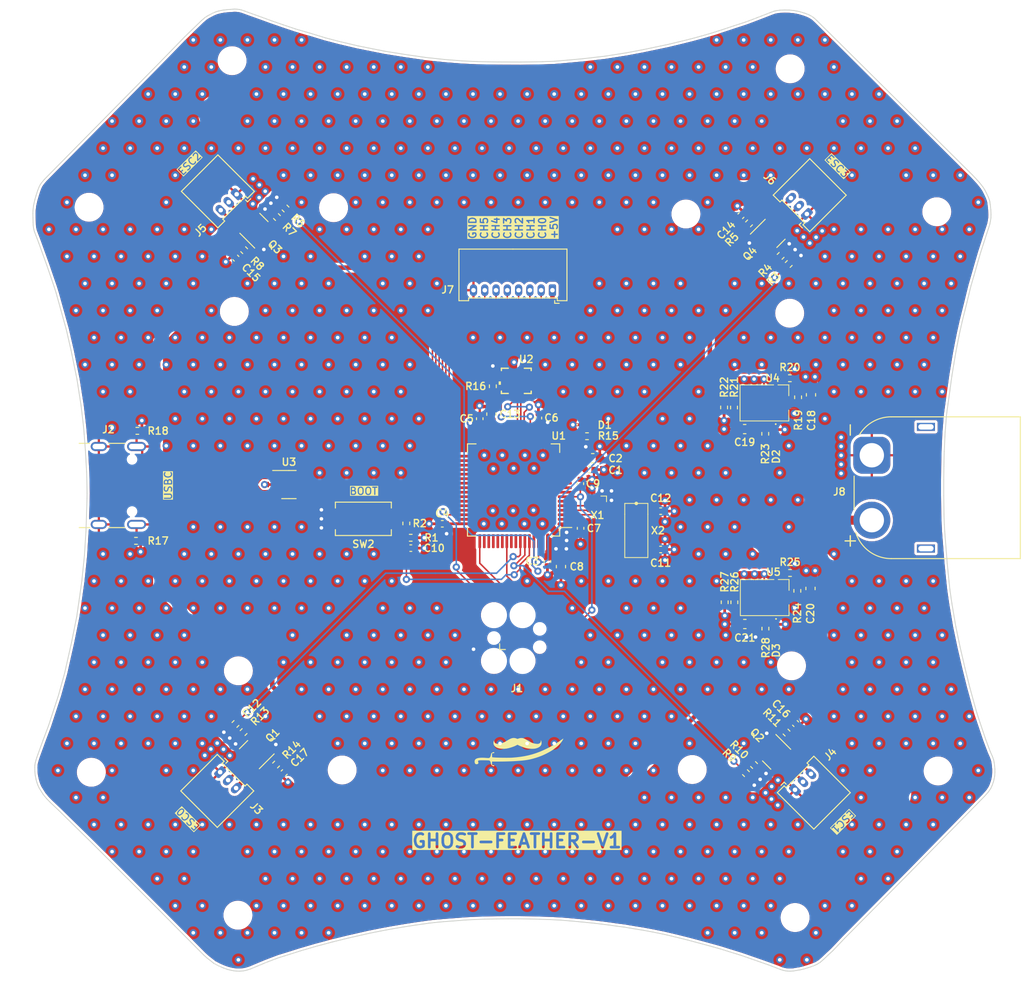
<source format=kicad_pcb>
(kicad_pcb (version 20221018) (generator pcbnew)
  (layers (0 "F.Cu" signal) (1 "In1.Cu" signal) (2 "In2.Cu" signal) (31 "B.Cu" signal) (34 "B.Paste" user) (35 "F.Paste" user) (36 "B.SilkS" user "B.Silkscreen") (37 "F.SilkS" user "F.Silkscreen") (38 "B.Mask" user) (39 "F.Mask" user) (44 "Edge.Cuts" user))
  (net 0 "")
  (net 1 "+3V3")
  (net 2 "GND")
  (net 3 "/SWD_NRST")
  (net 4 "/BOOT0")
  (net 5 "/OSC32_IN")
  (net 6 "/OSC32_OUT")
  (net 7 "Net-(U1-VCAP_1)")
  (net 8 "+5V")
  (net 9 "+BATT")
  (net 10 "Net-(D1-A)")
  (net 11 "Net-(D2-A)")
  (net 12 "Net-(D3-A)")
  (net 13 "/SWD_DIO")
  (net 14 "/SWD_CLK")
  (net 15 "/SWD_TRC")
  (net 16 "Net-(J2-CC1)")
  (net 17 "/USBC_D+")
  (net 18 "/USBC_D-")
  (net 20 "Net-(J2-CC2)")
  (net 22 "Net-(J3-Pin_2)")
  (net 23 "Net-(J4-Pin_2)")
  (net 24 "Net-(J5-Pin_2)")
  (net 25 "Net-(J6-Pin_2)")
  (net 26 "/RF_CH0")
  (net 27 "/RF_CH1")
  (net 28 "/RF_CH2")
  (net 29 "/RF_CH3")
  (net 30 "/RF_CH4")
  (net 31 "/RF_CH5")
  (net 32 "/ESC0")
  (net 33 "/ESC1")
  (net 34 "/ESC2")
  (net 35 "/ESC3")
  (net 36 "Net-(SW2-A)")
  (net 37 "/LED_USER")
  (net 38 "/BMI270_CSB")
  (net 39 "Net-(U4-EN)")
  (net 40 "Net-(U4-AAM)")
  (net 41 "Net-(U4-FB)")
  (net 42 "Net-(U5-EN)")
  (net 43 "Net-(U5-AAM)")
  (net 44 "Net-(U5-FB)")
  (net 46 "/OSC_IN")
  (net 47 "/OSC_OUT")
  (net 55 "/SPI1_SCK")
  (net 56 "/SPI1_MISO")
  (net 57 "/SPI1_MOSI")
  (net 69 "/USB_D-")
  (net 70 "/USB_D+")
  (footprint "Fiducial:Fiducial_1.5mm_Mask4.5mm" (layer "F.Cu") (at 184.32 125.56)
    (fp_text reference "FID5" hide)
    (fp_text value "Fiducial" hide)
  )
  (footprint "Resistor_SMD:R_0402_1005Metric" (layer "F.Cu") (at 117.22513 60.689405 135)
    (fp_text reference "R6")
    (fp_text value "220" hide)
  )
  (footprint "MountingHole:MountingHole_2.7mm_M2.5" (layer "F.Cu") (at 122.55 60.6)
    (fp_text reference "H3" hide)
    (fp_text value "MountingHole" hide)
  )
  (footprint "Resistor_SMD:R_0402_1005Metric" (layer "F.Cu") (at 166.93 82.76 90)
    (fp_text reference "R21")
    (fp_text value "100k" hide)
  )
  (footprint "Resistor_SMD:R_0402_1005Metric" (layer "F.Cu") (at 169.15 122.4 -45)
    (fp_text reference "R10")
    (fp_text value "5k1" hide)
  )
  (footprint "Resistor_SMD:R_0402_1005Metric" (layer "F.Cu") (at 165.895 104.35 -90)
    (fp_text reference "R27")
    (fp_text value "24k" hide)
  )
  (footprint "Resistor_SMD:R_0402_1005Metric" (layer "F.Cu") (at 112.576186 118.745271 -135)
    (fp_text reference "R13")
    (fp_text value "5k1" hide)
  )
  (footprint "LED_SMD:LED_0402_1005Metric" (layer "F.Cu") (at 171.585 107.285 -90)
    (fp_text reference "D3")
    (fp_text value "LED_PW2" hide)
  )
  (footprint "Resistor_SMD:R_0402_1005Metric" (layer "F.Cu") (at 170.408 107.274 -90)
    (fp_text reference "R28")
    (fp_text value "220" hide)
  )
  (footprint "Resistor_SMD:R_0402_1005Metric" (layer "F.Cu") (at 116.27313 61.637405 135)
    (fp_text reference "R7")
    (fp_text value "5k1" hide)
  )
  (footprint "LED_SMD:LED_0402_1005Metric" (layer "F.Cu") (at 171.55 85.69 -90)
    (fp_text reference "D2")
    (fp_text value "LED_PW1" hide)
  )
  (footprint "Capacitor_SMD:C_0402_1005Metric" (layer "F.Cu") (at 149.925 96.15 -90)
    (fp_text reference "C7")
    (fp_text value "100n" hide)
  )
  (footprint "Capacitor_SMD:C_0402_1005Metric" (layer "F.Cu") (at 146.25 99.825 -90)
    (fp_text reference "C3")
    (fp_text value "100n" hide)
  )
  (footprint "ghost-feather-v1:MPM3610" (layer "F.Cu") (at 170 82.25 -90)
    (fp_text reference "U4")
    (fp_text value "MPM3610" hide)
  )
  (footprint "Capacitor_SMD:C_0603_1608Metric" (layer "F.Cu") (at 175.405 102.82 90)
    (fp_text reference "C20")
    (fp_text value "10u" hide)
  )
  (footprint "Resistor_SMD:R_0402_1005Metric" (layer "F.Cu") (at 100.65 97.54 180)
    (fp_text reference "R17")
    (fp_text value "5k1" hide)
  )
  (footprint "MountingHole:MountingHole_2.7mm_M2.5" (layer "F.Cu") (at 95.45 60.55)
    (fp_text reference "H1" hide)
    (fp_text value "MountingHole" hide)
  )
  (footprint "Resistor_SMD:R_0402_1005Metric" (layer "F.Cu") (at 131.1 97.2 180)
    (fp_text reference "R1")
    (fp_text value "10k" hide)
  )
  (footprint "Fiducial:Fiducial_1.5mm_Mask4.5mm" (layer "F.Cu") (at 101.18 58.7)
    (fp_text reference "FID1" hide)
    (fp_text value "Fiducial" hide)
  )
  (footprint "MountingHole:MountingHole_2.7mm_M2.5" (layer "F.Cu") (at 173.696133 139.309613)
    (fp_text reference "H10" hide)
    (fp_text value "MountingHole" hide)
  )
  (footprint "Resistor_SMD:R_0402_1005Metric" (layer "F.Cu") (at 172.094 65.94 45)
    (fp_text reference "R4")
    (fp_text value "5k1" hide)
  )
  (footprint "Resistor_SMD:R_0402_1005Metric" (layer "F.Cu") (at 166.968 104.354 90)
    (fp_text reference "R26")
    (fp_text value "75k" hide)
  )
  (footprint "Package_TO_SOT_SMD:SOT-23" (layer "F.Cu") (at 113.72513 62.789405 135)
    (fp_text reference "Q3")
    (fp_text value "BSS138" hide)
  )
  (footprint "Connector_Molex:Molex_PicoBlade_53048-0810_1x08_P1.25mm_Horizontal" (layer "F.Cu") (at 146.805 69.75 180)
    (fp_text reference "J7")
    (fp_text value "Conn_01x08" hide)
  )
  (footprint "Resistor_SMD:R_0402_1005Metric" (layer "F.Cu") (at 150.6375 85.94)
    (fp_text reference "R15")
    (fp_text value "220" hide)
  )
  (footprint "Fiducial:Fiducial_1.5mm_Mask4.5mm" (layer "F.Cu") (at 175.43 50.67)
    (fp_text reference "FID3" hide)
    (fp_text value "Fiducial" hide)
  )
  (footprint "MountingHole:MountingHole_2.7mm_M2.5" (layer "F.Cu") (at 123.5 122.95)
    (fp_text reference "H16" hide)
    (fp_text value "MountingHole" hide)
  )
  (footprint "Resistor_SMD:R_0402_1005Metric" (layer "F.Cu") (at 173.138 101.104)
    (fp_text reference "R25")
    (fp_text value "82k5" hide)
  )
  (footprint "ghost-feather-v1:MPM3610" (layer "F.Cu") (at 170.03 103.83 -90)
    (fp_text reference "U5")
    (fp_text value "MPM3610" hide)
  )
  (footprint "MountingHole:MountingHole_2.7mm_M2.5" (layer "F.Cu") (at 112 111.95)
    (fp_text reference "H15" hide)
    (fp_text value "MountingHole" hide)
  )
  (footprint "Capacitor_SMD:C_0402_1005Metric" (layer "F.Cu") (at 134.6 95.65 180)
    (fp_text reference "C4")
    (fp_text value "100n" hide)
  )
  (footprint "MountingHole:MountingHole_2.7mm_M2.5" (layer "F.Cu") (at 189.4 61.05)
    (fp_text reference "H6" hide)
    (fp_text value "MountingHole" hide)
  )
  (footprint "Capacitor_SMD:C_0402_1005Metric" (layer "F.Cu") (at 131.11 98.35)
    (fp_text reference "C10")
    (fp_text value "1n" hide)
  )
  (footprint "Resistor_SMD:R_0402_1005Metric" (layer "F.Cu") (at 168.25 123.3 -45)
    (fp_text reference "R9")
    (fp_text value "220" hide)
  )
  (footprint "MountingHole:MountingHole_2.7mm_M2.5" (layer "F.Cu") (at 111.55 72.1)
    (fp_text reference "H4" hide)
    (fp_text value "MountingHole" hide)
  )
  (footprint "Package_QFP:LQFP-64_10x10mm_P0.5mm" (layer "F.Cu") (at 142.5 91.9 180)
    (fp_text reference "U1")
    (fp_text value "STM32F722RETx" hide)
  )
  (footprint "Resistor_SMD:R_0402_1005Metric" (layer "F.Cu") (at 116.176186 122.345271 45)
    (fp_text reference "R14")
    (fp_text value "5k1" hide)
  )
  (footprint "Resistor_SMD:R_0402_1005Metric" (layer "F.Cu") (at 165.83 82.75 -90)
    (fp_text reference "R22")
    (fp_text value "19k1" hide)
  )
  (footprint "Resistor_SMD:R_0402_1005Metric" (layer "F.Cu") (at 111.676186 117.845271 -135)
    (fp_text reference "R12")
    (fp_text value "220" hide)
  )
  (footprint "Capacitor_SMD:C_0603_1608Metric" (layer "F.Cu") (at 147.75 100.4 -90)
    (fp_text reference "C8")
    (fp_text value "4u7" hide)
  )
  (footprint "Capacitor_SMD:C_0402_1005Metric" (layer "F.Cu") (at 149.9 91.2 90)
    (fp_text reference "C9")
    (fp_text value "100n" hide)
  )
  (footprint "Fiducial:Fiducial_1.5mm_Mask4.5mm" (layer "F.Cu") (at 183.87 59.31)
    (fp_text reference "FID4" hide)
    (fp_text value "Fiducial" hide)
  )
  (footprint "Fiducial:Fiducial_1.5mm_Mask4.5mm" (layer "F.Cu") (at 175.68 134.02)
    (fp_text reference "FID6" hide)
    (fp_text value "Fiducial" hide)
  )
  (footprint "MountingHole:MountingHole_2.7mm_M2.5" (layer "F.Cu") (at 111.3 44.3)
    (fp_text reference "H2" hide)
    (fp_text value "MountingHole" hide)
  )
  (footprint "Resistor_SMD:R_0402_1005Metric" (layer "F.Cu") (at 130.61 95.61 90)
    (fp_text reference "R2")
    (fp_text value "100" hide)
  )
  (footprint "Resistor_SMD:R_0402_1005Metric" (layer "F.Cu") (at 173.945 103.084 -90)
    (fp_text reference "R24")
    (fp_text value "100k" hide)
  )
  (footprint "Package_TO_SOT_SMD:SOT-23-6" (layer "F.Cu") (at 117.6 91.3)
    (fp_text reference "U3")
    (fp_text value "USBLC6-2SC6_MOD" hide)
  )
  (footprint "Capacitor_SMD:C_0402_1005Metric" (layer "F.Cu") (at 138.75 84 90)
    (fp_text reference "C5")
    (fp_text value "100n" hide)
  )
  (footprint "Resistor_SMD:R_0402_1005Metric" (layer "F.Cu") (at 174.03 81.62 -90)
    (fp_text reference "R19")
    (fp_text value "100k" hide)
  )
  (footprint "Capacitor_SMD:C_0402_1005Metric" (layer "F.Cu") (at 167.694 61.482 45)
    (fp_text reference "C14")
    (fp_text value "100n" hide)
  )
  (footprint "Capacitor_SMD:C_0402_1005Metric" (layer "F.Cu") (at 158.8 98.5 180)
    (fp_text reference "C11")
    (fp_text value "10p" hide)
  )
  (footprint "Fiducial:Fiducial_1.5mm_Mask4.5mm" (layer "F.Cu") (at 101.11 125.18)
    (fp_text reference "FID8" hide)
    (fp_text value "Fiducial" hide)
  )
  (footprint "icons:sabre-with-moustache" (layer "F.Cu") (at 143.1 120.65)
    (fp_text reference "G***" hide)
    (fp_text value "LOGO" hide)
  )
  (footprint "Capacitor_SMD:C_0402_1005Metric" (layer "F.Cu") (at 145.25 83.925 90)
    (fp_text reference "C6")
    (fp_text value "100n" hide)
  )
  (footprint "Resistor_SMD:R_0402_1005Metric" (layer "F.Cu") (at 100.8 85.344 180)
    (fp_text reference "R18")
    (fp_text value "5k1" hide)
  )
  (footprint "MountingHole:MountingHole_2.7mm_M2.5" (layer "F.Cu") (at 162.3 122.9)
    (fp_text reference "H11" hide)
    (fp_text value "MountingHole" hide)
  )
  (footprint "Resistor_SMD:R_0402_1005Metric" (layer "F.Cu") (at 172.994 66.84 45)
    (fp_text reference "R3")
    (fp_text value "220" hide)
  )
  (footprint "MountingHole:MountingHole_2.7mm_M2.5" (layer "F.Cu") (at 111.95 139.05)
    (fp_text reference "H13" hide)
    (fp_text value "MountingHole" hide)
  )
  (footprint "Resistor_SMD:R_0402_1005Metric" (layer "F.Cu") (at 112.63913 65.310905 -45)
    (fp_text reference "R8")
    (fp_text value "5k1" hide)
  )
  (footprint "Connector_AMASS:AMASS_XT60PW-M_1x02_P7.20mm_Horizontal" (layer "F.Cu") (at 182.2 88.05 -90)
    (fp_text reference "J8")
    (fp_text value "Conn_01x02" hide)
  )
  (footprint "LED_SMD:LED_0402_1005Metric" (layer "F.Cu") (at 150.6375 84.67)
    (fp_text reference "D1")
    (fp_text value "LED_USER" hide)
  )
  (footprint "Button_Switch_SMD:SW_SPST_EVQPE1" (layer "F.Cu") (at 125.85 95.1 180)
    (fp_text reference "SW2")
    (fp_text value "BOOT0" hide)
  )
  (footprint "Resistor_SMD:R_0402_1005Metric" (layer "F.Cu") (at 172.75 118.8 135)
    (fp_text reference "R11")
    (fp_text value "5k1" hide)
  )
  (footprint "Package_TO_SOT_SMD:SOT-23" (layer "F.Cu") (at 113.676186 121.245271 -135)
    (fp_text reference "Q1")
    (fp_text value "BSS138" hide)
  )
  (footprint "Capacitor_SMD:C_0603_1608Metric" (layer "F.Cu") (at 151.275 88.375)
    (fp_text reference "C2")
    (fp_text value "1u" hide)
  )
  (footprint "Resistor_SMD:R_0402_1005Metric" (layer "F.Cu") (at 168.594 62.34 -135)
    (fp_text reference "R5")
    (fp_text value "5k1" hide)
  )
  (footprint "Capacitor_SMD:C_0603_1608Metric" (layer "F.Cu") (at 168.11 85.15 180)
    (fp_text reference "C19")
    (fp_text value "22u" hide)
  )
  (footprint "MountingHole:MountingHole_2.7mm_M2.5" (layer "F.Cu") (at 173.1 72.3)
    (fp_text reference "H7" hide)
    (fp_text value "MountingHole" hide)
  )
  (footprint "Capacitor_SMD:C_0603_1608Metric" (layer "F.Cu") (at 168.128 106.764 180)
    (fp_text reference "C21")
    (fp_text value "22u" hide)
  )
  (footprint "MountingHole:MountingHole_2.7mm_M2.5" (layer "F.Cu") (at 161.6 61.3)
    (fp_text reference "H8" hide)
    (fp_text value "MountingHole" hide)
  )
  (footprint "Resistor_SMD:R_0402_1005Metric" (layer "F.Cu") (at 170.39 85.67 -90)
    (fp_text reference "R23")
    (fp_text value "220" hide)
  )
  (footprint "MountingHole:MountingHole_2.7mm_M2.5" (layer "F.Cu") (at 95.7 123.2)
    (fp_text reference "H14" hide)
    (fp_text value "MountingHole" hide)
  )
  (footprint "MountingHole:MountingHole_2.7mm_M2.5" (layer "F.Cu") (at 173.15 45.2)
    (fp_text reference "H5" hide)
    (fp_text value "MountingHole" hide)
  )
  (footprint "Capacitor_SMD:C_0402_1005Metric" (layer "F.Cu") (at 111.72513 66.189405 135)
    (fp_text reference "C15")
    (fp_text value "100n" hide)
  )
  (footprint "ghost-feather-v1:BMI270_BOS" (layer "F.Cu") (at 142.8 79.8 180)
    (fp_text reference "U2")
    (fp_text value "BMI270" hide)
  )
  (footprint "Capacitor_SMD:C_0402_1005Metric" (layer "F.Cu") (at 150.925 89.65)
    (fp_text reference "C1")
    (fp_text value "100n" hide)
  )
  (footprint "Connector_Molex:Molex_PicoBlade_53048-0310_1x03_P1.25mm_Horizontal" (layer "F.Cu") (at 109.978186 123.187271 -45)
    (fp_text reference "J3")
    (fp_text value "Conn_01x03" hide)
  )
  (footprint "Capacitor_SMD:C_0402_1005Metric" (layer "F.Cu") (at 117.076186 123.245271 -135)
    (fp_text reference "C17")
    (fp_text value "100n" hide)
  )
  (footprint "Capacitor_SMD:C_0603_1608Metric" (layer "F.Cu") (at 140.04 83.49 90)
    (fp_text reference "C13")
    (fp_text value "2u2" hide)
  )
  (footprint "Package_TO_SOT_SMD:SOT-23" (layer "F.Cu") (at 171.028664 63.448839 45)
    (fp_text reference "Q4")
    (fp_text value "BSS138" hide)
  )
  (footprint "Connector_Molex:Molex_PicoBlade_53048-0310_1x03_P1.25mm_Horizontal" (layer "F.Cu") (at 173.688464 125.14673 45)
    (fp_text reference "J4")
    (fp_text value "Conn_01x03" hide)
  )
  (footprint "Fiducial:Fiducial_1.5mm_Mask4.5mm" (layer "F.Cu") (at 109.82 50.25)
    (fp_text reference "FID2" hide)
    (fp_text value "Fiducial" hide)
  )
  (footprint "Resistor_SMD:R_0402_1005Metric" (layer "F.Cu") (at 140.2 80.4 90)
    (fp_text reference "R16")
    (fp_text value "5k1" hide)
  )
  (footprint "MountingHole:MountingHole_2.7mm_M2.5" (layer "F.Cu") (at 189.546133 123.059613)
    (fp_text reference "H9" hide)
    (fp_text value "MountingHole" hide)
  )
  (footprint "ghost-feather-v1:CC4V-T1A-32.768kHz" (layer "F.Cu") (at 156.1 96.392801 -90)
    (fp_text reference "X2")
    (fp_text value "32kHz768" hide)
  )
  (footprint "Capacitor_SMD:C_0402_1005Metric" (layer "F.Cu") (at 158.8 94.247801 180)
    (fp_text reference "C12")
    (fp_text value "10p" hide)
  )
  (footprint "ghost-feather-v1:AMPMGFB_1.6mm1.2mm_16MHz" (layer "F.Cu") (at 151.8 93.275)
    (fp_text reference "X1")
    (fp_text value "16MHz" hide)
  )
  (footprint "Connector_USB:USB_C_Receptacle_GCT_USB4105-xx-A_16P_TopMnt_Horizontal" (layer "F.Cu") (at 97.61 91.4 -90)
    (fp_text reference "J2")
    (fp_text value "USB_C_Receptacle_USB2.0" hide)
  )
  (footprint "MountingHole:MountingHole_2.7mm_M2.5" (layer "F.Cu") (at 173.3 111.4)
    (fp_text reference "H12" hide)
    (fp_text value "MountingHole" hide)
  )
  (footprint "Connector_Molex:Molex_PicoBlade_53048-0310_1x03_P1.25mm_Horizontal" (layer "F.Cu") (at 175.001802 61.295965 135)
    (fp_text reference "J6")
    (fp_text value "Conn_01x03" hide)
  )
  (footprint "Connector_Molex:Molex_PicoBlade_53048-0310_1x03_P1.25mm_Horizontal" (layer "F.Cu") (at 111.811095 59.107603 -135)
    (fp_text reference "J5")
    (fp_text value "Conn_01x03" hide)
  )
  (footprint "Connector:Tag-Connect_TC2030-IDC-FP_2x03_P1.27mm_Vertical" (layer "F.Cu") (at 142.86 108.32)
    (fp_text reference "J1")
    (fp_text value "Conn_ARM_SWD_TagConnect_TC2030" hide)
  )
  (footprint "Fiducial:Fiducial_1.5mm_Mask4.5mm" (layer "F.Cu") (at 109.57 133.79)
    (fp_text reference "FID7" hide)
    (fp_text value "Fiducial" hide)
  )
  (footprint "Package_TO_SOT_SMD:SOT-23" (layer "F.Cu") (at 171.65 121.3 -45)
    (fp_text reference "Q2")
    (fp_text value "BSS138" hide)
  )
  (footprint "Capacitor_SMD:C_0402_1005Metric" (layer "F.Cu") (at 173.75 117.8 -45)
    (fp_text reference "C16")
    (fp_text value "100n" hide)
  )
  (footprint "Capacitor_SMD:C_0603_1608Metric" (layer "F.Cu") (at 175.46 81.35 90)
    (fp_text reference "C18")
    (fp_text value "10u" hide)
  )
  (footprint "Resistor_SMD:R_0402_1005Metric" (layer "F.Cu") (at 173.12 79.51)
    (fp_text reference "R20")
    (fp_text value "47k" hide)
  )
  (gr_line (start 163.2 142.18) (end 164.56 142.55) (stroke (width 0.1)) (layer "Edge.Cuts"))
  (gr_line (start 129.09 140.56) (end 130.39 140.34) (stroke (width 0.1)) (layer "Edge.Cuts"))
  (gr_line (start 174.76 39.03) (end 174.12 38.84) (stroke (width 0.1)) (layer "Edge.Cuts"))
  (gr_line (start 126.49 141.06) (end 127.84 140.79) (stroke (width 0.1)) (layer "Edge.Cuts"))
  (gr_line (start 132.75 43.94) (end 130.47 43.61) (stroke (width 0.1)) (layer "Edge.Cuts"))
  (gr_line (start 108.54 143.81) (end 108.89 144.08) (stroke (width 0.1)) (layer "Edge.Cuts"))
  (gr_line (start 116.93 40.31) (end 115.66 39.87) (stroke (width 0.1)) (layer "Edge.Cuts"))
  (gr_line (start 173.59 38.74) (end 173.06 38.69) (stroke (width 0.1)) (layer "Edge.Cuts"))
  (gr_line (start 153.05 140.14) (end 153.96 140.27) (stroke (width 0.1)) (layer "Edge.Cuts"))
  (gr_line (start 108.58 39.33) (end 108.29 39.52) (stroke (width 0.1)) (layer "Edge.Cuts"))
  (gr_line (start 89.44 122.42) (end 89.43 122.65) (stroke (width 0.1)) (layer "Edge.Cuts"))
  (gr_line (start 93.51 108.79) (end 92.74 112.22) (stroke (width 0.1)) (layer "Edge.Cuts"))
  (gr_line (start 195.84 123.21) (end 195.84 122.85) (stroke (width 0.1)) (layer "Edge.Cuts"))
  (gr_line (start 195.28 59.92) (end 195.24 59.77) (stroke (width 0.1)) (layer "Edge.Cuts"))
  (gr_line (start 190.56 100.05) (end 190.28 96.49) (stroke (width 0.1)) (layer "Edge.Cuts"))
  (gr_line (start 193.84 57.49) (end 193.36 56.98) (stroke (width 0.1)) (layer "Edge.Cuts"))
  (gr_line (start 133.09 139.94) (end 133.7 139.87) (stroke (width 0.1)) (layer "Edge.Cuts"))
  (gr_line (start 89.25 62.25) (end 89.26 62.54) (stroke (width 0.1)) (layer "Edge.Cuts"))
  (gr_line (start 195.24 59.77) (end 195.13 59.46) (stroke (width 0.1)) (layer "Edge.Cuts"))
  (gr_line (start 195.33 60.26) (end 195.28 59.92) (stroke (width 0.1)) (layer "Edge.Cuts"))
  (gr_line (start 91.58 69.36) (end 91.81 70.09) (stroke (width 0.1)) (layer "Edge.Cuts"))
  (gr_line (start 90.16 57.87) (end 90.02 58.08) (stroke (width 0.1)) (layer "Edge.Cuts"))
  (gr_line (start 190.51 83.34) (end 190.65 82.36) (stroke (width 0.1)) (layer "Edge.Cuts"))
  (gr_line (start 195.13 120.38) (end 194.83 119.58) (stroke (width 0.1)) (layer "Edge.Cuts"))
  (gr_line (start 144.37 139.47) (end 145.38 139.5) (stroke (width 0.1)) (layer "Edge.Cuts"))
  (gr_line (start 194.94 63.47) (end 195.13 62.9) (stroke (width 0.1)) (layer "Edge.Cuts"))
  (gr_line (start 89.22 61.24) (end 89.23 61.71) (stroke (width 0.1)) (layer "Edge.Cuts"))
  (gr_line (start 113.78 144.83) (end 114.45 144.55) (stroke (width 0.1)) (layer "Edge.Cuts"))
  (gr_line (start 194.12 57.8) (end 193.84 57.49) (stroke (width 0.1)) (layer "Edge.Cuts"))
  (gr_line (start 90.37 125.67) (end 90.75 126.13) (stroke (width 0.1)) (layer "Edge.Cuts"))
  (gr_line (start 143.09 139.45) (end 144.37 139.47) (stroke (width 0.1)) (layer "Edge.Cuts"))
  (gr_line (start 194.5 58.28) (end 194.35 58.09) (stroke (width 0.1)) (layer "Edge.Cuts"))
  (gr_line (start 179.19 141.61) (end 186.61 134.12) (stroke (width 0.1)) (layer "Edge.Cuts"))
  (gr_line (start 127.84 140.79) (end 129.09 140.56) (stroke (width 0.1)) (layer "Edge.Cuts"))
  (gr_line (start 193.04 113.72) (end 192.52 111.62) (stroke (width 0.1)) (layer "Edge.Cuts"))
  (gr_line (start 175.71 144.68) (end 176.12 144.5) (stroke (width 0.1)) (layer "Edge.Cuts"))
  (gr_line (start 170.85 144.6) (end 171.74 144.94) (stroke (width 0.1)) (layer "Edge.Cuts"))
  (gr_line (start 191.98 109.29) (end 191.51 107.04) (stroke (width 0.1)) (layer "Edge.Cuts"))
  (gr_line (start 89.56 121.88) (end 89.49 122.14) (stroke (width 0.1)) (layer "Edge.Cuts"))
  (gr_line (start 190.65 82.36) (end 190.85 80.91) (stroke (width 0.1)) (layer "Edge.Cuts"))
  (gr_line (start 192.23 73.16) (end 192.52 72) (stroke (width 0.1)) (layer "Edge.Cuts"))
  (gr_line (start 106.04 41.66) (end 104.35 43.4) (stroke (width 0.1)) (layer "Edge.Cuts"))
  (gr_line (start 95.12 96.22) (end 94.94 99.14) (stroke (width 0.1)) (layer "Edge.Cuts"))
  (gr_line (start 112.1 38.62) (end 111.83 38.59) (stroke (width 0.1)) (layer "Edge.Cuts"))
  (gr_line (start 130.47 43.61) (end 128.23 43.25) (stroke (width 0.1)) (layer "Edge.Cuts"))
  (gr_line (start 147.03 44.36) (end 145.73 44.41) (stroke (width 0.1)) (layer "Edge.Cuts"))
  (gr_line (start 172.64 145.22) (end 172.87 145.25) (stroke (width 0.1)) (layer "Edge.Cuts"))
  (gr_line (start 195.57 121.45) (end 195.34 120.93) (stroke (width 0.1)) (layer "Edge.Cuts"))
  (gr_line (start 195.34 62.14) (end 195.4 61.74) (stroke (width 0.1)) (layer "Edge.Cuts"))
  (gr_line (start 89.58 59.24) (end 89.44 59.72) (stroke (width 0.1)) (layer "Edge.Cuts"))
  (gr_line (start 193.51 68.17) (end 193.98 66.53) (stroke (width 0.1)) (layer "Edge.Cuts"))
  (gr_line (start 89.39 63.24) (end 89.69 64.02) (stroke (width 0.1)) (layer "Edge.Cuts"))
  (gr_line (start 110.09 38.73) (end 109.78 38.8) (stroke (width 0.1)) (layer "Edge.Cuts"))
  (gr_line (start 92.74 112.22) (end 92.06 114.67) (stroke (width 0.1)) (layer "Edge.Cuts"))
  (gr_line (start 191.07 79.29) (end 191.29 77.95) (stroke (width 0.1)) (layer "Edge.Cuts"))
  (gr_line (start 122.49 142) (end 124.24 141.57) (stroke (width 0.1)) (layer "Edge.Cuts"))
  (gr_line (start 133.7 139.87) (end 134.74 139.77) (stroke (width 0.1)) (layer "Edge.Cuts"))
  (gr_line (start 89.23 61.71) (end 89.25 62.25) (stroke (width 0.1)) (layer "Edge.Cuts"))
  (gr_line (start 89.44 123.14) (end 89.49 123.57) (stroke (width 0.1)) (layer "Edge.Cuts"))
  (gr_line (start 90.35 119.65) (end 89.78 121.22) (stroke (width 0.1)) (layer "Edge.Cuts"))
  (gr_line (start 89.28 62.74) (end 89.32 62.97) (stroke (width 0.1)) (layer "Edge.Cuts"))
  (gr_line (start 176.49 144.27) (end 176.88 143.93) (stroke (width 0.1)) (layer "Edge.Cuts"))
  (gr_line (start 177.89 142.98) (end 178.47 142.37) (stroke (width 0.1)) (layer "Edge.Cuts"))
  (gr_line (start 190.17 92.51) (end 190.17 90.76) (stroke (width 0.1)) (layer "Edge.Cuts"))
  (gr_line (start 169.54 39.51) (end 168.97 39.73) (stroke (width 0.1)) (layer "Edge.Cuts"))
  (gr_line (start 150.18 44.08) (end 148.44 44.24) (stroke (width 0.1)) (layer "Edge.Cuts"))
  (gr_line (start 159.26 141.19) (end 160.77 141.55) (stroke (width 0.1)) (layer "Edge.Cuts"))
  (gr_line (start 164.82 41.12) (end 163.69 41.46) (stroke (width 0.1)) (layer "Edge.Cuts"))
  (gr_line (start 194.54 118.72) (end 194.19 117.68) (stroke (width 0.1)) (layer "Edge.Cuts"))
  (gr_line (start 89.58 124.01) (end 89.67 124.34) (stroke (width 0.1)) (layer "Edge.Cuts"))
  (gr_line (start 195.4 61.74) (end 195.41 61.36) (stroke (width 0.1)) (layer "Edge.Cuts"))
  (gr_line (start 195.76 123.94) (end 195.82 123.6) (stroke (width 0.1)) (layer "Edge.Cuts"))
  (gr_line (start 166.5 143.13) (end 167.7 143.5) (stroke (width 0.1)) (layer "Edge.Cuts"))
  (gr_line (start 195.53 124.68) (end 195.69 124.23) (stroke (width 0.1)) (layer "Edge.Cuts"))
  (gr_line (start 195.28 62.43) (end 195.34 62.14) (stroke (width 0.1)) (layer "Edge.Cuts"))
  (gr_line (start 114.4 39.41) (end 113.3 39.02) (stroke (width 0.1)) (layer "Edge.Cuts"))
  (gr_line (start 194.83 119.58) (end 194.54 118.72) (stroke (width 0.1)) (layer "Edge.Cuts"))
  (gr_line (start 171.37 38.81) (end 171.01 38.94) (stroke (width 0.1)) (layer "Edge.Cuts"))
  (gr_line (start 173.49 145.24) (end 173.78 145.19) (stroke (width 0.1)) (layer "Edge.Cuts"))
  (gr_line (start 157.94 140.92) (end 159.26 141.19) (stroke (width 0.1)) (layer "Edge.Cuts"))
  (gr_line (start 190.47 83.71) (end 190.51 83.34) (stroke (width 0.1)) (layer "Edge.Cuts"))
  (gr_line (start 190.28 96.49) (end 190.24 95.71) (stroke (width 0.1)) (layer "Edge.Cuts"))
  (gr_line (start 190.85 80.91) (end 191.07 79.29) (stroke (width 0.1)) (layer "Edge.Cuts"))
  (gr_line (start 89.43 122.65) (end 89.44 123.14) (stroke (width 0.1)) (layer "Edge.Cuts"))
  (gr_line (start 194.35 58.09) (end 194.12 57.8) (stroke (width 0.1)) (layer "Edge.Cuts"))
  (gr_line (start 89.92 124.95) (end 90.37 125.67) (stroke (width 0.1)) (layer "Edge.Cuts"))
  (gr_line (start 191.51 107.04) (end 191.07 104.45) (stroke (width 0.1)) (layer "Edge.Cuts"))
  (gr_line (start 95.22 92.82) (end 95.12 96.22) (stroke (width 0.1)) (layer "Edge.Cuts"))
  (gr_line (start 123.19 42.17) (end 121.66 41.77) (stroke (width 0.1)) (layer "Edge.Cuts"))
  (gr_line (start 94.57 82.58) (end 94.83 84.81) (stroke (width 0.1)) (layer "Edge.Cuts"))
  (gr_line (start 134.79 44.16) (end 132.75 43.94) (stroke (width 0.1)) (layer "Edge.Cuts"))
  (gr_line (start 95.04 87.47) (end 95.18 89.9) (stroke (width 0.1)) (layer "Edge.Cuts"))
  (gr_line (start 191.49 76.75) (end 191.69 75.7) (stroke (width 0.1)) (layer "Edge.Cuts"))
  (gr_line (start 114.45 144.55) (end 115.05 144.3) (stroke (width 0.1)) (layer "Edge.Cuts"))
  (gr_line (start 111.14 38.61) (end 110.73 38.64) (stroke (width 0.1)) (layer "Edge.Cuts"))
  (gr_line (start 195.7 121.81) (end 195.57 121.45) (stroke (width 0.1)) (layer "Edge.Cuts"))
  (gr_line (start 195.39 124.98) (end 195.53 124.68) (stroke (width 0.1)) (layer "Edge.Cuts"))
  (gr_line (start 193.98 66.53) (end 194.27 65.54) (stroke (width 0.1)) (layer "Edge.Cuts"))
  (gr_line (start 145.38 139.5) (end 146.6 139.54) (stroke (width 0.1)) (layer "Edge.Cuts"))
  (gr_line (start 89.77 124.62) (end 89.92 124.95) (stroke (width 0.1)) (layer "Edge.Cuts"))
  (gr_line (start 95.23 92.26) (end 95.22 92.82) (stroke (width 0.1)) (layer "Edge.Cuts"))
  (gr_line (start 89.69 64.02) (end 89.87 64.5) (stroke (width 0.1)) (layer "Edge.Cuts"))
  (gr_line (start 109.83 144.68) (end 110.34 144.9) (stroke (width 0.1)) (layer "Edge.Cuts"))
  (gr_line (start 138.46 44.4) (end 136.8 44.32) (stroke (width 0.1)) (layer "Edge.Cuts"))
  (gr_line (start 121.66 41.77) (end 119.95 41.25) (stroke (width 0.1)) (layer "Edge.Cuts"))
  (gr_line (start 90.96 118.03) (end 90.35 119.65) (stroke (width 0.1)) (layer "Edge.Cuts"))
  (gr_line (start 165.75 40.82) (end 164.82 41.12) (stroke (width 0.1)) (layer "Edge.Cuts"))
  (gr_line (start 107.92 39.84) (end 106.04 41.66) (stroke (width 0.1)) (layer "Edge.Cuts"))
  (gr_line (start 90.02 58.08) (end 89.9 58.32) (stroke (width 0.1)) (layer "Edge.Cuts"))
  (gr_line (start 118.36 40.79) (end 116.93 40.31) (stroke (width 0.1)) (layer "Edge.Cuts"))
  (gr_line (start 111.78 145.25) (end 112.16 145.26) (stroke (width 0.1)) (layer "Edge.Cuts"))
  (gr_line (start 162.3 41.84) (end 160.97 42.17) (stroke (width 0.1)) (layer "Edge.Cuts"))
  (gr_line (start 164.56 142.55) (end 165.38 142.78) (stroke (width 0.1)) (layer "Edge.Cuts"))
  (gr_line (start 172.87 145.25) (end 173.14 145.26) (stroke (width 0.1)) (layer "Edge.Cuts"))
  (gr_line (start 94.08 105.96) (end 93.51 108.79) (stroke (width 0.1)) (layer "Edge.Cuts"))
  (gr_line (start 94.94 99.14) (end 94.65 101.97) (stroke (width 0.1)) (layer "Edge.Cuts"))
  (gr_line (start 89.3 60.34) (end 89.23 60.95) (stroke (width 0.1)) (layer "Edge.Cuts"))
  (gr_line (start 154.75 140.37) (end 155.81 140.55) (stroke (width 0.1)) (layer "Edge.Cuts"))
  (gr_line (start 172 38.7) (end 171.58 38.76) (stroke (width 0.1)) (layer "Edge.Cuts"))
  (gr_line (start 89.44 59.72) (end 89.3 60.34) (stroke (width 0.1)) (layer "Edge.Cuts"))
  (gr_line (start 94.11 79.63) (end 94.57 82.58) (stroke (width 0.1)) (layer "Edge.Cuts"))
  (gr_line (start 167.7 143.5) (end 168.85 143.9) (stroke (width 0.1)) (layer "Edge.Cuts"))
  (gr_line (start 111.59 38.58) (end 111.42 38.59) (stroke (width 0.1)) (layer "Edge.Cuts"))
  (gr_line (start 117.7 143.38) (end 118.9 143) (stroke (width 0.1)) (layer "Edge.Cuts"))
  (gr_line (start 131.68 140.14) (end 133.09 139.94) (stroke (width 0.1)) (layer "Edge.Cuts"))
  (gr_line (start 113.3 145.03) (end 113.78 144.83) (stroke (width 0.1)) (layer "Edge.Cuts"))
  (gr_line (start 89.49 123.57) (end 89.58 124.01) (stroke (width 0.1)) (layer "Edge.Cuts"))
  (gr_line (start 140.82 44.44) (end 138.46 44.4) (stroke (width 0.1)) (layer "Edge.Cuts"))
  (gr_line (start 116.5 143.75) (end 117.16 143.55) (stroke (width 0.1)) (layer "Edge.Cuts"))
  (gr_line (start 110.79 145.06) (end 111.19 145.16) (stroke (width 0.1)) (layer "Edge.Cuts"))
  (gr_line (start 171.58 38.76) (end 171.37 38.81) (stroke (width 0.1)) (layer "Edge.Cuts"))
  (gr_line (start 111.42 38.59) (end 111.14 38.61) (stroke (width 0.1)) (layer "Edge.Cuts"))
  (gr_line (start 130.39 140.34) (end 131.68 140.14) (stroke (width 0.1)) (layer "Edge.Cuts"))
  (gr_line (start 165.38 142.78) (end 166.5 143.13) (stroke (width 0.1)) (layer "Edge.Cuts"))
  (gr_line (start 172.55 38.68) (end 172 38.7) (stroke (width 0.1)) (layer "Edge.Cuts"))
  (gr_line (start 195.84 122.85) (end 195.81 122.5) (stroke (width 0.1)) (layer "Edge.Cuts"))
  (gr_line (start 173.06 38.69) (end 172.55 38.68) (stroke (width 0.1)) (layer "Edge.Cuts"))
  (gr_line (start 190.23 87.63) (end 190.3 85.99) (stroke (width 0.1)) (layer "Edge.Cuts"))
  (gr_line (start 172.4 145.17) (end 172.64 145.22) (stroke (width 0.1)) (layer "Edge.Cuts"))
  (gr_line (start 192.52 72) (end 192.75 71.08) (stroke (width 0.1)) (layer "Edge.Cuts"))
  (gr_line (start 166.92 40.43) (end 165.75 40.82) (stroke (width 0.1)) (layer "Edge.Cuts"))
  (gr_line (start 193.84 116.61) (end 193.6 115.76) (stroke (width 0.1)) (layer "Edge.Cuts"))
  (gr_line (start 176.12 144.5) (end 176.49 144.27) (stroke (width 0.1)) (layer "Edge.Cuts"))
  (gr_line (start 141.9 139.45) (end 143.09 139.45) (stroke (width 0.1)) (layer "Edge.Cuts"))
  (gr_line (start 95.18 89.9) (end 95.23 92.26) (stroke (width 0.1)) (layer "Edge.Cuts"))
  (gr_line (start 90.75 66.94) (end 91.58 69.36) (stroke (width 0.1)) (layer "Edge.Cuts"))
  (gr_line (start 112.36 38.68) (end 112.1 38.62) (stroke (width 0.1)) (layer "Edge.Cuts"))
  (gr_line (start 194.19 117.68) (end 193.84 116.61) (stroke (width 0.1)) (layer "Edge.Cuts"))
  (gr_line (start 112.16 145.26) (end 112.57 145.22) (stroke (width 0.1)) (layer "Edge.Cuts"))
  (gr_line (start 92.06 114.67) (end 90.96 118.03) (stroke (width 0.1)) (layer "Edge.Cuts"))
  (gr_line (start 124.24 141.57) (end 126.49 141.06) (stroke (width 0.1)) (layer "Edge.Cuts"))
  (gr_line (start 156.92 140.73) (end 157.94 140.92) (stroke (width 0.1)) (layer "Edge.Cuts"))
  (gr_line (start 94.91 85.71) (end 95.04 87.47) (stroke (width 0.1)) (layer "Edge.Cuts"))
  (gr_line (start 136.8 44.32) (end 134.79 44.16) (stroke (width 0.1)) (layer "Edge.Cuts"))
  (gr_line (start 138.18 139.53) (end 139.31 139.49) (stroke (width 0.1)) (layer "Edge.Cuts"))
  (gr_line (start 150.63 139.86) (end 151.51 139.95) (stroke (width 0.1)) (layer "Edge.Cuts"))
  (gr_line (start 109.54 38.87) (end 109.19 39.01) (stroke (width 0.1)) (layer "Edge.Cuts"))
  (gr_line (start 109.19 39.01) (end 108.83 39.2) (stroke (width 0.1)) (layer "Edge.Cuts"))
  (gr_line (start 95.83 131.1) (end 103.2 138.47) (stroke (width 0.1)) (layer "Edge.Cuts"))
  (gr_line (start 119.95 41.25) (end 118.36 40.79) (stroke (width 0.1)) (layer "Edge.Cuts"))
  (gr_line (start 190.3 85.99) (end 190.33 85.48) (stroke (width 0.1)) (layer "Edge.Cuts"))
  (gr_line (start 193.36 56.98) (end 176.11 39.85) (stroke (width 0.1)) (layer "Edge.Cuts"))
  (gr_line (start 139.31 139.49) (end 140.64 139.46) (stroke (width 0.1)) (layer "Edge.Cuts"))
  (gr_line (start 190.2 94.57) (end 190.17 92.51) (stroke (width 0.1)) (layer "Edge.Cuts"))
  (gr_line (start 163.69 41.46) (end 162.3 41.84) (stroke (width 0.1)) (layer "Edge.Cuts"))
  (gr_line (start 109.78 38.8) (end 109.54 38.87) (stroke (width 0.1)) (layer "Edge.Cuts"))
  (gr_line (start 110.34 144.9) (end 110.79 145.06) (stroke (width 0.1)) (layer "Edge.Cuts"))
  (gr_line (start 167.54 40.23) (end 166.92 40.43) (stroke (width 0.1)) (layer "Edge.Cuts"))
  (gr_line (start 140.64 139.46) (end 141.9 139.45) (stroke (width 0.1)) (layer "Edge.Cuts"))
  (gr_line (start 174.26 145.11) (end 174.69 145.01) (stroke (width 0.1)) (layer "Edge.Cuts"))
  (gr_line (start 94.65 101.97) (end 94.38 103.9) (stroke (width 0.1)) (layer "Edge.Cuts"))
  (gr_line (start 103.2 138.47) (end 108.14 143.45) (stroke (width 0.1)) (layer "Edge.Cuts"))
  (gr_line (start 104.35 43.4) (end 102.7 45.09) (stroke (width 0.1)) (layer "Edge.Cuts"))
  (gr_line (start 92.08 127.42) (end 95.83 131.1) (stroke (width 0.1)) (layer "Edge.Cuts"))
  (gr_line (start 89.75 58.71) (end 89.58 59.24) (stroke (width 0.1)) (layer "Edge.Cuts"))
  (gr_line (start 113.3 39.02) (end 112.73 38.81) (stroke (width 0.1)) (layer "Edge.Cuts"))
  (gr_line (start 151.51 139.95) (end 152.27 140.04) (stroke (width 0.1)) (layer "Edge.Cuts"))
  (gr_line (start 191.93 74.5) (end 192.23 73.16) (stroke (width 0.1)) (layer "Edge.Cuts"))
  (gr_line (start 89.66 121.56) (end 89.56 121.88) (stroke (width 0.1)) (layer "Edge.Cuts"))
  (gr_line (start 89.23 60.95) (end 89.22 61.24) (stroke (width 0.1)) (layer "Edge.Cuts"))
  (gr_line (start 115.05 144.3) (end 115.57 144.1) (stroke (width 0.1)) (layer "Edge.Cuts"))
  (gr_line (start 89.26 62.54) (end 89.28 62.74) (stroke (width 0.1)) (layer "Edge.Cuts"))
  (gr_line (start 117.16 143.55) (end 117.7 143.38) (stroke (width 0.1)) (layer "Edge.Cuts"))
  (gr_line (start 175.16 39.18) (end 174.76 39.03) (stroke (width 0.1)) (layer "Edge.Cuts"))
  (gr_line (start 143.32 44.45) (end 140.82 44.44) (stroke (width 0.1)) (layer "Edge.Cuts"))
  (gr_line (start 112.88 145.16) (end 113.3 145.03) (stroke (width 0.1)) (layer "Edge.Cuts"))
  (gr_line (start 152.62 43.8) (end 150.18 44.08) (stroke (width 0.1)) (layer "Edge.Cuts"))
  (gr_line (start 149.7 139.77) (end 150.63 139.86) (stroke (width 0.1)) (layer "Edge.Cuts"))
  (gr_line (start 168.85 143.9) (end 169.89 144.26) (stroke (width 0.1)) (layer "Edge.Cuts"))
  (gr_line (start 168.97 39.73) (end 168.24 40) (stroke (width 0.1)) (layer "Edge.Cuts"))
  (gr_line (start 191.29 77.95) (end 191.49 76.75) (stroke (width 0.1)) (layer "Edge.Cuts"))
  (gr_line (start 174.12 38.84) (end 173.59 38.74) (stroke (width 0.1)) (layer "Edge.Cuts"))
  (gr_line (start 92.91 74.05) (end 93.46 76.43) (stroke (width 0.1)) (layer "Edge.Cuts"))
  (gr_line (start 115.57 144.1) (end 116.5 143.75) (stroke (width 0.1)) (layer "Edge.Cuts"))
  (gr_line (start 112.73 38.81) (end 112.36 38.68) (stroke (width 0.1)) (layer "Edge.Cuts"))
  (gr_line (start 152.27 140.04) (end 153.05 140.14) (stroke (width 0.1)) (layer "Edge.Cuts"))
  (gr_line (start 190.85 102.91) (end 190.71 101.58) (stroke (width 0.1)) (layer "Edge.Cuts"))
  (gr_line (start 89.67 124.34) (end 89.77 124.62) (stroke (width 0.1)) (layer "Edge.Cuts"))
  (gr_line (start 109.28 144.39) (end 109.83 144.68) (stroke (width 0.1)) (layer "Edge.Cuts"))
  (gr_line (start 137.22 139.58) (end 138.18 139.53) (stroke (width 0.1)) (layer "Edge.Cuts"))
  (gr_line (start 194.92 59.01) (end 194.71 58.6) (stroke (width 0.1)) (layer "Edge.Cuts"))
  (gr_line (start 89.32 62.97) (end 89.39 63.24) (stroke (width 0.1)) (layer "Edge.Cuts"))
  (gr_line (start 192.52 111.62) (end 191.98 109.29) (stroke (width 0.1)) (layer "Edge.Cuts"))
  (gr_line (start 145.73 44.41) (end 143.32 44.45) (stroke (width 0.1)) (layer "Edge.Cuts"))
  (gr_line (start 169.89 144.26) (end 170.85 144.6) (stroke (width 0.1)) (layer "Edge.Cuts"))
  (gr_line (start 176.11 39.85) (end 175.81 39.57) (stroke (width 0.1)) (layer "Edge.Cuts"))
  (gr_line (start 108.89 144.08) (end 109.28 144.39) (stroke (width 0.1)) (layer "Edge.Cuts"))
  (gr_line (start 89.49 122.14) (end 89.44 122.42) (stroke (width 0.1)) (layer "Edge.Cuts"))
  (gr_line (start 191.07 104.45) (end 190.85 102.91) (stroke (width 0.1)) (layer "Edge.Cuts"))
  (gr_line (start 118.9 143) (end 120.54 142.52) (stroke (width 0.1)) (layer "Edge.Cuts"))
  (gr_line (start 194.67 125.89) (end 195.13 125.37) (stroke (width 0.1)) (layer "Edge.Cuts"))
  (gr_line (start 93.46 76.43) (end 94.11 79.63) (stroke (width 0.1)) (layer "Edge.Cuts"))
  (gr_line (start 91.15 126.54) (end 92.08 127.42) (stroke (width 0.1)) (layer "Edge.Cuts"))
  (gr_line (start 195.77 122.15) (end 195.7 121.81) (stroke (width 0.1)) (layer "Edge.Cuts"))
  (gr_line (start 155.81 140.55) (end 156.92 140.73) (stroke (width 0.1)) (layer "Edge.Cuts"))
  (gr_line (start 178.47 142.37) (end 179.19 141.61) (stroke (width 0.1)) (layer "Edge.Cuts"))
  (gr_line (start 192.75 71.08) (end 192.95 70.25) (stroke (width 0.1)) (layer "Edge.Cuts"))
  (gr_line (start 115.66 39.87) (end 114.4 39.41) (stroke (width 0.1)) (layer "Edge.Cuts"))
  (gr_line (start 89.9 58.32) (end 89.75 58.71) (stroke (width 0.1)) (layer "Edge.Cuts"))
  (gr_line (start 110.38 38.68) (end 110.09 38.73) (stroke (width 0.1)) (layer "Edge.Cuts"))
  (gr_line (start 195.41 61.36) (end 195.39 60.84) (stroke (width 0.1)) (layer "Edge.Cuts"))
  (gr_line (start 108.83 39.2) (end 108.58 39.33) (stroke (width 0.1)) (layer "Edge.Cuts"))
  (gr_line (start 176.88 143.93) (end 177.37 143.46) (stroke (width 0.1)) (layer "Edge.Cuts"))
  (gr_line (start 90.49 57.47) (end 90.16 57.87) (stroke (width 0.1)) (layer "Edge.Cuts"))
  (gr_line (start 195.39 60.84) (end 195.33 60.26) (stroke (width 0.1)) (layer "Edge.Cuts"))
  (gr_line (start 108.11 39.68) (end 107.92 39.84) (stroke (width 0.1)) (layer "Edge.Cuts"))
  (gr_line (start 195.13 125.37) (end 195.39 124.98) (stroke (width 0.1)) (layer "Edge.Cuts"))
  (gr_line (start 108.14 143.45) (end 108.54 143.81) (stroke (width 0.1)) (layer "Edge.Cuts"))
  (gr_line (start 111.46 145.21) (end 111.78 145.25) (stroke (width 0.1)) (layer "Edge.Cuts"))
  (gr_line (start 192.95 70.25) (end 193.2 69.24) (stroke (width 0.1)) (layer "Edge.Cuts"))
  (gr_line (start 170.58 39.11) (end 169.54 39.51) (stroke (width 0.1)) (layer "Edge.Cuts"))
  (gr_line (start 173.78 145.19) (end 174.26 145.11) (stroke (width 0.1)) (layer "Edge.Cuts"))
  (gr_line (start 128.23 43.25) (end 126.87 42.98) (stroke (width 0.1)) (layer "Edge.Cuts"))
  (gr_line (start 155.04 43.42) (end 152.62 43.8) (stroke (width 0.1)) (layer "Edge.Cuts"))
  (gr_line (start 194.27 65.54) (end 194.59 64.56) (stroke (width 0.1)) (layer "Edge.Cuts"))
  (gr_line (start 111.19 145.16) (end 111.46 145.21) (stroke (width 0.1)) (layer "Edge.Cuts"))
  (gr_line (start 195.13 59.46) (end 194.92 59.01) (stroke (width 0.1)) (layer "Edge.Cuts"))
  (gr_line (start 168.24 40) (end 167.54 40.23) (stroke (width 0.1)) (layer "Edge.Cuts"))
  (gr_line (start 173.14 145.26) (end 173.49 145.24) (stroke (width 0.1)) (layer "Edge.Cuts"))
  (gr_line (start 190.71 101.58) (end 190.56 100.05) (stroke (width 0.1)) (layer "Edge.Cuts"))
  (gr_line (start 153.96 140.27) (end 154.75 140.37) (stroke (width 0.1)) (layer "Edge.Cuts"))
  (gr_line (start 172.1 145.08) (end 172.4 145.17) (stroke (width 0.1)) (layer "Edge.Cuts"))
  (gr_line (start 120.54 142.52) (end 122.49 142) (stroke (width 0.1)) (layer "Edge.Cuts"))
  (gr_line (start 125.23 42.65) (end 123.19 42.17) (stroke (width 0.1)) (layer "Edge.Cuts"))
  (gr_line (start 108.29 39.52) (end 108.11 39.68) (stroke (width 0.1)) (layer "Edge.Cuts"))
  (gr_line (start 102.7 45.09) (end 90.49 57.47) (stroke (width 0.1)) (layer "Edge.Cuts"))
  (gr_line (start 89.78 121.22) (end 89.66 121.56) (stroke (width 0.1)) (layer "Edge.Cuts"))
  (gr_line (start 161.85 141.82) (end 163.2 142.18) (stroke (width 0.1)) (layer "Edge.Cuts"))
  (gr_line (start 135.81 139.69) (end 137.22 139.58) (stroke (width 0.1)) (layer "Edge.Cuts"))
  (gr_line (start 195.81 122.5) (end 195.77 122.15) (stroke (width 0.1)) (layer "Edge.Cuts"))
  (gr_line (start 112.57 145.22) (end 112.88 145.16) (stroke (width 0.1)) (layer "Edge.Cuts"))
  (gr_line (start 174.69 145.01) (end 175.19 144.86) (stroke (width 0.1)) (layer "Edge.Cuts"))
  (gr_line (start 186.61 134.12) (end 194.67 125.89) (stroke (width 0.1)) (layer "Edge.Cuts"))
  (gr_line (start 134.74 139.77) (end 135.81 139.69) (stroke (width 0.1)) (layer "Edge.Cuts"))
  (gr_line (start 90.75 126.13) (end 91.15 126.54) (stroke (width 0.1)) (layer "Edge.Cuts"))
  (gr_line (start 194.71 58.6) (end 194.5 58.28) (stroke (width 0.1)) (layer "Edge.Cuts"))
  (gr_line (start 94.38 103.9) (end 94.08 105.96) (stroke (width 0.1)) (layer "Edge.Cuts"))
  (gr_line (start 148.72 139.68) (end 149.7 139.77) (stroke (width 0.1)) (layer "Edge.Cuts"))
  (gr_line (start 110.73 38.64) (end 110.38 38.68) (stroke (width 0.1)) (layer "Edge.Cuts"))
  (gr_line (start 147.73 139.6) (end 148.72 139.68) (stroke (width 0.1)) (layer "Edge.Cuts"))
  (gr_line (start 171.01 38.94) (end 170.58 39.11) (stroke (width 0.1)) (layer "Edge.Cuts"))
  (gr_line (start 195.69 124.23) (end 195.76 123.94) (stroke (width 0.1)) (layer "Edge.Cuts"))
  (gr_line (start 160.97 42.17) (end 159.64 42.49) (stroke (width 0.1)) (layer "Edge.Cuts"))
  (gr_line (start 190.19 89.27) (end 190.23 87.63) (stroke (width 0.1)) (layer "Edge.Cuts"))
  (gr_line (start 177.37 143.46) (end 177.89 142.98) (stroke (width 0.1)) (layer "Edge.Cuts"))
  (gr_line (start 175.44 39.32) (end 175.16 39.18) (stroke (width 0.1)) (layer "Edge.Cuts"))
  (gr_line (start 194.59 64.56) (end 194.94 63.47) (stroke (width 0.1)) (layer "Edge.Cuts"))
  (gr_line (start 148.44 44.24) (end 147.03 44.36) (stroke (width 0.1)) (layer "Edge.Cuts"))
  (gr_line (start 91.81 70.09) (end 92.91 74.05) (stroke (width 0.1)) (layer "Edge.Cuts"))
  (gr_line (start 94.83 84.81) (end 94.91 85.71) (stroke (width 0.1)) (layer "Edge.Cuts"))
  (gr_line (start 195.34 120.93) (end 195.13 120.38) (stroke (width 0.1)) (layer "Edge.Cuts"))
  (gr_line (start 193.2 69.24) (end 193.51 68.17) (stroke (width 0.1)) (layer "Edge.Cuts"))
  (gr_line (start 190.24 95.71) (end 190.2 94.57) (stroke (width 0.1)) (layer "Edge.Cuts"))
  (gr_line (start 171.74 144.94) (end 172.1 145.08) (stroke (width 0.1)) (layer "Edge.Cuts"))
  (gr_line (start 193.6 115.76) (end 193.04 113.72) (stroke (width 0.1)) (layer "Edge.Cuts"))
  (gr_line (start 160.77 141.55) (end 161.85 141.82) (stroke (width 0.1)) (layer "Edge.Cuts"))
  (gr_line (start 175.65 39.45) (end 175.44 39.32) (stroke (width 0.1)) (layer "Edge.Cuts"))
  (gr_line (start 156.88 43.07) (end 155.04 43.42) (stroke (width 0.1)) (layer "Edge.Cuts"))
  (gr_line (start 146.6 139.54) (end 147.73 139.6) (stroke (width 0.1)) (layer "Edge.Cuts"))
  (gr_line (start 190.33 85.48) (end 190.47 83.71) (stroke (width 0.1)) (layer "Edge.Cuts"))
  (gr_line (start 89.87 64.5) (end 90.75 66.94) (stroke (width 0.1)) (layer "Edge.Cuts"))
  (gr_line (start 191.69 75.7) (end 191.93 74.5) (stroke (width 0.1)) (layer "Edge.Cuts"))
  (gr_line (start 195.13 62.9) (end 195.28 62.43) (stroke (width 0.1)) (layer "Edge.Cuts"))
  (gr_line (start 126.87 42.98) (end 125.23 42.65) (stroke (width 0.1)) (layer "Edge.Cuts"))
  (gr_line (start 159.64 42.49) (end 156.88 43.07) (stroke (width 0.1)) (layer "Edge.Cuts"))
  (gr_line (start 190.17 90.76) (end 190.19 89.27) (stroke (width 0.1)) (layer "Edge.Cuts"))
  (gr_line (start 195.82 123.6) (end 195.84 123.21) (stroke (width 0.1)) (layer "Edge.Cuts"))
  (gr_line (start 175.81 39.57) (end 175.65 39.45) (stroke (width 0.1)) (layer "Edge.Cuts"))
  (gr_line (start 175.19 144.86) (end 175.71 144.68) (stroke (width 0.1)) (layer "Edge.Cuts"))
  (gr_line (start 111.83 38.59) (end 111.59 38.58) (stroke (width 0.1)) (layer "Edge.Cuts"))
  (gr_text "BOOT" (at 124.25 92.5) (layer "F.SilkS" knockout) (effects (font (size 0.8 0.8) (thickness 0.13) bold) (justify left bottom)))
  (gr_text "ESC1" (at 179.8 127.2 225) (layer "F.SilkS" knockout) (effects (font (size 0.8 0.8) (thickness 0.13) bold) (justify left bottom)))
  (gr_text "GHOST-FEATHER-V1" (at 131.1 131.7) (layer "F.SilkS" knockout) (effects (font (size 1.5 1.5) (thickness 0.3) bold) (justify left bottom)))
  (gr_text "USBC" (at 104.7 93.1 90) (layer "F.SilkS" knockout) (effects (font (size 0.8 0.8) (thickness 0.13) bold) (justify left bottom)))
  (gr_text "GND\nCH5\nCH4\nCH3\nCH2\nCH1\nCH0\n+5V" (at 147.45 64.15 90) (layer "F.SilkS" knockout) (effects (font (size 0.8 0.8) (thickness 0.15) bold) (justify left bottom)))
  (gr_text "ESC2" (at 105.8 57.2 45) (layer "F.SilkS" knockout) (effects (font (size 0.8 0.8) (thickness 0.13) bold) (justify left bottom)))
  (gr_text "ESC3" (at 176.9 55.2 315) (layer "F.SilkS" knockout) (effects (font (size 0.8 0.8) (thickness 0.13) bold) (justify left bottom)))
  (gr_text "ESC0" (at 107.9 129.2 135) (layer "F.SilkS" knockout) (effects (font (size 0.8 0.8) (thickness 0.13) bold) (justify left bottom)))
  (segment (start 135.075 96.75) (end 135.075 95.655) (width 0.3) (layer "F.Cu") (net 1))
  (segment (start 139.13 109.29) (end 138.86 109.56) (width 0.2) (layer "F.Cu") (net 1))
  (segment (start 135.075 95.655) (end 135.08 95.65) (width 0.3) (layer "F.Cu") (net 1))
  (segment (start 150.445 89.65) (end 150.445 88.43) (width 0.3) (layer "F.Cu") (net 1))
  (segment (start 137.7 84.475) (end 138.745 84.475) (width 0.3) (layer "F.Cu") (net 1))
  (segment (start 113.716291 64.124069) (end 113.716291 64.126291) (width 0.3) (layer "F.Cu") (net 1))
  (segment (start 146.25 97.575) (end 146.25 99.345) (width 0.3) (layer "F.Cu") (net 1))
  (segment (start 171.645835 119.965336) (end 170.555571 118.875072) (width 0.3) (layer "F.Cu") (net 1))
  (segment (start 141.5935 79.049999) (end 140.300001 79.049999) (width 0.2) (layer "F.Cu") (net 1))
  (segment (start 141.255 109.29) (end 139.13 109.29) (width 0.2) (layer "F.Cu") (net 1))
  (segment (start 115.01589 121.25411) (end 116.15 120.12) (width 0.3) (layer "F.Cu") (net 1))
  (segment (start 148.175 95.65) (end 149.905 95.65) (width 0.3) (layer "F.Cu") (net 1))
  (segment (start 169.694 63.456) (end 168.63 64.52) (width 0.3) (layer "F.Cu") (net 1))
  (segment (start 148.175 89.65) (end 150.445 89.65) (width 0.3) (layer "F.Cu") (net 1))
  (segment (start 149.905 95.65) (end 149.925 95.67) (width 0.3) (layer "F.Cu") (net 1))
  (segment (start 136.825 95.65) (end 135.08 95.65) (width 0.3) (layer "F.Cu") (net 1))
  (segment (start 146.275 84.4) (end 145.255 84.4) (width 0.3) (layer "F.Cu") (net 1))
  (segment (start 113.716291 64.126291) (end 114.82 65.23) (width 0.3) (layer "F.Cu") (net 1))
  (segment (start 138.75 86.225) (end 138.75 84.48) (width 0.3) (layer "F.Cu") (net 1))
  (segment (start 140.2 79.15) (end 140.2 79.35) (width 0.2) (layer "F.Cu") (net 1))
  (segment (start 138.86 109.56) (end 138.06 109.56) (width 0.2) (layer "F.Cu") (net 1))
  (segment (start 143.299999 77.950001) (end 143.55 77.7) (width 0.2) (layer "F.Cu") (net 1))
  (segment (start 140.2 79.15) (end 140.2 78.15) (width 0.2) (layer "F.Cu") (net 1))
  (segment (start 150.445 88.43) (end 150.5 88.375) (width 0.3) (layer "F.Cu") (net 1))
  (segment (start 150.5 88.375) (end 150.5 87.11) (width 0.3) (layer "F.Cu") (net 1))
  (segment (start 145.255 84.4) (end 145.25 84.405) (width 0.3) (layer "F.Cu") (net 1))
  (segment (start 141.59 108.955) (end 141.255 109.29) (width 0.2) (layer "F.Cu") (net 1))
  (segment (start 169.694 63.44) (end 169.694 63.456) (width 0.3) (layer "F.Cu") (net 1))
  (segment (start 138.745 84.475) (end 138.75 84.48) (width 0.3) (layer "F.Cu") (net 1))
  (segment (start 143.299999 78.8475) (end 143.299999 77.950001) (width 0.2) (layer "F.Cu") (net 1))
  (segment (start 145.25 86.225) (end 145.25 84.405) (width 0.3) (layer "F.Cu") (net 1))
  (segment (start 140.300001 79.049999) (end 140.2 79.15) (width 0.2) (layer "F.Cu") (net 1))
  (segment (start 140.2 79.35) (end 140.2 79.89) (width 0.2) (layer "F.Cu") (net 1))
  (via (at 137.7 84.475) (size 0.8) (drill 0.4) (layers "F.Cu" "B.Cu") (net 1))
  (via (at 121.2 95.1) (size 0.8) (drill 0.4) (layers "F.Cu" "B.Cu") (net 1))
  (via (at 116.25 59.45) (size 0.8) (drill 0.4) (layers "F.Cu" "B.Cu") (net 1))
  (via (at 135.075 96.75) (size 0.8) (drill 0.4) (layers "F.Cu" "B.Cu") (net 1))
  (via (at 111.04 119.41) (size 0.8) (drill 0.4) (layers "F.Cu" "B.Cu") (net 1))
  (via (at 174.35 65.9) (size 0.8) (drill 0.4) (layers "F.Cu" "B.Cu") (net 1))
  (via (at 110.39 118.76) (size 0.8) (drill 0.4) (layers "F.Cu" "B.Cu") (net 1))
  (via (at 121.2 96.1) (size 0.8) (drill 0.4) (layers "F.Cu" "B.Cu") (net 1))
  (via (at 152.3 92) (size 0.8) (drill 0.4) (layers "F.Cu" "B.Cu") (net 1))
  (via (at 140.2 78.15) (size 0.8) (drill 0.4) (layers "F.Cu" "B.Cu") (net 1))
  (via (at 111.69 120.06) (size 0.8) (drill 0.4) (layers "F.Cu" "B.Cu") (net 1))
  (via (at 168.63 64.52) (size 0.8) (drill 0.4) (layers "F.Cu" "B.Cu") (net 1))
  (via (at 148.375 96.6) (size 0.8) (drill 0.4) (layers "F.Cu" "B.Cu") (net 1))
  (via (at 146.275 84.4) (size 0.8) (drill 0.4) (layers "F.Cu" "B.Cu") (net 1))
  (via (at 168.315 108.21) (size 0.8) (drill 0.4) (layers "F.Cu" "B.Cu") (net 1))
  (via (at 169.315 108.21) (size 0.8) (drill 0.4) (layers "F.Cu" "B.Cu") (net 1))
  (via (at 147.2 98.425) (size 0.8) (drill 0.4) (layers "F.Cu" "B.Cu") (net 1))
  (via (at 148.375 97.5) (size 0.8) (drill 0.4) (layers "F.Cu" "B.Cu") (net 1))
  (via (at 173.7 65.25) (size 0.8) (drill 0.4) (layers "F.Cu" "B.Cu") (net 1))
  (via (at 116.15 120.12) (size 0.8) (drill 0.4) (layers "F.Cu" "B.Cu") (net 1))
  (via (at 150.5 87.11) (size 0.8) (drill 0.4) (layers "F.Cu" "B.Cu") (net 1))
  (via (at 148.35 98.425) (size 0.8) (drill 0.4) (layers "F.Cu" "B.Cu") (net 1))
  (via (at 114.82 65.23) (size 0.8) (drill 0.4) (layers "F.Cu" "B.Cu") (net 1))
  (via (at 114.95 60.75) (size 0.8) (drill 0.4) (layers "F.Cu" "B.Cu") (net 1))
  (via (at 170.475571 123.335072) (size 0.8) (drill 0.4) (layers "F.Cu" "B.Cu") (net 1))
  (via (at 169.175571 124.635072) (size 0.8) (drill 0.4) (layers "F.Cu" "B.Cu") (net 1))
  (via (at 121.2 94.1) (size 0.8) (drill 0.4) (layers "F.Cu" "B.Cu") (net 1))
  (via (at 153.35 93.05) (size 0.8) (drill 0.4) (layers "F.Cu" "B.Cu") (net 1))
  (via (at 170.555571 118.875072) (size 0.8) (drill 0.4) (layers "F.Cu" "B.Cu") (net 1))
  (via (at 173.05 64.6) (size 0.8) (drill 0.4) (layers "F.Cu" "B.Cu") (net 1))
  (via (at 115.6 60.1) (size 0.8) (drill 0.4) (layers "F.Cu" "B.Cu") (net 1))
  (via (at 169.825571 123.985072) (size 0.8) (drill 0.4) (layers "F.Cu" "B.Cu") (net 1))
  (via (at 138.06 109.56) (size 0.8) (drill 0.4) (layers "F.Cu" "B.Cu") (net 1))
  (via (at 153.35 92) (size 0.8) (drill 0.4) (layers "F.Cu" "B.Cu") (net 1))
  (via (at 143.7 77.6) (size 0.8) (drill 0.4) (layers "F.Cu" "B.Cu") (net 1))
  (segment (start 138.78 82.61) (end 139.935 82.61) (width 0.3) (layer "F.Cu") (net 2))
  (segment (start 101.16 97.54) (end 101.16 98.75) (width 0.3) (layer "F.Cu") (net 2))
  (segment (start 134.12 95.65) (end 133.14 95.65) (width 0.3) (layer "F.Cu") (net 2))
  (segment (start 146.25 100.305) (end 146.25 101.3) (width 0.3) (layer "F.Cu") (net 2))
  (segment (start 149.905 90.825) (end 149.9 90.82) (width 0.3) (layer "F.Cu") (net 2))
  (segment (start 171.605 105.305) (end 171.58 105.28) (width 0.17) (layer "F.Cu") (net 2))
  (segment (start 144.13 109.08) (end 144.5447 109.4947) (width 0.2) (layer "F.Cu") (net 2))
  (segment (start 132.597 97.2) (end 132.6 97.197) (width 0.3) (layer "F.Cu") (net 2))
  (segment (start 145.75 86.225) (end 145.75 88.05) (width 0.3) (layer "F.Cu") (net 2))
  (segment (start 116.4625 91.3) (end 114.9 91.3) (width 0.3) (layer "F.Cu") (net 2))
  (segment (start 159.28 94.247801) (end 159.28 93.08) (width 0.3) (layer "F.Cu") (net 2))
  (segment (start 145.75 95.7) (end 145.7 95.65) (width 0.3) (layer "F.Cu") (net 2))
  (segment (start 174.11384 118.104339) (end 174.11384 118.08616) (width 0.3) (layer "F.Cu") (net 2))
  (segment (start 131.59 98.35) (end 132.6 98.35) (width 0.3) (layer "F.Cu") (net 2))
  (segment (start 150.1525 84.67) (end 149.0775 84.67) (width 0.3) (layer "F.Cu") (net 2))
  (segment (start 110.635713 66.6) (end 111.385719 65.849994) (width 0.3) (layer "F.Cu") (net 2))
  (segment (start 132.697 97.2) (end 132.7 97.197) (width 0.3) (layer "F.Cu") (net 2))
  (segment (start 146.275 83.445) (end 146.28 83.45) (width 0.3) (layer "F.Cu") (net 2))
  (segment (start 172.591 106.744) (end 172.535 106.8) (width 0.3) (layer "F.Cu") (net 2))
  (segment (start 151.405 89.65) (end 152.5 89.65) (width 0.3) (layer "F.Cu") (net 2))
  (segment (start 165.83 84.17) (end 165.8 84.2) (width 0.3) (layer "F.Cu") (net 2))
  (segment (start 149.105 85.78) (end 149.1 85.775) (width 0.3) (layer "F.Cu") (net 2))
  (segment (start 116.696775 123.524682) (end 116.724682 123.524682) (width 0.3) (layer "F.Cu") (net 2))
  (segment (start 167.335 85.15) (end 165.825 85.15) (width 0.3) (layer "F.Cu") (net 2))
  (segment (start 145.6 89.5) (end 144.75 89.5) (width 0.3) (layer "F.Cu") (net 2))
  (segment (start 146.25 90.15) (end 145.6 89.5) (width 0.3) (layer "F.Cu") (net 2))
  (segment (start 159.28 94.247801) (end 159.28 95.42) (width 0.3) (layer "F.Cu") (net 2))
  (segment (start 165.921 106.764) (end 165.905 106.78) (width 0.3) (layer "F.Cu") (net 2))
  (segment (start 159.28 98.5) (end 160.297801 98.5) (width 0.3) (layer "F.Cu") (net 2))
  (segment (start 159.28 98.5) (end 159.28 97.33) (width 0.3) (layer "F.Cu") (net 2))
  (segment (start 151.2 90.725) (end 149.905 90.725) (width 0.3) (layer "F.Cu") (net 2))
  (segment (start 165.895 104.86) (end 165.895 105.82) (width 0.3) (layer "F.Cu") (net 2))
  (segment (start 131.61 97.2) (end 132.597 97.2) (width 0.3) (layer "F.Cu") (net 2))
  (segment (start 159.28 98.5) (end 159.28 99.67) (width 0.3) (layer "F.Cu") (net 2))
  (segment (start 144.5447 109.4947) (end 144.5447 109.690277) (width 0.2) (layer "F.Cu") (net 2))
  (segment (start 138.7 95.15) (end 139.2 95.65) (width 0.3) (layer "F.Cu") (net 2))
  (segment (start 101.31 84.21) (end 101.3 84.2) (width 0.3) (layer "F.Cu") (net 2))
  (segment (start 160.297801 98.447801) (end 160.3 98.45) (width 0.3) (layer "F.Cu") (net 2))
  (segment (start 174.11384 118.08616) (end 174.9 117.3) (width 0.3) (layer "F.Cu") (net 2))
  (segment (start 171.55 83.7) (end 171.55 85.205) (width 0.2) (layer "F.Cu") (net 2))
  (segment (start 173.63 78.52) (end 173.65 78.5) (width 0.3) (layer "F.Cu") (net 2))
  (segment (start 160.297801 94.247801) (end 160.3 94.25) (width 0.3) (layer "F.Cu") (net 2))
  (segment (start 159.28 93.08) (end 159.275 93.075) (width 0.3) (layer "F.Cu") (net 2))
  (segment (start 171.58 106.742) (end 171.578 106.744) (width 0.2) (layer "F.Cu") (net 2))
  (segment (start 139.935 82.61) (end 140.04 82.715) (width 0.3) (layer "F.Cu") (net 2))
  (segment (start 173.63 79.51) (end 173.63 78.52) (width 0.3) (layer "F.Cu") (net 2))
  (segment (start 147.75 101.175) (end 147.75 102.45) (width 0.3) (layer "F.Cu") (net 2))
  (segment (start 151.195 90.82) (end 151.2 90.825) (width 0.3) (layer "F.Cu") (net 2))
  (segment (start 172.535 106.8) (end 171.585 106.8) (width 0.3) (layer "F.Cu") (net 2))
  (segment (start 173.648 101.104) (end 173.648 100.087) (width 0.3) (layer "F.Cu") (net 2))
  (segment (start 136.825 95.15) (end 138.7 95.15) (width 0.3) (layer "F.Cu") (net 2))
  (segment (start 168.033411 61.142589) (end 168.033411 61.133411) (width 0.3) (layer "F.Cu") (net 2))
  (segment (start 165.83 83.26) (end 165.83 84.17) (width 0.3) (layer "F.Cu") (net 2))
  (segment (start 173.648 100.087) (end 173.655 100.08) (width 0.3) (layer "F.Cu") (net 2))
  (segment (start 151.2 91.69) (end 151.2 92.9) (width 0.3) (layer "F.Cu") (net 2))
  (segment (start 172.505 85.205) (end 172.55 85.25) (width 0.3) (layer "F.Cu") (net 2))
  (segment (start 167.353 106.764) (end 165.921 106.764) (width 0.3) (layer "F.Cu") (net 2))
  (segment (start 170.25 81) (end 170.25 79.6) (width 0.2) (layer "F.Cu") (net 2))
  (segment (start 149.925 96.63) (end 149.925 97.9) (width 0.3) (layer "F.Cu") (net 2))
  (segment (start 110.6 66.6) (end 110.635713 66.6) (width 0.3) (layer "F.Cu") (net 2))
  (segment (start 171.585 106.8) (end 171.585 105.31) (width 0.17) (layer "F.Cu") (net 2))
  (segment (start 165.895 105.82) (end 165.905 105.83) (width 0.3) (layer "F.Cu") (net 2))
  (segment (start 148.175 90.15) (end 146.25 90.15) (width 0.3) (layer "F.Cu") (net 2))
  (segment (start 116.696775 123.524682) (end 116.696775 123.596775) (width 0.3) (layer "F.Cu") (net 2))
  (segment (start 171.55 85.205) (end 172.505 85.205) (width 0.3) (layer "F.Cu") (net 2))
  (segment (start 138.73 82.56) (end 138.78 82.61) (width 0.3) (layer "F.Cu") (net 2))
  (segment (start 159.28 94.247801) (end 160.297801 94.247801) (width 0.3) (layer "F.Cu") (net 2))
  (segment (start 145.75 97.575) (end 145.75 95.7) (width 0.3) (layer "F.Cu") (net 2))
  (segment (start 145.25 83.445) (end 145.25 82.45) (width 0.3) (layer "F.Cu") (net 2))
  (segment (start 139.25 86.225) (end 139.25 88.05) (width 0.3) (layer "F.Cu") (net 2))
  (segment (start 149.0775 84.67) (end 149.0725 84.665) (width 0.3) (layer "F.Cu") (net 2))
  (segment (start 144.13 108.955) (end 144.13 109.08) (width 0.2) (layer "F.Cu") (net 2))
  (segment (start 170.28 102.58) (end 170.28 101.205) (width 0.2) (layer "F.Cu") (net 2))
  (segment (start 159.28 95.42) (end 159.275 95.425) (width 0.3) (layer "F.Cu") (net 2))
  (segment (start 159.28 99.67) (end 159.275 99.675) (width 0.3) (layer "F.Cu") (net 2))
  (segment (start 101.31 85.344) (end 101.31 84.21) (width 0.3) (layer "F.Cu") (net 2))
  (segment (start 152.05 88.375) (end 152.05 87.06) (width 0.3) (layer "F.Cu") (net 2))
  (segment (start 116.764682 123.584682) (end 117.49 124.31) (width 0.3) (layer "F.Cu") (net 2))
  (segment (start 168.033411 61.133411) (end 167.3 60.4) (width 0.3) (layer "F.Cu") (net 2))
  (segment (start 159.28 97.33) (end 159.275 97.325) (width 0.3) (layer "F.Cu") (net 2))
  (via (at 105 138) (size 0.8) (drill 0.4) (layers "F.Cu" "B.Cu") (net 2))
  (via (at 169 135) (size 0.8) (drill 0.4) (layers "F.Cu" "B.Cu") (net 2))
  (via (at 145.7 95.65) (size 0.8) (drill 0.4) (layers "F.Cu" "B.Cu") (net 2))
  (via (at 134 123) (size 0.8) (drill 0.4) (layers "F.Cu" "B.Cu") (net 2))
  (via (at 94 126) (size 0.8) (drill 0.4) (layers "F.Cu" "B.Cu") (net 2))
  (via (at 122 114) (size 0.8) (drill 0.4) (layers "F.Cu" "B.Cu") (net 2))
  (via (at 173 114) (size 0.8) (drill 0.4) (layers "F.Cu" "B.Cu") (net 2))
  (via (at 106 99) (size 0.8) (drill 0.4) (layers "F.Cu" "B.Cu") (net 2))
  (via (at 127 99) (size 0.8) (drill 0.4) (layers "F.Cu" "B.Cu") (net 2))
  (via (at 141 57) (size 0.9) (drill 0.4) (layers "F.Cu" "B.Cu") (net 2))
  (via (at 134 60) (size 0.8) (drill 0.4) (layers "F.Cu" "B.Cu") (net 2))
  (via (at 98 123) (size 0.8) (drill 0.4) (layers "F.Cu" "B.Cu") (net 2))
  (via (at 131 132) (size 0.8) (drill 0.4) (layers "F.Cu" "B.Cu") (net 2))
  (via (at 133 45) (size 0.9) (drill 0.4) (layers "F.Cu" "B.Cu") (net 2))
  (via (at 146 114) (size 0.8) (drill 0.4) (layers "F.Cu" "B.Cu") (net 2))
  (via (at 115 135) (size 0.8) (drill 0.4) (layers "F.Cu" "B.Cu") (net 2))
  (via (at 163 108) (size 0.8) (drill 0.4) (layers "F.Cu" "B.Cu") (net 2))
  (via (at 98 69) (size 0.8) (drill 0.4) (layers "F.Cu" "B.Cu") (net 2))
  (via (at 120 48) (size 0.9) (drill 0.4) (layers "F.Cu" "B.Cu") (net 2))
  (via (at 113 69) (size 0.8) (drill 0.4) (layers "F.Cu" "B.Cu") (net 2))
  (via (at 152 51) (size 0.9) (drill 0.4) (layers "F.Cu" "B.Cu") (net 2))
  (via (at 116 87) (size 0.8) (drill 0.4) (layers "F.Cu" "B.Cu") (net 2))
  (via (at 129 102) (size 0.8) (drill 0.4) (layers "F.Cu" "B.Cu") (net 2))
  (via (at 135 111) (size 0.8) (drill 0.4) (layers "F.Cu" "B.Cu") (net 2))
  (via (at 166 99) (size 0.8) (drill 0.4) (layers "F.Cu" "B.Cu") (net 2))
  (via (at 178 72) (size 0.8) (drill 0.4) (layers "F.Cu" "B.Cu") (net 2))
  (via (at 165 48) (size 0.9) (drill 0.4) (layers "F.Cu" "B.Cu") (net 2))
  (via (at 107 42) (size 0.9) (drill 0.4) (layers "F.Cu" "B.Cu") (net 2))
  (via (at 156 75) (size 0.8) (drill 0.4) (layers "F.Cu" "B.Cu") (net 2))
  (via (at 162 102) (size 0.8) (drill 0.4) (layers "F.Cu" "B.Cu") (net 2))
  (via (at 169 126) (size 0.8) (drill 0.4) (layers "F.Cu" "B.Cu") (net 2))
  (via (at 121 81) (size 0.8) (drill 0.4) (layers "F.Cu" "B.Cu") (net 2))
  (via (at 118 45) (size 0.9) (drill 0.4) (layers "F.Cu" "B.Cu") (net 2))
  (via (at 108 129) (size 0.8) (drill 0.4) (layers "F.Cu" "B.Cu") (net 2))
  (via (at 126 66) (size 0.8) (drill 0.4) (layers "F.Cu" "B.Cu") (net 2))
  (via (at 149 60) (size 0.8) (drill 0.4) (layers "F.Cu" "B.Cu") (net 2))
  (via (at 99 111) (size 0.8) (drill 0.4) (layers "F.Cu" "B.Cu") (net 2))
  (via (at 137 51) (size 0.9) (drill 0.4) (layers "F.Cu" "B.Cu") (net 2))
  (via (at 103 63) (size 0.8) (drill 0.4) (layers "F.Cu" "B.Cu") (net 2))
  (via (at 149.0725 84.665) (size 0.8) (drill 0.4) (layers "F.Cu" "B.Cu") (net 2))
  (via (at 160 63) (size 0.8) (drill 0.4) (layers "F.Cu" "B.Cu") (net 2))
  (via (at 158 60) (size 0.8) (drill 0.4) (layers "F.Cu" "B.Cu") (net 2))
  (via (at 150 75) (size 0.8) (drill 0.4) (layers "F.Cu" "B.Cu") (net 2))
  (via (at 96 66) (size 0.8) (drill 0.4) (layers "F.Cu" "B.Cu") (net 2))
  (via (at 143.7 95.65) (size 0.8) (drill 0.4) (layers "F.Cu" "B.Cu") (net 2))
  (via (at 132 84) (size 0.8) (drill 0.4) (layers "F.Cu" "B.Cu") (net 2))
  (via (at 130 135) (size 0.8) (drill 0.4) (layers "F.Cu" "B.Cu") (net 2))
  (via (at 118 72) (size 0.8) (drill 0.4) (layers "F.Cu" "B.Cu") (net 2))
  (via (at 168 93) (size 0.8) (drill 0.4) (layers "F.Cu" "B.Cu") (net 2))
  (via (at 168 48) (size 0.9) (drill 0.4) (layers "F.Cu" "B.Cu") (net 2))
  (via (at 164 87) (size 0.8) (drill 0.4) (layers "F.Cu" "B.Cu") (net 2))
  (via (at 186 102) (size 0.8) (drill 0.4) (layers "F.Cu" "B.Cu") (net 2))
  (via (at 110 141) (size 0.8) (drill 0.4) (layers "F.Cu" "B.Cu") (net 2))
  (via (at 177 48) (size 0.9) (drill 0.4) (layers "F.Cu" "B.Cu") (net 2))
  (via (at 134 69) (size 0.8) (drill 0.4) (layers "F.Cu" "B.Cu") (net 2))
  (via (at 113 141) (size 0.8) (drill 0.4) (layers "F.Cu" "B.Cu") (net 2))
  (via (at 109 72) (size 0.8) (drill 0.4) (layers "F.Cu" "B.Cu") (net 2))
  (via (at 129 138) (size 0.8) (drill 0.4) (layers "F.Cu" "B.Cu") (net 2))
  (via (at 107 114) (size 0.8) (drill 0.4) (layers "F.Cu" "B.Cu") (net 2))
  (via (at 150 120) (size 0.8) (drill 0.4) (layers "F.Cu" "B.Cu") (net 2))
  (via (at 162 138) (size 0.8) (drill 0.4) (layers "F.Cu" "B.Cu") (net 2))
  (via (at 102 129) (size 0.8) (drill 0.4) (layers "F.Cu" "B.Cu") (net 2))
  (via (at 143 114) (size 0.8) (drill 0.4) (layers "F.Cu" "B.Cu") (net 2))
  (via (at 117 84) (size 0.8) (drill 0.4) (layers "F.Cu" "B.Cu") (net 2))
  (via (at 191 69) (size 0.8) (drill 0.4) (layers "F.Cu" "B.Cu") (net 2))
  (via (at 113 114) (size 0.8) (drill 0.4) (layers "F.Cu" "B.Cu") (net 2))
  (via (at 140.25 89.55) (size 0.8) (drill 0.4) (layers "F.Cu" "B.Cu") (net 2))
  (via (at 160 90) (size 0.8) (drill 0.4) (layers "F.Cu" "B.Cu") (net 2))
  (via (at 139 54) (size 0.9) (drill 0.4) (layers "F.Cu" "B.Cu") (net 2))
  (via (at 108 102) (size 0.8) (drill 0.4) (layers "F.Cu" "B.Cu") (net 2))
  (via (at 183 48) (size 0.9) (drill 0.4) (layers "F.Cu" "B.Cu") (net 2))
  (via (at 152 60) (size 0.8) (drill 0.4) (layers "F.Cu" "B.Cu") (net 2))
  (via (at 105 75) (size 0.8) (drill 0.4) (layers "F.Cu" "B.Cu") (net 2))
  (via (at 112 81) (size 0.8) (drill 0.4) (layers "F.Cu" "B.Cu") (net 2))
  (via (at 159.275 99.675) (size 0.8) (drill 0.4) (layers "F.Cu" "B.Cu") (net 2))
  (via (at 108 75) (size 0.8) (drill 0.4) (layers "F.Cu" "B.Cu") (net 2))
  (via (at 160 45) (size 0.9) (drill 0.4) (layers "F.Cu" "B.Cu") (net 2))
  (via (at 138 120) (size 0.8) (drill 0.4) (layers "F.Cu" "B.Cu") (net 2))
  (via (at 109 99) (size 0.8) (drill 0.4) (layers "F.Cu" "B.Cu") (net 2))
  (via (at 180 48) (size 0.9) (drill 0.4) (layers "F.Cu" "B.Cu") (net 2))
  (via (at 133 54) (size 0.9) (drill 0.4) (layers "F.Cu" "B.Cu") (net 2))
  (via (at 126 75) (size 0.8) (drill 0.4) (layers "F.Cu" "B.Cu") (net 2))
  (via (at 161 105) (size 0.8) (drill 0.4) (layers "F.Cu" "B.Cu") (net 2))
  (via (at 193 117) (size 0.8) (drill 0.4) (layers "F.Cu" "B.Cu") (net 2))
  (via (at 132 111) (size 0.8) (drill 0.4) (layers "F.Cu" "B.Cu") (net 2))
  (via (at 160 126) (size 0.8) (drill 0.4) (layers "F.Cu" "B.Cu") (net 2))
  (via (at 187 72) (size 0.8) (drill 0.4) (layers "F.Cu" "B.Cu") (net 2))
  (via (at 177 42) (size 0.9) (drill 0.4) (layers "F.Cu" "B.Cu") (net 2))
  (via (at 157 117) (size 0.8) (drill 0.4) (layers "F.Cu" "B.Cu") (net 2))
  (via (at 120 75) (size 0.8) (drill 0.4) (layers "F.Cu" "B.Cu") (net 2))
  (via (at 109 81) (size 0.8) (drill 0.4) (layers "F.Cu" "B.Cu") (net 2))
  (via (at 104 114) (size 0.8) (drill 0.4) (layers "F.Cu" "B.Cu") (net 2))
  (via (at 167 69) (size 0.8) (drill 0.4) (layers "F.Cu" "B.Cu") (net 2))
  (via (at 176.7 63.175) (size 0.8) (drill 0.4) (layers "F.Cu" "B.Cu") (net 2))
  (via (at 167 132) (size 0.8) (drill 0.4) (layers "F.Cu" "B.Cu") (net 2))
  (via (at 116 69) (size 0.8) (drill 0.4) (layers "F.Cu" "B.Cu") (net 2))
  (via (at 130 117) (size 0.8) (drill 0.4) (layers "F.Cu" "B.Cu") (net 2))
  (via (at 173 96) (size 0.8) (drill 0.4) (layers "F.Cu" "B.Cu") (net 2))
  (via (at 105 120) (size 0.8) (drill 0.4) (layers "F.Cu" "B.Cu") (net 2))
  (via (at 173.655 104.98) (size 0.8) (drill 0.4) (layers "F.Cu" "B.Cu") (net 2))
  (via (at 159.275 95.425) (size 0.8) (drill 0.4) (layers "F.Cu" "B.Cu") (net 2))
  (via (at 122 132) (size 0.8) (drill 0.4) (layers "F.Cu" "B.Cu") (net 2))
  (via (at 123 129) (size 0.8) (drill 0.4) (layers "F.Cu" "B.Cu") (net 2))
  (via (at 124 99) (size 0.8) (drill 0.4) (layers "F.Cu" "B.Cu") (net 2))
  (via (at 115 54) (size 0.9) (drill 0.4) (layers "F.Cu" "B.Cu") (net 2))
  (via (at 169 54) (size 0.9) (drill 0.4) (layers "F.Cu" "B.Cu") (net 2))
  (via (at 171.8 124.075) (size 0.8) (drill 0.4) (layers "F.Cu" "B.Cu") (net 2))
  (via (at 124 63) (size 0.8) (drill 0.4) (layers "F.Cu" "B.Cu") (net 2))
  (via (at 117 102) (size 0.8) (drill 0.4) (layers "F.Cu" "B.Cu") (net 2))
  (via (at 127 135) (size 0.8) (drill 0.4) (layers "F.Cu" "B.Cu") (net 2))
  (via (at 181 54) (size 0.9) (drill 0.4) (layers "F.Cu" "B.Cu") (net 2))
  (via (at 135 48) (size 0.9) (drill 0.4) (layers "F.Cu" "B.Cu") (net 2))
  (via (at 189 66) (size 0.8) (drill 0.4) (layers "F.Cu" "B.Cu") (net 2))
  (via (at 155 87) (size 0.8) (drill 0.4) (layers "F.Cu" "B.Cu") (net 2))
  (via (at 187 117) (size 0.8) (drill 0.4) (layers "F.Cu" "B.Cu") (net 2))
  (via (at 147.75 102.45) (size 0.8) (drill 0.4) (layers "F.Cu" "B.Cu") (net 2))
  (via (at 177 66) (size 0.8) (drill 0.4) (layers "F.Cu" "B.Cu") (net 2))
  (via (at 127 81) (size 0.8) (drill 0.4) (layers "F.Cu" "B.Cu") (net 2))
  (via (at 149 114) (size 0.8) (drill 0.4) (layers "F.Cu" "B.Cu") (net 2))
  (via (at 168 129) (size 0.8) (drill 0.4) (layers "F.Cu" "B.Cu") (net 2))
  (via (at 165 111) (size 0.8) (drill 0.4) (layers "F.Cu" "B.Cu") (net 2))
  (via (at 167 96) (size 0.8) (drill 0.4) (layers "F.Cu" "B.Cu") (net 2))
  (via (at 126 138) (size 0.8) (drill 0.4) (layers "F.Cu" "B.Cu") (net 2))
  (via (at 157 126) (size 0.8) (drill 0.4) (layers "F.Cu" "B.Cu") (net 2))
  (via (at 131 78) (size 0.8) (drill 0.4) (layers "F.Cu" "B.Cu") (net 2))
  (via (at 141 138) (size 0.8) (drill 0.4) (layers "F.Cu" "B.Cu") (net 2))
  (via (at 110 78) (size 0.8) (drill 0.4) (layers "F.Cu" "B.Cu") (net 2))
  (via (at 167 141) (size 0.8) (drill 0.4) (layers "F.Cu" "B.Cu") (net 2))
  (via (at 132 66) (size 0.8) (drill 0.4) (layers "F.Cu" "B.Cu") (net 2))
  (via (at 129 111) (size 0.8) (drill 0.4) (layers "F.Cu" "B.Cu") (net 2))
  (via (at 162 111) (size 0.8) (drill 0.4) (layers "F.Cu" "B.Cu") (net 2))
  (via (at 96 120) (size 0.8) (drill 0.4) (layers "F.Cu" "B.Cu") (net 2))
  (via (at 128 132) (size 0.8) (drill 0.4) (layers "F.Cu" "B.Cu") (net 2))
  (via (at 174.922 100.846) (size 0.8) (drill 0.4) (layers "F.Cu" "B.Cu") (net 2))
  (via (at 126 102) (size 0.8) (drill 0.4) (layers "F.Cu" "B.Cu") (net 2))
  (via (at 113 96) (size 0.8) (drill 0.4) (layers "F.Cu" "B.Cu") (net 2))
  (via (at 125 132) (size 0.8) (drill 0.4) (layers "F.Cu" "B.Cu") (net 2))
  (via (at 158 114) (size 0.8) (drill 0.4) (layers "F.Cu" "B.Cu") (net 2))
  (via (at 101 105) (size 0.8) (drill 0.4) (layers "F.Cu" "B.Cu") (net 2))
  (via (at 186 120) (size 0.8) (drill 0.4) (layers "F.Cu" "B.Cu") (net 2))
  (via (at 157 81) (size 0.8) (drill 0.4) (layers "F.Cu" "B.Cu") (net 2))
  (via (at 125 78) (size 0.8) (drill 0.4) (layers "F.Cu" "B.Cu") (net 2))
  (via (at 186 129) (size 0.8) (drill 0.4) (layers "F.Cu" "B.Cu") (net 2))
  (via (at 123 48) (size 0.9) (drill 0.4) (layers "F.Cu" "B.Cu") (net 2))
  (via (at 150 129) (size 0.8) (drill 0.4) (layers "F.Cu" "B.Cu") (net 2))
  (via (at 146.25 101.3) (size 0.8) (drill 0.4) (layers "F.Cu" "B.Cu") (net 2))
  (via (at 123 138) (size 0.8) (drill 0.4) (layers "F.Cu" "B.Cu") (net 2))
  (via (at 119 60) (size 0.8) (drill 0.4) (layers "F.Cu" "B.Cu") (net 2))
  (via (at 190 72) (size 0.8) (drill 0.4) (layers "F.Cu" "B.Cu") (net 2))
  (via (at 192 57) (size 0.9) (drill 0.4) (layers "F.Cu" "B.Cu") (net 2))
  (via (at 153 138) (size 0.8) (drill 0.4) (layers "F.Cu" "B.Cu") (net 2))
  (via (at 119 69) (size 0.8) (drill 0.4) (layers "F.Cu" "B.Cu") (net 2))
  (via (at 128 69) (size 0.8) (drill 0.4) (layers "F.Cu" "B.Cu") (net 2))
  (via (at 110.35 120.65) (size 0.8) (drill 0.4) (layers "F.Cu" "B.Cu") (net 2))
  (via (at 100 72) (size 0.8) (drill 0.4) (layers "F.Cu" "B.Cu") (net 2))
  (via (at 108 48) (size 0.9) (drill 0.4) (layers "F.Cu" "B.Cu") (net 2))
  (via (at 163 81) (size 0.8) (drill 0.4) (layers "F.Cu" "B.Cu") (net 2))
  (via (at 170 132) (size 0.8) (drill 0.4) (layers "F.Cu" "B.Cu") (net 2))
  (via (at 92 123) (size 0.8) (drill 0.4) (layers "F.Cu" "B.Cu") (net 2))
  (via (at 132.6 97.197) (size 0.8) (drill 0.4) (layers "F.Cu" "B.Cu") (net 2))
  (via (at 127 108) (size 0.8) (drill 0.4) (layers "F.Cu" "B.Cu") (net 2))
  (via (at 107 69) (size 0.8) (drill 0.4) (layers "F.Cu" "B.Cu") (net 2))
  (via (at 111 129) (size 0.8) (drill 0.4) (layers "F.Cu" "B.Cu") (net 2))
  (via (at 170 69) (size 0.8) (drill 0.4) (layers "F.Cu" "B.Cu") (net 2))
  (via (at 102 120) (size 0.8) (drill 0.4) (layers "F.Cu" "B.Cu") (net 2))
  (via (at 154 54) (size 0.9) (drill 0.4) (layers "F.Cu" "B.Cu") (net 2))
  (via (at 151.2 91.69) (size 0.8) (drill 0.4) (layers "F.Cu" "B.Cu") (net 2))
  (via (at 152 123) (size 0.8) (drill 0.4) (layers "F.Cu" "B.Cu") (net 2))
  (via (at 138 138) (size 0.8) (drill 0.4) (layers "F.Cu" "B.Cu") (net 2))
  (via (at 180 66) (size 0.8) (drill 0.4) (layers "F.Cu" "B.Cu") (net 2))
  (via (at 116 96) (size 0.8) (drill 0.4) (layers "F.Cu" "B.Cu") (net 2))
  (via (at 166 126) (size 0.8) (drill 0.4) (layers "F.Cu" "B.Cu") (net 2))
  (via (at 111.05 121.35) (size 0.8) (drill 0.4) (layers "F.Cu" "B.Cu") (net 2))
  (via (at 175.922 100.846) (size 0.8) (drill 0.4) (layers "F.Cu" "B.Cu") (net 2))
  (via (at 102 111) (size 0.8) (drill 0.4) (layers "F.Cu" "B.Cu") (net 2))
  (via (at 175.325 64.525) (size 0.8) (drill 0.4) (layers "F.Cu" "B.Cu") (net 2))
  (via (at 149 78) (size 0.8) (drill 0.4) (layers "F.Cu" "B.Cu") (net 2))
  (via (at 164 141) (size 0.8) (drill 0.4) (layers "F.Cu" "B.Cu") (net 2))
  (via (at 133 135) (size 0.8) (drill 0.4) (layers "F.Cu" "B.Cu") (net 2))
  (via (at 147 129) (size 0.8) (drill 0.4) (layers "F.Cu" "B.Cu") (net 2))
  (via (at 175.9 79.35) (size 0.8) (drill 0.4) (layers "F.Cu" "B.Cu") (net 2))
  (via (at 129 66) (size 0.8) (drill 0.4) (layers "F.Cu" "B.Cu") (net 2))
  (via (at 132.6 98.35) (size 0.8) (drill 0.4) (layers "F.Cu" "B.Cu") (net 2))
  (via (at 126 84) (size 0.8) (drill 0.4) (layers "F.Cu" "B.Cu") (net 2))
  (via (at 188 78) (size 0.8) (drill 0.4) (layers "F.Cu" "B.Cu") (net 2))
  (via (at 106 45) (size 0.9) (drill 0.4) (layers "F.Cu" "B.Cu") (net 2))
  (via (at 97 108) (size 0.8) (drill 0.4) (layers "F.Cu" "B.Cu") (net 2))
  (via (at 129 57) (size 0.9) (drill 0.4) (layers "F.Cu" "B.Cu") (net 2))
  (via (at 103 117) (size 0.8) (drill 0.4) (layers "F.Cu" "B.Cu") (net 2))
  (via (at 97 126) (size 0.8) (drill 0.4) (layers "F.Cu" "B.Cu") (net 2))
  (via (at 165 102) (size 0.8) (drill 0.4) (layers "F.Cu" "B.Cu") (net 2))
  (via (at 157 108) (size 0.8) (drill 0.4) (layers "F.Cu" "B.Cu") (net 2))
  (via (at 172 90) (size 0.8) (drill 0.4) (layers "F.Cu" "B.Cu") (net 2))
  (via (at 176 78) (size 0.8) (drill 0.4) (layers "F.Cu" "B.Cu") (net 2))
  (via (at 154 45) (size 0.9) (drill 0.4) (layers "F.Cu" "B.Cu") (net 2))
  (via (at 180 57) (size 0.9) (drill 0.4) (layers "F.Cu" "B.Cu") (net 2))
  (via (at 141.25 88.05) (size 0.8) (drill 0.4) (layers "F.Cu" "B.Cu") (net 2))
  (via (at 185 114) (size 0.8) (drill 0.4) (layers "F.Cu" "B.Cu") (net 2))
  (via (at 160 54) (size 0.9) (drill 0.4) (layers "F.Cu" "B.Cu") (net 2))
  (via (at 148 54) (size 0.9) (drill 0.4) (layers "F.Cu" "B.Cu") (net 2))
  (via (at 142.5 89.5) (size 0.8) (drill 0.4) (layers "F.Cu" "B.Cu") (net 2))
  (via (at 157 54) (size 0.9) (drill 0.4) (layers "F.Cu" "B.Cu") (net 2))
  (via (at 119 105) (size 0.8) (drill 0.4) (layers "F.Cu" "B.Cu") (net 2))
  (via (at 143 132) (size 0.8) (drill 0.4) (layers "F.Cu" "B.Cu") (net 2))
  (via (at 136 54) (size 0.9) (drill 0.4) (layers "F.Cu" "B.Cu") (net 2))
  (via (at 165 57) (size 0.9) (drill 0.4) (layers "F.Cu" "B.Cu") (net 2))
  (via (at 142 135) (size 0.8) (drill 0.4) (layers "F.Cu" "B.Cu") (net 2))
  (via (at 131 105) (size 0.8) (drill 0.4) (layers "F.Cu" "B.Cu") (net 2))
  (via (at 93 66) (size 0.8) (drill 0.4) (layers "F.Cu" "B.Cu") (net 2))
  (via (at 93 60) (size 0.8) (drill 0.4) (layers "F.Cu" "B.Cu") (net 2))
  (via (at 138 75) (size 0.8) (drill 0.4) (layers "F.Cu" "B.Cu") (net 2))
  (via (at 143.75 88.05) (size 0.8) (drill 0.4) (layers "F.Cu" "B.Cu") (net 2))
  (via (at 183 75) (size 0.8) (drill 0.4) (layers "F.Cu" "B.Cu") (net 2))
  (via (at 137 114) (size 0.8) (drill 0.4) (layers "F.Cu" "B.Cu") (net 2))
  (via (at 144 120) (size 0.8) (drill 0.4) (layers "F.Cu" "B.Cu") (net 2))
  (via (at 133 117) (size 0.8) (drill 0.4) (layers "F.Cu" "B.Cu") (net 2))
  (via (at 155 105) (size 0.8) (drill 0.4) (layers "F.Cu" "B.Cu") (net 2))
  (via (at 183 66) (size 0.8) (drill 0.4) (layers "F.Cu" "B.Cu") (net 2))
  (via (at 135 57) (size 0.9) (drill 0.4) (layers "F.Cu" "B.Cu") (net 2))
  (via (at 182 105) (size 0.8) (drill 0.4) (layers "F.Cu" "B.Cu") (net 2))
  (via (at 165 138) (size 0.8) (drill 0.4) (layers "F.Cu" "B.Cu") (net 2))
  (via (at 117 75) (size 0.8) (drill 0.4) (layers "F.Cu" "B.Cu") (net 2))
  (via (at 182 123) (size 0.8) (drill 0.4) (layers "F.Cu" "B.Cu") (net 2))
  (via (at 140 51) (size 0.9) (drill 0.4) (layers "F.Cu" "B.Cu") (net 2))
  (via (at 178 117) (size 0.8) (drill 0.4) (layers "F.Cu" "B.Cu") (net 2))
  (via (at 178.8 88.06) (size 0.8) (drill 0.4) (layers "F.Cu" "B.Cu") (net 2))
  (via (at 104 105) (size 0.8) (drill 0.4) (layers "F.Cu" "B.Cu") (net 2))
  (via (at 127 45) (size 0.9) (drill 0.4) (layers "F.Cu" "B.Cu") (net 2))
  (via (at 128 60) (size 0.8) (drill 0.4) (layers "F.Cu" "B.Cu") (net 2))
  (via (at 120 138) (size 0.8) (drill 0.4) (layers "F.Cu" "B.Cu") (net 2))
  (via (at 160 108) (size 0.8) (drill 0.4) (layers "F.Cu" "B.Cu") (net 2))
  (via (at 116 105) (size 0.8) (drill 0.4) (layers "F.Cu" "B.Cu") (net 2))
  (via (at 126 129) (size 0.8) (drill 0.4) (layers "F.Cu" "B.Cu") (net 2))
  (via (at 130 72) (size 0.8) (drill 0.4) (layers "F.Cu" "B.Cu") (net 2))
  (via (at 119 114) (size 0.8) (drill 0.4) (layers "F.Cu" "B.Cu") (net 2))
  (via (at 98 114) (size 0.8) (drill 0.4) (layers "F.Cu" "B.Cu") (net 2))
  (via (at 162 93) (size 0.8) (drill 0.4) (layers "F.Cu" "B.Cu") (net 2))
  (via (at 97 81) (size 0.8) (drill 0.4) (layers "F.Cu" "B.Cu") (net 2))
  (via (at 131 87) (size 0.8) (drill 0.4) (layers "F.Cu" "B.Cu") (net 2))
  (via (at 127 117) (size 0.8) (drill 0.4) (layers "F.Cu" "B.Cu") (net 2))
  (via (at 152 132) (size 0.8) (drill 0.4) (layers "F.Cu" "B.Cu") (net 2))
  (via (at 185 132) (size 0.8) (drill 0.4) (layers "F.Cu" "B.Cu") (net 2))
  (via (at 129 129) (size 0.8) (drill 0.4) (layers "F.Cu" "B.Cu") (net 2))
  (via (at 125 60) (size 0.8) (drill 0.4) (layers "F.Cu" "B.Cu") (net 2))
  (via (at 156 57) (size 0.9) (drill 0.4) (layers "F.Cu" "B.Cu") (net 2))
  (via (at 131 114) (size 0.8) (drill 0.4) (layers "F.Cu" "B.Cu") (net 2))
  (via (at 107 51) (size 0.9) (drill 0.4) (layers "F.Cu" "B.Cu") (net 2))
  (via (at 178 99) (size 0.8) (drill 0.4) (layers "F.Cu" "B.Cu") (net 2))
  (via (at 168 138) (size 0.8) (drill 0.4) (layers "F.Cu" "B.Cu") (net 2))
  (via (at 145.75 88.05) (size 0.8) (drill 0.4) (layers "F.Cu" "B.Cu") (net 2))
  (via (at 127 63) (size 0.8) (drill 0.4) (layers "F.Cu" "B.Cu") (net 2))
  (via (at 142 54) (size 0.9) (drill 0.4) (layers "F.Cu" "B.Cu") (net 2))
  (via (at 119 78) (size 0.8) (drill 0.4) (layers "F.Cu" "B.Cu") (net 2))
  (via (at 125 114) (size 0.8) (drill 0.4) (layers "F.Cu" "B.Cu") (net 2))
  (via (at 114.325 58.075) (size 0.8) (drill 0.4) (layers "F.Cu" "B.Cu") (net 2))
  (via (at 166 108) (size 0.8) (drill 0.4) (layers "F.Cu" "B.Cu") (net 2))
  (via (at 165.905 105.83) (size 0.8) (drill 0.4) (layers "F.Cu" "B.Cu") (net 2))
  (via (at 101.16 98.75) (size 0.8) (drill 0.4) (layers "F.Cu" "B.Cu") (net 2))
  (via (at 158 132) (size 0.8) (drill 0.4) (layers "F.Cu" "B.Cu") (net 2))
  (via (at 174 129) (size 0.8) (drill 0.4) (layers "F.Cu" "B.Cu") (net 2))
  (via (at 106 117) (size 0.8) (drill 0.4) (layers "F.Cu" "B.Cu") (net 2))
  (via (at 104 87) (size 0.8) (drill 0.4) (layers "F.Cu" "B.Cu") (net 2))
  (via (at 91 63) (size 0.8) (drill 0.4) (layers "F.Cu" "B.Cu") (net 2))
  (via (at 190 126) (size 0.8) (drill 0.4) (layers "F.Cu" "B.Cu") (net 2))
  (via (at 162 57) (size 0.9) (drill 0.4) (layers "F.Cu" "B.Cu") (net 2))
  (via (at 179 114) (size 0.8) (drill 0.4) (layers "F.Cu" "B.Cu") (net 2))
  (via (at 121 63) (size 0.8) (drill 0.4) (layers "F.Cu" "B.Cu") (net 2))
  (via (at 137 123) (size 0.8) (drill 0.4) (layers "F.Cu" "B.Cu") (net 2))
  (via (at 177 75) (size 0.8) (drill 0.4) (layers "F.Cu" "B.Cu") (net 2))
  (via (at 145 54) (size 0.9) (drill 0.4) (layers "F.Cu" "B.Cu") (net 2))
  (via (at 168.05 79.6) (size 0.8) (drill 0.4) (layers "F.Cu" "B.Cu") (net 2))
  (via (at 126 120) (size 0.8) (drill 0.4) (layers "F.Cu" "B.Cu") (net 2))
  (via (at 170.28 101.205) (size 0.8) (drill 0.4) (layers "F.Cu" "B.Cu") (net 2))
  (via (at 150 138) (size 0.8) (drill 0.4) (layers "F.Cu" "B.Cu") (net 2))
  (via (at 183 129) (size 0.8) (drill 0.4) (layers "F.Cu" "B.Cu") (net 2))
  (via (at 151 81) (size 0.8) (drill 0.4) (layers "F.Cu" "B.Cu") (net 2))
  (via (at 147 75) (size 0.8) (drill 0.4) (layers "F.Cu" "B.Cu") (net 2))
  (via (at 161 69) (size 0.8) (drill 0.4) (layers "F.Cu" "B.Cu") (net 2))
  (via (at 118 108) (size 0.8) (drill 0.4) (layers "F.Cu" "B.Cu") (net 2))
  (via (at 111 75) (size 0.8) (drill 0.4) (layers "F.Cu" "B.Cu") (net 2))
  (via (at 153 48) (size 0.9) (drill 0.4) (layers "F.Cu" "B.Cu") (net 2))
  (via (at 130 63) (size 0.8) (drill 0.4) (layers "F.Cu" "B.Cu") (net 2))
  (via (at 180 102) (size 0.8) (drill 0.4) (layers "F.Cu" "B.Cu") (net 2))
  (via (at 179 51) (size 0.9) (drill 0.4) (layers "F.Cu" "B.Cu") (net 2))
  (via (at 151 108) (size 0.8) (drill 0.4) (layers "F.Cu" "B.Cu") (net 2))
  (via (at 144 48) (size 0.9) (drill 0.4) (layers "F.Cu" "B.Cu") (net 2))
  (via (at 113 87) (size 0.8) (drill 0.4) (layers "F.Cu" "B.Cu") (net 2))
  (via (at 100 54) (size 0.9) (drill 0.4) (layers "F.Cu" "B.Cu") (net 2))
  (via (at 129 120) (size 0.8) (drill 0.4) (layers "F.Cu" "B.Cu") (net 2))
  (via (at 138.73 82.56) (size 0.8) (drill 0.4) (layers "F.Cu" "B.Cu") (net 2))
  (via (at 104 78) (size 0.8) (drill 0.4) (layers "F.Cu" "B.Cu") (net 2))
  (via (at 171 48) (size 0.9) (drill 0.4) (layers "F.Cu" "B.Cu") (net 2))
  (via (at 126 57) (size 0.9) (drill 0.4) (layers "F.Cu" "B.Cu") (net 2))
  (via (at 120 84) (size 0.8) (drill 0.4) (layers "F.Cu" "B.Cu") (net 2))
  (via (at 120 129) (size 0.8) (drill 0.4) (layers "F.Cu" "B.Cu") (net 2))
  (via (at 122 141) (size 0.8) (drill 0.4) (layers "F.Cu" "B.Cu") (net 2))
  (via (at 123 57) (size 0.9) (drill 0.4) (layers "F.Cu" "B.Cu") (net 2))
  (via (at 190 108) (size 0.8) (drill 0.4) (layers "F.Cu" "B.Cu") (net 2))
  (via (at 166 90) (size 0.8) (drill 0.4) (layers "F.Cu" "B.Cu") (net 2))
  (via (at 170.425 125.475) (size 0.8) (drill 0.4) (layers "F.Cu" "B.Cu") (net 2))
  (via (at 132 57) (size 0.9) (drill 0.4) (layers "F.Cu" "B.Cu") (net 2))
  (via (at 153 111) (size 0.8) (drill 0.4) (layers "F.Cu" "B.Cu") (net 2))
  (via (at 159 48) (size 0.9) (drill 0.4) (layers "F.Cu" "B.Cu") (net 2))
  (via (at 170 114) (size 0.8) (drill 0.4) (layers "F.Cu" "B.Cu") (net 2))
  (via (at 163 54) (size 0.9) (drill 0.4) (layers "F.Cu" "B.Cu") (net 2))
  (via (at 131 69) (size 0.8) (drill 0.4) (layers "F.Cu" "B.Cu") (net 2))
  (via (at 140.2 94.2) (size 0.8) (drill 0.4) (layers "F.Cu" "B.Cu") (net 2))
  (via (at 108 84) (size 0.8) (drill 0.4) (layers "F.Cu" "B.Cu") (net 2))
  (via (at 141 48) (size 0.9) (drill 0.4) (layers "F.Cu" "B.Cu") (net 2))
  (via (at 123 84) (size 0.8) (drill 0.4) (layers "F.Cu" "B.Cu") (net 2))
  (via (at 102 66) (size 0.8) (drill 0.4) (layers "F.Cu" "B.Cu") (net 2))
  (via (at 105 48) (size 0.9) (drill 0.4) (layers "F.Cu" "B.Cu") (net 2))
  (via (at 183 111) (size 0.8) (drill 0.4) (layers "F.Cu" "B.Cu") (net 2))
  (via (at 185 78) (size 0.8) (drill 0.4) (layers "F.Cu" "B.Cu") (net 2))
  (via (at 187 81) (size 0.8) (drill 0.4) (layers "F.Cu" "B.Cu") (net 2))
  (via (at 172.55 85.2) (size 0.8) (drill 0.4) (layers "F.Cu" "B.Cu") (net 2))
  (via (at 109 54) (size 0.9) (drill 0.4) (layers "F.Cu" "B.Cu") (net 2))
  (via (at 135 138) (size 0.8) (drill 0.4) (layers "F.Cu" "B.Cu") (net 2))
  (via (at 142.45 94.2) (size 0.8) (drill 0.4) (layers "F.Cu" "B.Cu") (net 2))
  (via (at 173.655 100.08) (size 0.8) (drill 0.4) (layers "F.Cu" "B.Cu") (net 2))
  (via (at 108 138) (size 0.8) (drill 0.4) (layers "F.Cu" "B.Cu") (net 2))
  (via (at 104 69) (size 0.8) (drill 0.4) (layers "F.Cu" "B.Cu") (net 2))
  (via (at 127 90) (size 0.8) (drill 0.4) (layers "F.Cu" "B.Cu") (net 2))
  (via (at 109.65 119.975) (size 0.8) (drill 0.4) (layers "F.Cu" "B.Cu") (net 2))
  (via (at 153 57) (size 0.9) (drill 0.4) (layers "F.Cu" "B.Cu") (net 2))
  (via (at 104 132) (size 0.8) (drill 0.4) (layers "F.Cu" "B.Cu") (net 2))
  (via (at 106 54) (size 0.9) (drill 0.4) (layers "F.Cu" "B.Cu") (net 2))
  (via (at 149 123) (size 0.8) (drill 0.4) (layers "F.Cu" "B.Cu") (net 2))
  (via (at 134 51) (size 0.9) (drill 0.4) (layers "F.Cu" "B.Cu") (net 2))
  (via (at 106 135) (size 0.8) (drill 0.4) (layers "F.Cu" "B.Cu") (net 2))
  (via (at 118 81) (size 0.8) (drill 0.4) (layers "F.Cu" "B.Cu") (net 2))
  (via (at 146 132) (size 0.8) (drill 0.4) (layers "F.Cu" "B.Cu") (net 2))
  (via (at 114 84) (size 0.8) (drill 0.4) (layers "F.Cu" "B.Cu") (net 2))
  (via (at 153 84) (size 0.8) (drill 0.4) (layers "F.Cu" "B.Cu") (net 2))
  (via (at 133.14 95.65) (size 0.8) (drill 0.4) (layers "F.Cu" "B.Cu") (net 2))
  (via (at 159 138) (size 0.8) (drill 0.4) (layers "F.Cu" "B.Cu") (net 2))
  (via (at 161 114) (size 0.8) (drill 0.4) (layers "F.Cu" "B.Cu") (net 2))
  (via (at 159 75) (size 0.8) (drill 0.4) (layers "F.Cu" "B.Cu") (net 2))
  (via (at 160 135) (size 0.8) (drill 0.4) (layers "F.Cu" "B.Cu") (net 2))
  (via (at 178 81) (size 0.8) (drill 0.4) (layers "F.Cu" "B.Cu") (net 2))
  (via (at 128 51) (size 0.9) (drill 0.4) (layers "F.Cu" "B.Cu") (net 2))
  (via (at 185 51) (size 0.9) (drill 0.4) (layers "F.Cu" "B.Cu") (net 2))
  (via (at 130 45) (size 0.9) (drill 0.4) (layers "F.Cu" "B.Cu") (net 2))
  (via (at 156 129) (size 0.8) (drill 0.4) (layers "F.Cu" "B.Cu") (net 2))
  (via (at 151 54) (size 0.9) (drill 0.4) (layers "F.Cu" "B.Cu") (net 2))
  (via (at 142.55 77.73) (size 0.8) (drill 0.4) (layers "F.Cu" "B.Cu") (net 2))
  (via (at 161 96) (size 0.8) (drill 0.4) (layers "F.Cu" "B.Cu") (net 2))
  (via (at 171 93) (size 0.8) (drill 0.4) (layers "F.Cu" "B.Cu") (net 2))
  (via (at 174.85 79.35) (size 0.8) (drill 0.4) (layers "F.Cu" "B.Cu") (net 2))
  (via (at 166 45) (size 0.9) (drill 0.4) (layers "F.Cu" "B.Cu") (net 2))
  (via (at 181 108) (size 0.8) (drill 0.4) (layers "F.Cu" "B.Cu") (net 2))
  (via (at 140 132) (size 0.8) (drill 0.4) (layers "F.Cu" "B.Cu") (net 2))
  (via (at 178.8 90.06) (size 0.8) (drill 0.4) (layers "F.Cu" "B.Cu") (net 2))
  (via (at 179 132) (size 0.8) (drill 0.4) (layers "F.Cu" "B.Cu") (net 2))
  (via (at 103 135) (size 0.8) (drill 0.4) (layers "F.Cu" "B.Cu") (net 2))
  (via (at 171.075 126.175) (size 0.8) (drill 0.4) (layers "F.Cu" "B.Cu") (net 2))
  (via (at 106 63) (size 0.8) (drill 0.4) (layers "F.Cu" "B.Cu") (net 2))
  (via (at 152 69) (size 0.8) (drill 0.4) (layers "F.Cu" "B.Cu") (net 2))
  (via (at 171 75) (size 0.8) (drill 0.4) (layers "F.Cu" "B.Cu") (net 2))
  (via (at 108 120) (size 0.8) (drill 0.4) (layers "F.Cu" "B.Cu") (net 2))
  (via (at 172 135) (size 0.8) (drill 0.4) (layers "F.Cu" "B.Cu") (net 2))
  (via (at 136 108) (size 0.8) (drill 0.4) (layers "F.Cu" "B.Cu") (net 2))
  (via (at 145.25 82.45) (size 0.8) (drill 0.4) (layers "F.Cu" "B.Cu") (net 2))
  (via (at 112 144) (size 0.8) (drill 0.4) (layers "F.Cu" "B.Cu") (net 2))
  (via (at 174 42) (size 0.9) (drill 0.4) (layers "F.Cu" "B.Cu") (net 2))
  (via (at 136 117) (size 0.8) (drill 0.4) (layers "F.Cu" "B.Cu") (net 2))
  (via (at 154 63) (size 0.8) (drill 0.4) (layers "F.Cu" "B.Cu") (net 2))
  (via (at 182 78) (size 0.8) (drill 0.4) (layers "F.Cu" "B.Cu") (net 2))
  (via (at 155 78) (size 0.8) (drill 0.4) (layers "F.Cu" "B.Cu") (net 2))
  (via (at 130 90) (size 0.8) (drill 0.4) (layers "F.Cu" "B.Cu") (net 2))
  (via (at 157 63) (size 0.8) (drill 0.4) (layers "F.Cu" "B.Cu") (net 2))
  (via (at 124 90) (size 0.8) (drill 0.4) (layers "F.Cu" "B.Cu") (net 2))
  (via (at 139 117) (size 0.8) (drill 0.4) (layers "F.Cu" "B.Cu") (net 2))
  (via (at 121 45) (size 0.9) (drill 0.4) (layers "F.Cu" "B.Cu") (net 2))
  (via (at 96 102) (size 0.8) (drill 0.4) (layers "F.Cu" "B.Cu") (net 2))
  (via (at 119 42) (size 0.9) (drill 0.4) (layers "F.Cu" "B.Cu") (net 2))
  (via (at 121 54) (size 0.9) (drill 0.4) (layers "F.Cu" "B.Cu") (net 2))
  (via (at 172 54) (size 0.9) (drill 0.4) (layers "F.Cu" "B.Cu") (net 2))
  (via (at 154 117) (size 0.8) (drill 0.4) (layers "F.Cu" "B.Cu") (net 2))
  (via (at 171 42) (size 0.9) (drill 0.4) (layers "F.Cu" "B.Cu") (net 2))
  (via (at 134 105) (size 0.8) (drill 0.4) (layers "F.Cu" "B.Cu") (net 2))
  (via (at 158 123) (size 0.8) (drill 0.4) (layers "F.Cu" "B.Cu") (net 2))
  (via (at 187 108) (size 0.8) (drill 0.4) (layers "F.Cu" "B.Cu") (net 2))
  (via (at 167 78) (size 0.8) (drill 0.4) (layers "F.Cu" "B.Cu") (net 2))
  (via (at 168 57) (size 0.9) (drill 0.4) (layers "F.Cu" "B.Cu") (net 2))
  (via (at 178 54) (size 0.9) (drill 0.4) (layers "F.Cu" "B.Cu") (net 2))
  (via (at 132 48) (size 0.9) (drill 0.4) (layers "F.Cu" "B.Cu") (net 2))
  (via (at 114 48) (size 0.9) (drill 0.4) (layers "F.Cu" "B.Cu") (net 2))
  (via (at 185 69) (size 0.8) (drill 0.4) (layers "F.Cu" "B.Cu") (net 2))
  (via (at 162 120) (size 0.8) (drill 0.4) (layers "F.Cu" "B.Cu") (net 2))
  (via (at 151 117) (size 0.8) (drill 0.4) (layers "F.Cu" "B.Cu") (net 2))
  (via (at 190 81) (size 0.8) (drill 0.4) (layers "F.Cu" "B.Cu") (net 2))
  (via (at 126 111) (size 0.8) (drill 0.4) (layers "F.Cu" "B.Cu") (net 2))
  (via (at 123 102) (size 0.8) (drill 0.4) (layers "F.Cu" "B.Cu") (net 2))
  (via (at 174.9 117.3) (size 0.8) (drill 0.4) (layers "F.Cu" "B.Cu") (net 2))
  (via (at 105 102) (size 0.8) (drill 0.4) (layers "F.Cu" "B.Cu") (net 2))
  (via (at 136 135) (size 0.8) (drill 0.4) (layers "F.Cu" "B.Cu") (net 2))
  (via (at 163 99) (size 0.8) (drill 0.4) (layers "F.Cu" "B.Cu") (net 2))
  (via (at 156 120) (size 0.8) (drill 0.4) (layers "F.Cu" "B.Cu") (net 2))
  (via (at 173 87) (size 0.8) (drill 0.4) (layers "F.Cu" "B.Cu") (net 2))
  (via (at 154 81) (size 0.8) (drill 0.4) (layers "F.Cu" "B.Cu") (net 2))
  (via (at 99 120) (size 0.8) (drill 0.4) (layers "F.Cu" "B.Cu") (net 2))
  (via (at 115 99) (size 0.8) (drill 0.4) (layers "F.Cu" "B.Cu") (net 2))
  (via (at 122 51) (size 0.9) (drill 0.4) (layers "F.Cu" "B.Cu") (net 2))
  (via (at 194 60) (size 0.8) (drill 0.4) (layers "F.Cu" "B.Cu") (net 2))
  (via (at 143 60) (size 0.8) (drill 0.4) (layers "F.Cu" "B.Cu") (net 2))
  (via (at 122 87) (size 0.8) (drill 0.4) (layers "F.Cu" "B.Cu") (net 2))
  (via (at 187 126) (size 0.8) (drill 0.4) (layers "F.Cu" "B.Cu") (net 2))
  (via (at 111 102) (size 0.8) (drill 0.4) (layers "F.Cu" "B.Cu") (net 2))
  (via (at 106 108) (size 0.8) (drill 0.4) (layers "F.Cu" "B.Cu") (net 2))
  (via (at 101 114) (size 0.8) (drill 0.4) (layers "F.Cu" "B.Cu") (net 2))
  (via (at 160 117) (size 0.8) (drill 0.4) (layers "F.Cu" "B.Cu") (net 2))
  (via (at 175 144) (size 0.8) (drill 0.4) (layers "F.Cu" "B.Cu") (net 2))
  (via (at 97 63) (size 0.8) (drill 0.4) (layers "F.Cu" "B.Cu") (net 2))
  (via (at 146 123) (size 0.8) (drill 0.4) (layers "F.Cu" "B.Cu") (net 2))
  (via (at 189 111) (size 0.8) (drill 0.4) (layers "F.Cu" "B.Cu") (net 2))
  (via (at 115 72) (size 0.8) (drill 0.4) (layers "F.Cu" "B.Cu") (net 2))
  (via (at 165.825 84.2) (size 0.8) (drill 0.4) (layers "F.Cu" "B.Cu") (net 2))
  (via (at 146 78) (size 0.8) (drill 0.4) (layers "F.Cu" "B.Cu") (net 2))
  (via (at 176 69) (size 0.8) (drill 0.4) (layers "F.Cu" "B.Cu") (net 2))
  (via (at 155 51) (size 0.9) (drill 0.4) (layers "F.Cu" "B.Cu") (net 2))
  (via (at 161 132) (size 0.8) (drill 0.4) (layers "F.Cu" "B.Cu") (net 2))
  (via (at 150 102) (size 0.8) (drill 0.4) (layers "F.Cu" "B.Cu") (net 2))
  (via (at 116 141) (size 0.8) (drill 0.4) (layers "F.Cu" "B.Cu") (net 2))
  (via (at 182 51) (size 0.9) (drill 0.4) (layers "F.Cu" "B.Cu") (net 2))
  (via (at 119 51) (size 0.9) (drill 0.4) (layers "F.Cu" "B.Cu") (net 2))
  (via (at 145 117) (size 0.8) (drill 0.4) (layers "F.Cu" "B.Cu") (net 2))
  (via (at 110 96) (size 0.8) (drill 0.4) (layers "F.Cu" "B.Cu") (net 2))
  (via (at 122 78) (size 0.8) (drill 0.4) (layers "F.Cu" "B.Cu") (net 2))
  (via (at 118 99) (size 0.8) (drill 0.4) (layers "F.Cu" "B.Cu") (net 2))
  (via (at 163 63) (size 0.8) (drill 0.4) (layers "F.Cu" "B.Cu") (net 2))
  (via (at 95 69) (size 0.8) (drill 0.4) (layers "F.Cu" "B.Cu") (net 2))
  (via (at 186 111) (size 0.8) (drill 0.4) (layers "F.Cu" "B.Cu") (net 2))
  (via (at 178.8 86.06) (size 0.8) (drill 0.4) (layers "F.Cu" "B.Cu") (net 2))
  (via (at 117.49 124.31) (size 0.8) (drill 0.4) (layers "F.Cu" "B.Cu") (net 2))
  (via (at 101 78) (size 0.8) (drill 0.4) (layers "F.Cu" "B.Cu") (net 2))
  (via (at 187 54) (size 0.9) (drill 0.4) (layers "F.Cu" "B.Cu") (net 2))
  (via (at 172 144) (size 0.8) (drill 0.4) (layers "F.Cu" "B.Cu") (net 2))
  (via (at 168 111) (size 0.8) (drill 0.4) (layers "F.Cu" "B.Cu") (net 2))
  (via (at 167 114) (size 0.8) (drill 0.4) (layers "F.Cu" "B.Cu") (net 2))
  (via (at 153 129) (size 0.8) (drill 0.4) (layers "F.Cu" "B.Cu") (net 2))
  (via (at 105 66) (size 0.8) (drill 0.4) (layers "F.Cu" "B.Cu") (net 2))
  (via (at 182 69) (size 0.8) (drill 0.4) (layers "F.Cu" "B.Cu") (net 2))
  (via (at 98 78) (size 0.8) (drill 0.4) (layers "F.Cu" "B.Cu") (net 2))
  (via (at 189 102) (size 0.8) (drill 0.4) (layers "F.Cu" "B.Cu") (net 2))
  (via (at 184 117) (size 0.8) (drill 0.4) (layers "F.Cu" "B.Cu") (net 2))
  (via (at 125 51) (size 0.9) (drill 0.4) (layers "F.Cu" "B.Cu") (net 2))
  (via (at 168 120) (size 0.8) (drill 0.4) (layers "F.Cu" "B.Cu") (net 2))
  (via (at 94 63) (size 0.8) (drill 0.4) (layers "F.Cu" "B.Cu") (net 2))
  (via (at 110 42) (size 0.9) (drill 0.4) (layers "F.Cu" "B.Cu") (net 2))
  (via (at 113 42) (size 0.9) (drill 0.4) (layers "F.Cu" "B.Cu") (net 2))
  (via (at 110 114) (size 0.8) (drill 0.4) (layers "F.Cu" "B.Cu") (net 2))
  (via (at 149.925 97.9) (size 0.8) (drill 0.4) (layers "F.Cu" "B.Cu") (net 2))
  (via (at 107 141) (size 0.8) (drill 0.4) (layers "F.Cu" "B.Cu") (net 2))
  (via (at 131 123) (size 0.8) (drill 0.4) (layers "F.Cu" "B.Cu") (net 2))
  (via (at 137 132) (size 0.8) (drill 0.4) (layers "F.Cu" "B.Cu") (net 2))
  (via (at 121 135) (size 0.8) (drill 0.4) (layers "F.Cu" "B.Cu") (net 2))
  (via (at 132 129) (size 0.8) (drill 0.4) (layers "F.Cu" "B.Cu") (net 2))
  (via (at 115 81) (size 0.8) (drill 0.4) (layers "F.Cu" "B.Cu") (net 2))
  (via (at 165 129) (size 0.8) (drill 0.4) (layers "F.Cu" "B.Cu") (net 2))
  (via (at 180 111) (size 0.8) (drill 0.4) (layers "F.Cu" "B.Cu") (net 2))
  (via (at 160.3 94.25) (size 0.8) (drill 0.4) (layers "F.Cu" "B.Cu") (net 2))
  (via (at 171 129) (size 0.8) (drill 0.4) (layers "F.Cu" "B.Cu") (net 2))
  (via (at 114.975 58.775) (size 0.8) (drill 0.4) (layers "F.Cu" "B.Cu") (net 2))
  (via (at 101 132) (size 0.8) (drill 0.4) (layers "F.Cu" "B.Cu") (net 2))
  (via (at 120 57) (size 0.9) (drill 0.4) (layers "F.Cu" "B.Cu") (net 2))
  (via (at 131 60) (size 0.8) (drill 0.4) (layers "F.Cu" "B.Cu") (net 2))
  (via (at 154 90) (size 0.8) (drill 0.4) (layers "F.Cu" "B.Cu") (net 2))
  (via (at 122 105) (size 0.8) (drill 0.4) (layers "F.Cu" "B.Cu") (net 2))
  (via (at 133 108) (size 0.8) (drill 0.4) (layers "F.Cu" "B.Cu") (net 2))
  (via (at 137 60) (size 0.8) (drill 0.4) (layers "F.Cu" "B.Cu") (net 2))
  (via (at 129 48) (size 0.9) (drill 0.4) (layers "F.Cu" "B.Cu") (net 2))
  (via (at 135 120) (size 0.8) (drill 0.4) (layers "F.Cu" "B.Cu") (net 2))
  (via (at 167.3 60.4) (size 0.8) (drill 0.4) (layers "F.Cu" "B.Cu") (net 2))
  (via (at 114.9 91.3) (size 0.8) (drill 0.4) (layers "F.Cu" "B.Cu") (net 2))
  (via (at 164 60) (size 0.8) (drill 0.4) (layers "F.Cu" "B.Cu") (net 2))
  (via (at 157 90) (size 0.8) (drill 0.4) (layers "F.Cu" "B.Cu") (net 2))
  (via (at 134 114) (size 0.8) (drill 0.4) (layers "F.Cu" "B.Cu") (net 2))
  (via (at 140 60) (size 0.8) (drill 0.4) (layers "F.Cu" "B.Cu") (net 2))
  (via (at 154 135) (size 0.8) (drill 0.4) (layers "F.Cu" "B.Cu") (net 2))
  (via (at 152 114) (size 0.8) (drill 0.4) (layers "F.Cu" "B.Cu") (net 2))
  (via (at 147 48) (size 0.9) (drill 0.4) (layers "F.Cu" "B.Cu") (net 2))
  (via (at 105 84) (size 0.8) (drill 0.4) (layers "F.Cu" "B.Cu") (net 2))
  (via (at 153 120) (size 0.8) (drill 0.4) (layers "F.Cu" "B.Cu") (net 2))
  (via (at 120 111) (size 0.8) (drill 0.4) (layers "F.Cu" "B.Cu") (net 2))
  (via (at 164 96) (size 0.8) (drill 0.4) (layers "F.Cu" "B.Cu") (net 2))
  (via (at 192 66) (size 0.8) (drill 0.4) (layers "F.Cu" "B.Cu") (net 2))
  (via (at 133 72) (size 0.8) (drill 0.4) (layers "F.Cu" "B.Cu") (net 2))
  (via (at 142 117) (size 0.8) (drill 0.4) (layers "F.Cu" "B.Cu") (net 2))
  (via (at 120 102) (size 0.8) (drill 0.4) (layers "F.Cu" "B.Cu") (net 2))
  (via (at 178 63) (size 0.8) (drill 0.4) (layers "F.Cu" "B.Cu") (net 2))
  (via (at 171 138) (size 0.8) (drill 0.4) (layers "F.Cu" "B.Cu") (net 2))
  (via (at 141.2 95.65) (size 0.8) (drill 0.4) (layers "F.Cu" "B.Cu") (net 2))
  (via (at 107 105) (size 0.8) (drill 0.4) (layers "F.Cu" "B.Cu") (net 2))
  (via (at 139 135) (size 0.8) (drill 0.4) (layers "F.Cu" "B.Cu") (net 2))
  (via (at 138 57) (size 0.9) (drill 0.4) (layers "F.Cu" "B.Cu") (net 2))
  (via (at 181 126) (size 0.8) (drill 0.4) (layers "F.Cu" "B.Cu") (net 2))
  (via (at 124 54) (size 0.9) (drill 0.4) (layers "F.Cu" "B.Cu") (net 2))
  (via (at 161 87) (size 0.8) (drill 0.4) (layers "F.Cu" "B.Cu") (net 2))
  (via (at 158 87) (size 0.8) (drill 0.4) (layers "F.Cu" "B.Cu") (net 2))
  (via (at 168 42) (size 0.9) (drill 0.4) (layers "F.Cu" "B.Cu") (net 2))
  (via (at 184 54) (size 0.9) (drill 0.4) (layers "F.Cu" "B.Cu") (net 2))
  (via (at 172.625 106.78) (size 0.8) (drill 0.4) (layers "F.Cu" "B.Cu") (net 2))
  (via (at 99 102) (size 0.8) (drill 0.4) (layers "F.Cu" "B.Cu") (net 2))
  (via (at 175 54) (size 0.9) (drill 0.4) (layers "F.Cu" "B.Cu") (net 2))
  (via (at 184 63) (size 0.8) (drill 0.4) (layers "F.Cu" "B.Cu") (net 2))
  (via (at 125 87) (size 0.8) (drill 0.4) (layers "F.Cu" "B.Cu") (net 2))
  (via (at 100 63) (size 0.8) (drill 0.4) (layers "F.Cu" "B.Cu") (net 2))
  (via (at 171.775 126.85) (size 0.8) (drill 0.4) (layers "F.Cu" "B.Cu") (net 2))
  (via (at 144 138) (size 0.8) (drill 0.4) (layers "F.Cu" "B.Cu") (net 2))
  (via (at 124 108) (size 0.8) (drill 0.4) (layers "F.Cu" "B.Cu") (net 2))
  (via (at 128 123) (size 0.8) (drill 0.4) (layers "F.Cu" "B.Cu") (net 2))
  (via (at 163 72) (size 0.8) (drill 0.4) (layers "F.Cu" "B.Cu") (net 2))
  (via (at 159.275 97.325) (size 0.8) (drill 0.4) (layers "F.Cu" "B.Cu") (net 2))
  (via (at 177 84) (size 0.8) (drill 0.4) (layers "F.Cu" "B.Cu") (net 2))
  (via (at 128 78) (size 0.8) (drill 0.4) (layers "F.Cu" "B.Cu") (net 2))
  (via (at 113 105) (size 0.8) (drill 0.4) (layers "F.Cu" "B.Cu") (net 2))
  (via (at 147 57) (size 0.9) (drill 0.4) (layers "F.Cu" "B.Cu") (net 2))
  (via (at 192 120) (size 0.8) (drill 0.4) (layers "F.Cu" "B.Cu") (net 2))
  (via (at 139.2 95.65) (size 0.8) (drill 0.4) (layers "F.Cu" "B.Cu") (net 2))
  (via (at 107 123) (size 0.8) (drill 0.4) (layers "F.Cu" "B.Cu") (net 2))
  (via (at 178.8 89.06) (size 0.8) (drill 0.4) (layers "F.Cu" "B.Cu") (net 2))
  (via (at 163 90) (size 0.8) (drill 0.4) (layers "F.Cu" "B.Cu") (net 2))
  (via (at 188 114) (size 0.8) (drill 0.4) (layers "F.Cu" "B.Cu") (net 2))
  (via (at 166 135) (size 0.8) (drill 0.4) (layers "F.Cu" "B.Cu") (net 2))
  (via (at 165 93) (size 0.8) (drill 0.4) (layers "F.Cu" "B.Cu") (net 2))
  (via (at 144.75 89.5) (size 0.8) (drill 0.4) (layers "F.Cu" "B.Cu") (net 2))
  (via (at 124 117) (size 0.8) (drill 0.4) (layers "F.Cu" "B.Cu") (net 2))
  (via (at 148 135) (size 0.8) (drill 0.4) (layers "F.Cu" "B.Cu") (net 2))
  (via (at 162 48) (size 0.9) (drill 0.4) (layers "F.Cu" "B.Cu") (net 2))
  (via (at 163 126) (size 0.8) (drill 0.4) (layers "F.Cu" "B.Cu") (net 2))
  (via (at 95 78) (size 0.8) (drill 0.4) (layers "F.Cu" "B.Cu") (net 2))
  (via (at 186 66) (size 0.8) (drill 0.4) (layers "F.Cu" "B.Cu") (net 2))
  (via (at 168.055 101.205) (size 0.8) (drill 0.4) (layers "F.Cu" "B.Cu") (net 2))
  (via (at 159 57) (size 0.9) (drill 0.4) (layers "F.Cu" "B.Cu") (net 2))
  (via (at 146 60) (size 0.8) (drill 0.4) (layers "F.Cu" "B.Cu") (net 2))
  (via (at 95 105) (size 0.8) (drill 0.4) (layers "F.Cu" "B.Cu") (net 2))
  (via (at 98 57) (size 0.9) (drill 0.4) (layers "F.Cu" "B.Cu") (net 2))
  (via (at 108.275 121.325) (size 0.8) (drill 0.4) (layers "F.Cu" "B.Cu") (net 2))
  (via (at 152.05 87.06) (size 0.8) (drill 0.4) (layers "F.Cu" "B.Cu") (net 2))
  (via (at 188 105) (size 0.8) (drill 0.4) (layers "F.Cu" "B.Cu") (net 2))
  (via (at 182 132) (size 0.8) (drill 0.4) (layers "F.Cu" "B.Cu") (net 2))
  (via (at 95 114) (size 0.8) (drill 0.4) (layers "F.Cu" "B.Cu") (net 2))
  (via (at 148 81) (size 0.8) (drill 0.4) (layers "F.Cu" "B.Cu") (net 2))
  (via (at 183 120) (size 0.8) (drill 0.4) (layers "F.Cu" "B.Cu") (net 2))
  (via (at 145 135) (size 0.8) (drill 0.4) (layers "F.Cu" "B.Cu") (net 2))
  (via (at 152.5 89.65) (size 0.8) (drill 0.4) (layers "F.Cu" "B.Cu") (net 2))
  (via (at 154 72) (size 0.8) (drill 0.4) (layers "F.Cu" "B.Cu") (net 2))
  (via (at 177 138) (size 0.8) (drill 0.4) (layers "F.Cu" "B.Cu") (net 2))
  (via (at 170.25 79.6) (size 0.8) (drill 0.4) (layers "F.Cu" "B.Cu") (net 2))
  (via (at 189 75) (size 0.8) (drill 0.4) (layers "F.Cu" "B.Cu") (net 2))
  (via (at 174.625 63.85) (size 0.8) (drill 0.4) (layers "F.Cu" "B.Cu") (net 2))
  (via (at 174 93) (size 0.8) (drill 0.4) (layers "F.Cu" "B.Cu") (net 2))
  (via (at 116 42) (size 0.9) (drill 0.4) (layers "F.Cu" "B.Cu") (net 2))
  (via (at 147 138) (size 0.8) (drill 0.4) (layers "F.Cu" "B.Cu") (net 2))
  (via (at 141 129) (size 0.8) (drill 0.4) (layers "F.Cu" "B.Cu") (net 2))
  (via (at 114 75) (size 0.8) (drill 0.4) (layers "F.Cu" "B.Cu") (net 2))
  (via (at 179 123) (size 0.8) (drill 0.4) (layers "F.Cu" "B.Cu") (net 2))
  (via (at 120 66) (size 0.8) (drill 0.4) (layers "F.Cu" "B.Cu") (net 2))
  (via (at 193 63) (size 0.8) (drill 0.4) (layers "F.Cu" "B.Cu") (net 2))
  (via (at 181 135) (size 0.8) (drill 0.4) (layers "F.Cu" "B.Cu") (net 2))
  (via (at 132 138) (size 0.8) (drill 0.4) (layers "F.Cu" "B.Cu") (net 2))
  (via (at 162 84) (size 0.8) (drill 0.4) (layers "F.Cu" "B.Cu") (net 2))
  (via (at 170 141) (size 0.8) (drill 0.4) (layers "F.Cu" "B.Cu") (net 2))
  (via (at 180 120) (size 0.8) (drill 0.4) (layers "F.Cu" "B.Cu") (net 2))
  (via (at 130 108) (size 0.8) (drill 0.4) (layers "F.Cu" "B.Cu") (net 2))
  (via (at 168 75) (size 0.8) (drill 0.4) (layers "F.Cu" "B.Cu") (net 2))
  (via (at 121 90) (size 0.8) (drill 0.4) (layers "F.Cu" "B.Cu") (net 2))
  (via (at 173.65 78.5) (size 0.8) (drill 0.4) (layers "F.Cu" "B.Cu") (net 2))
  (via (at 103 108) (size 0.8) (drill 0.4) (layers "F.Cu" "B.Cu") (net 2))
  (via (at 189 120) (size 0.8) (drill 0.4) (layers "F.Cu" "B.Cu") (net 2))
  (via (at 100 108) (size 0.8) (drill 0.4) (layers "F.Cu" "B.Cu") (net 2))
  (via (at 143 51) (size 0.9) (drill 0.4) (layers "F.Cu" "B.Cu") (net 2))
  (via (at 104 123) (size 0.8) (drill 0.4) (layers "F.Cu" "B.Cu") (net 2))
  (via (at 193 126) (size 0.8) (drill 0.4) (layers "F.Cu" "B.Cu") (net 2))
  (via (at 141 120) (size 0.8) (drill 0.4) (layers "F.Cu" "B.Cu") (net 2))
  (via (at 159 129) (size 0.8) (drill 0.4) (layers "F.Cu" "B.Cu") (net 2))
  (via (at 113.625 57.4) (size 0.8) (drill 0.4) (layers "F.Cu" "B.Cu") (net 2))
  (via (at 112 54) (size 0.9) (drill 0.4) (layers "F.Cu" "B.Cu") (net 2))
  (via (at 99 129) (size 0.8) (drill 0.4) (layers "F.Cu" "B.Cu") (net 2))
  (via (at 119 96) (size 0.8) (drill 0.4) (layers "F.Cu" "B.Cu") (net 2))
  (via (at 107 87) (size 0.8) (drill 0.4) (layers "F.Cu" "B.Cu") (net 2))
  (via (at 97 72) (size 0.8) (drill 0.4) (layers "F.Cu" "B.Cu") (net 2))
  (via (at 162 129) (size 0.8) (drill 0.4) (layers "F.Cu" "B.Cu") (net 2))
  (via (at 119 141) (size 0.8) (drill 0.4) (layers "F.Cu" "B.Cu") (net 2))
  (via (at 165.825 85.15) (size 0.8) (drill 0.4) (layers "F.Cu" "B.Cu") (net 2))
  (via (at 164 132) (size 0.8) (drill 0.4) (layers "F.Cu" "B.Cu") (net 2))
  (via (at 139.25 88.05) (size 0.8) (drill 0.4) (layers "F.Cu" "B.Cu") (net 2))
  (via (at 184 108) (size 0.8) (drill 0.4) (layers "F.Cu" "B.Cu") (net 2))
  (via (at 144 57) (size 0.9) (drill 0.4) (layers "F.Cu" "B.Cu") (net 2))
  (via (at 181 63) (size 0.8) (drill 0.4) (layers "F.Cu" "B.Cu") (net 2))
  (via (at 155 114) (size 0.8) (drill 0.4) (layers "F.Cu" "B.Cu") (net 2))
  (via (at 143 123) (size 0.8) (drill 0.4) (layers "F.Cu" "B.Cu") (net 2))
  (via (at 103 72) (size 0.8) (drill 0.4) (layers "F.Cu" "B.Cu") (net 2))
  (via (at 153 75) (size 0.8) (drill 0.4) (layers "F.Cu" "B.Cu") (net 2))
  (via (at 132 120) (size 0.8) (drill 0.4) (layers "F.Cu" "B.Cu") (net 2))
  (via (at 121 72) (size 0.8) (drill 0.4) (layers "F.Cu" "B.Cu") (net 2))
  (via (at 110 87) (size 0.8) (drill 0.4) (layers "F.Cu" "B.Cu") (net 2))
  (via (at 155 132) (size 0.8) (drill 0.4) (layers "F.Cu" "B.Cu") (net 2))
  (via (at 180 138) (size 0.8) (drill 0.4) (layers "F.Cu" "B.Cu") (net 2))
  (via (at 153 102) (size 0.8) (drill 0.4) (layers "F.Cu" "B.Cu") (net 2))
  (via (at 126 48) (size 0.9) (drill 0.4) (layers "F.Cu" "B.Cu") (net 2))
  (via (at 124 72) (size 0.8) (drill 0.4) (layers "F.Cu" "B.Cu") (net 2))
  (via (at 116 132) (size 0.8) (drill 0.4) (layers "F.Cu" "B.Cu") (net 2))
  (via (at 188 69) (size 0.8) (drill 0.4) (layers "F.Cu" "B.Cu") (net 2))
  (via (at 140 123) (size 0.8) (drill 0.4) (layers "F.Cu" "B.Cu") (net 2))
  (via (at 156 138) (size 0.8) (drill 0.4) (layers "F.Cu" "B.Cu") (net 2))
  (via (at 100 99) (size 0.8) (drill 0.4) (layers "F.Cu" "B.Cu") (net 2))
  (via (at 99 66) (size 0.8) (drill 0.4) (layers "F.Cu" "B.Cu") (net 2))
  (via (at 194 123) (size 0.8) (drill 0.4) (layers "F.Cu" "B.Cu") (net 2))
  (via (at 173.6 83.4) (size 0.8) (drill 0.4) (layers "F.Cu" "B.Cu") (net 2))
  (via (at 94 117) (size 0.8) (drill 0.4) (layers "F.Cu" "B.Cu") (net 2))
  (via (at 116 51) (size 0.9) (drill 0.4) (layers "F.Cu" "B.Cu") (net 2))
  (via (at 144 129) (size 0.8) (drill 0.4) (layers "F.Cu" "B.Cu") (net 2))
  (via (at 131 51) (size 0.9) (drill 0.4) (layers "F.Cu" "B.Cu") (net 2))
  (via (at 158 69) (size 0.8) (drill 0.4) (layers "F.Cu" "B.Cu") (net 2))
  (via (at 128 105) (size 0.8) (drill 0.4) (layers "F.Cu" "B.Cu") (net 2))
  (via (at 189 129) (size 0.8) (drill 0.4) (layers "F.Cu" "B.Cu") (net 2))
  (via (at 181 81) (size 0.8) (drill 0.4) (layers "F.Cu" "B.Cu") (net 2))
  (via (at 124 135) (size 0.8) (drill 0.4) (layers "F.Cu" "B.Cu") (net 2))
  (via (at 115 117) (size 0.8) (drill 0.4) (layers "F.Cu" "B.Cu") (net 2))
  (via (at 167 51) (size 0.9) (drill 0.4) (layers "F.Cu" "B.Cu") (net 2))
  (via (at 121 117) (size 0.8) (drill 0.4) (layers "F.Cu" "B.Cu") (net 2))
  (via (at 128 87) (size 0.8) (drill 0.4) (layers "F.Cu" "B.Cu") (net 2))
  (via (at 98 85) (size 0.9) (drill 0.4) (layers "F.Cu" "B.Cu") (net 2))
  (via (at 97 117) (size 0.8) (drill 0.4) (layers "F.Cu" "B.Cu") (net 2))
  (via (at 110 105) (size 0.8) (drill 0.4) (layers "F.Cu" "B.Cu") (net 2))
  (via (at 174 48) (size 0.9) (drill 0.4) (layers "F.Cu" "B.Cu") (net 2))
  (via (at 130 54) (size 0.9) (drill 0.4) (layers "F.Cu" "B.Cu") (net 2))
  (via (at 135 129) (size 0.8) (drill 0.4) (layers "F.Cu" "B.Cu") (net 2))
  (via (at 174 75) (size 0.8) (drill 0.4) (layers "F.Cu" "B.Cu") (net 2))
  (via (at 94 72) (size 0.8) (drill 0.4) (layers "F.Cu" "B.Cu") (net 2))
  (via (at 108.95 120.625) (size 0.8) (drill 0.4) (layers "F.Cu" "B.Cu") (net 2))
  (via (at 186 57) (size 0.9) (drill 0.4) (layers "F.Cu" "B.Cu") (net 2))
  (via (at 157 45) (size 0.9) (drill 0.4) (layers "F.Cu" "B.Cu") (net 2))
  (via (at 155 69) (size 0.8) (drill 0.4) (layers "F.Cu" "B.Cu") (net 2))
  (via (at 117 138) (size 0.8) (drill 0.4) (layers "F.Cu" "B.Cu") (net 2))
  (via (at 156 48) (size 0.9) (drill 0.4) (layers "F.Cu" "B.Cu") (net 2))
  (via (at 111 84) (size 0.8) (drill 0.4) (layers "F.Cu" "B.Cu") (net 2))
  (via (at 124 45) (size 0.9) (drill 0.4) (layers "F.Cu" "B.Cu") (net 2))
  (via (at 150 48) (size 0.9) (drill 0.4) (layers "F.Cu" "B.Cu") (net 2))
  (via (at 163 135) (size 0.8) (drill 0.4) (layers "F.Cu" "B.Cu") (net 2))
  (via (at 157 72) (size 0.8) (drill 0.4) (layers "F.Cu" "B.Cu") (net 2))
  (via (at 113 51) (size 0.9) (drill 0.4) (layers "F.Cu" "B.Cu") (net 2))
  (via (at 101.3 84.2) (size 0.8) (drill 0.4) (layers "F.Cu" "B.Cu") (net 2))
  (via (at 189 57) (size 0.9) (drill 0.4) (layers "F.Cu" "B.Cu") (net 2))
  (via (at 114 102) (size 0.8) (drill 0.4) (layers "F.Cu" "B.Cu") (net 2))
  (via (at 95 57) (size 0.9) (drill 0.4) (layers "F.Cu" "B.Cu") (net 2))
  (via (at 102 102) (size 0.8) (drill 0.4) (layers "F.Cu" "B.Cu") (net 2))
  (via (at 101 69) (size 0.8) (drill 0.4) (layers "F.Cu" "B.Cu") (net 2))
  (via (at 169 99) (size 0.8) (drill 0.4) (layers "F.Cu" "B.Cu") (net 2))
  (via (at 108 111) (size 0.8) (drill 0.4) (layers "F.Cu" "B.Cu") (net 2))
  (via (at 184 81) (size 0.8) (drill 0.4) (layers "F.Cu" "B.Cu") (net 2))
  (via (at 151 45) (size 0.9) (drill 0.4) (layers "F.Cu" "B.Cu") (net 2))
  (via (at 96 129) (size 0.8) (drill 0.4) (layers "F.Cu" "B.Cu") (net 2))
  (via (at 98 51) (size 0.9) (drill 0.4) (layers "F.Cu" "B.Cu") (net 2))
  (via (at 107 96) (size 0.8) (drill 0.4) (layers "F.Cu" "B.Cu") (net 2))
  (via (at 185 105) (size 0.8) (drill 0.4) (layers "F.Cu" "B.Cu") (net 2))
  (via (at 117 66) (size 0.8) (drill 0.4) (layers "F.Cu" "B.Cu") (net 2))
  (via (at 164 114) (size 0.8) (drill 0.4) (layers "F.Cu" "B.Cu") (net 2))
  (via (at 176.025 63.875) (size 0.8) (drill 0.4) (layers "F.Cu" "B.Cu") (net 2))
  (via (at 112 99) (size 0.8) (drill 0.4) (layers "F.Cu" "B.Cu") (net 2))
  (via (at 159 111) (size 0.8) (drill 0.4) (layers "F.Cu" "B.Cu") (net 2))
  (via (at 156 102) (size 0.8) (drill 0.4) (layers "F.Cu" "B.Cu") (net 2))
  (via (at 114 138) (size 0.8) (drill 0.4) (layers "F.Cu" "B.Cu") (net 2))
  (via (at 165 42) (size 0.9) (drill 0.4) (layers "F.Cu" "B.Cu") (net 2))
  (via (at 190 63) (size 0.8) (drill 0.4) (layers "F.Cu" "B.Cu") (net 2))
  (via (at 151.2 90.725) (size 0.8) (drill 0.4) (layers "F.Cu" "B.Cu") (net 2))
  (via (at 114.3 59.475) (size 0.8) (drill 0.4) (layers "F.Cu" "B.Cu") (net 2))
  (via (at 113 78) (size 0.8) (drill 0.4) (layers "F.Cu" "B.Cu") (net 2))
  (via (at 176 141) (size 0.8) (drill 0.4) (layers "F.Cu" "B.Cu") (net 2))
  (via (at 181 72) (size 0.8) (drill 0.4) (layers "F.Cu" "B.Cu") (net 2))
  (via (at 98 105) (size 0.8) (drill 0.4) (layers "F.Cu" "B.Cu") (net 2))
  (via (at 122 69) (size 0.8) (drill 0.4) (layers "F.Cu" "B.Cu") (net 2))
  (via (at 171 57) (size 0.9) (drill 0.4) (layers "F.Cu" "B.Cu") (net 2))
  (via (at 138 48) (size 0.9) (drill 0.4) (layers "F.Cu" "B.Cu") (net 2))
  (via (at 155 123) (size 0.8) (drill 0.4) (layers "F.Cu" "B.Cu") (net 2))
  (via (at 183 102) (size 0.8) (drill 0.4) (layers "F.Cu" "B.Cu") (net 2))
  (via (at 144 75) (size 0.8) (drill 0.4) (layers "F.Cu" "B.Cu") (net 2))
  (via (at 123 75) (size 0.8) (drill 0.4) (layers "F.Cu" "B.Cu") (net 2))
  (via (at 101 51) (size 0.9) (drill 0.4) (layers "F.Cu" "B.Cu") (net 2))
  (via (at 150 57) (size 0.9) (drill 0.4) (layers "F.Cu" "B.Cu") (net 2))
  (via (at 173 69) (size 0.8) (drill 0.4) (layers "F.Cu" "B.Cu") (net 2))
  (via (at 171.1 124.775) (size 0.8) (drill 0.4) (layers "F.Cu" "B.Cu") (net 2))
  (via (at 93 120) (size 0.8) (drill 0.4) (layers "F.Cu" "B.Cu") (net 2))
  (via (at 190 117) (size 0.8) (drill 0.4) (layers "F.Cu" "B.Cu") (net 2))
  (via (at 184 72) (size 0.8) (drill 0.4) (layers "F.Cu" "B.Cu") (net 2))
  (via (at 105 129) (size 0.8) (drill 0.4) (layers "F.Cu" "B.Cu") (net 2))
  (via (at 123 120) (size 0.8) (drill 0.4) (layers "F.Cu" "B.Cu") (net 2))
  (via (at 119 132) (size 0.8) (drill 0.4) (layers "F.Cu" "B.Cu") (net 2))
  (via (at 149 51) (size 0.9) (drill 0.4) (layers "F.Cu" "B.Cu") (net 2))
  (via (at 133 63) (size 0.8) (drill 0.4) (layers "F.Cu" "B.Cu") (net 2))
  (via (at 159 102) (size 0.8) (drill 0.4) (layers "F.Cu" "B.Cu") (net 2))
  (via (at 117 57) (size 0.9) (drill 0.4) (layers "F.Cu" "B.Cu") (net 2))
  (via (at 144.7 94.15) (size 0.8) (drill 0.4) (layers "F.Cu" "B.Cu") (net 2))
  (via (at 106 81) (size 0.8) (drill 0.4) (layers "F.Cu" "B.Cu") (net 2))
  (via (at 159 84) (size 0.8) (drill 0.4) (layers "F.Cu" "B.Cu") (net 2))
  (via (at 151 135) (size 0.8) (drill 0.4) (layers "F.Cu" "B.Cu") (net 2))
  (via (at 107 132) (size 0.8) (drill 0.4) (layers "F.Cu" "B.Cu") (net 2))
  (via (at 147 120) (size 0.8) (drill 0.4) (layers "F.Cu" "B.Cu") (net 2))
  (via (at 158 51) (size 0.9) (drill 0.4) (layers "F.Cu" "B.Cu") (net 2))
  (via (at 144 102) (size 0.8) (drill 0.4) (layers "F.Cu" "B.Cu") (net 2))
  (via (at 179 69) (size 0.8) (drill 0.4) (layers "F.Cu" "B.Cu") (net 2))
  (via (at 102 75) (size 0.8) (drill 0.4) (layers "F.Cu" "B.Cu") (net 2))
  (via (at 134 132) (size 0.8) (drill 0.4) (layers "F.Cu" "B.Cu") (net 2))
  (via (at 117 48) (size 0.9) (drill 0.4) (layers "F.Cu" "B.Cu") (net 2))
  (via (at 114 129) (size 0.8) (drill 0.4) (layers "F.Cu" "B.Cu") (net 2))
  (via (at 164 51) (size 0.9) (drill 0.4) (layers "F.Cu" "B.Cu") (net 2))
  (via (at 169 45) (size 0.9) (drill 0.4) (layers "F.Cu" "B.Cu") (net 2))
  (via (at 165.905 106.78) (size 0.8) (drill 0.4) (layers "F.Cu" "B.Cu") (net 2))
  (via (at 179 78) (size 0.8) (drill 0.4) (layers "F.Cu" "B.Cu") (net 2))
  (via (at 117 129) (size 0.8) (drill 0.4) (layers "F.Cu" "B.Cu") (net 2))
  (via (at 191 114) (size 0.8) (drill 0.4) (layers "F.Cu" "B.Cu") (net 2))
  (via (at 166 72) (size 0.8) (drill 0.4) (layers "F.Cu" "B.Cu") (net 2))
  (via (at 173.925 63.15) (size 0.8) (drill 0.4) (layers "F.Cu" "B.Cu") (net 2))
  (via (at 102 48) (size 0.9) (drill 0.4) (layers "F.Cu" "B.Cu") (net 2))
  (via (at 113 132) (size 0.8) (drill 0.4) (layers "F.Cu" "B.Cu") (net 2))
  (via (at 100 117) (size 0.8) (drill 0.4) (layers "F.Cu" "B.Cu") (net 2))
  (via (at 124 81) (size 0.8) (drill 0.4) (layers "F.Cu" "B.Cu") (net 2))
  (via (at 157 135) (size 0.8) (drill 0.4) (layers "F.Cu" "B.Cu") (net 2))
  (via (at 113.6 60.175) (size 0.8) (drill 0.4) (layers "F.Cu" "B.Cu") (net 2))
  (via (at 107 78) (size 0.8) (drill 0.4) (layers "F.Cu" "B.Cu") (net 2))
  (via (at 97 54) (size 0.9) (drill 0.4) (layers "F.Cu" "B.Cu") (net 2))
  (via (at 149 105) (size 0.8) (drill 0.4) (layers "F.Cu" "B.Cu") (net 2))
  (via (at 159.275 93.075) (size 0.8) (drill 0.4) (layers "F.Cu" "B.Cu") (net 2))
  (via (at 104 51) (size 0.9) (drill 0.4) (layers "F.Cu" "B.Cu") (net 2))
  (via (at 180 129) (size 0.8) (drill 0.4) (layers "F.Cu" "B.Cu") (net 2))
  (via (at 108 66) (size 0.8) (drill 0.4) (layers "F.Cu" "B.Cu") (net 2))
  (via (at 184 135) (size 0.8) (drill 0.4) (layers "F.Cu" "B.Cu") (net 2))
  (via (at 138 129) (size 0.8) (drill 0.4) (layers "F.Cu" "B.Cu") (net 2))
  (via (at 160 72) (size 0.8) (drill 0.4) (layers "F.Cu" "B.Cu") (net 2))
  (via (at 109 117) (size 0.8) (drill 0.4) (layers "F.Cu" "B.Cu") (net 2))
  (via (at 161 51) (size 0.9) (drill 0.4) (layers "F.Cu" "B.Cu") (net 2))
  (via (at 179 105) (size 0.8) (drill 0.4) (layers "F.Cu" "B.Cu") (net 2))
  (via (at 105 57) (size 0.9) (drill 0.4) (layers "F.Cu" "B.Cu") (net 2))
  (via (at 170 78) (size 0.8) (drill 0.4) (layers "F.Cu" "B.Cu") (net 2))
  (via (at 109 45) (size 0.9) (drill 0.4) (layers "F.Cu" "B.Cu") (net 2))
  (via (at 169.15 79.6) (size 0.8) (drill 0.4) (layers "F.Cu" "B.Cu") (net 2))
  (via (at 117 111) (size 0.8) (drill 0.4) (layers "F.Cu" "B.Cu") (net 2))
  (via (at 116 78) (size 0.8) (drill 0.4) (layers "F.Cu" "B.Cu") (net 2))
  (via (at 119 87) (size 0.8) (drill 0.4) (layers "F.Cu" "B.Cu") (net 2))
  (via (at 123 111) (size 0.8) (drill 0.4) (layers "F.Cu" "B.Cu") (net 2))
  (via (at 154 108) (size 0.8) (drill 0.4) (layers "F.Cu" "B.Cu") (net 2))
  (via (at 171 111) (size 0.8) (drill 0.4) (layers "F.Cu" "B.Cu") (net 2))
  (via (at 158 78) (size 0.8) (drill 0.4) (layers "F.Cu" "B.Cu") (net 2))
  (via (at 97 99) (size 0.8) (drill 0.4) (layers "F.Cu" "B.Cu") (net 2))
  (via (at 166 54) (size 0.9) (drill 0.4) (layers "F.Cu" "B.Cu") (net 2))
  (via (at 129 75) (size 0.8) (drill 0.4) (layers "F.Cu" "B.Cu") (net 2))
  (via (at 98 132) (size 0.8) (drill 0.4) (layers "F.Cu" "B.Cu") (net 2))
  (via (at 178 108) (size 0.8) (drill 0.4) (layers "F.Cu" "B.Cu") (net 2))
  (via (at 140 114) (size 0.8) (drill 0.4) (layers "F.Cu" "B.Cu") (net 2))
  (via (at 150 111) (size 0.8) (drill 0.4) (layers "F.Cu" "B.Cu") (net 2))
  (via (at 178.8 87.06) (size 0.8) (drill 0.4) (layers "F.Cu" "B.Cu") (net 2))
  (via (at 96 75) (size 0.8) (drill 0.4) (layers "F.Cu" "B.Cu") (net 2))
  (via (at 173 132) (size 0.8) (drill 0.4) (layers "F.Cu" "B.Cu") (net 2))
  (via (at 130 81) (size 0.8) (drill 0.4) (layers "F.Cu" "B.Cu") (net 2))
  (via (at 110.6 66.6) (size 0.8) (drill 0.4) (layers "F.Cu" "B.Cu") (net 2))
  (via (at 160.3 98.502199) (size 0.8) (drill 0.4) (layers "F.Cu" "B.Cu") (net 2))
  (via (at 181 117) (size 0.8) (drill 0.4) (layers "F.Cu" "B.Cu") (net 2))
  (via (at 186 75) (size 0.8) (drill 0.4) (layers "F.Cu" "B.Cu") (net 2))
  (via (at 115 45) (size 0.9) (drill 0.4) (layers "F.Cu" "B.Cu") (net 2))
  (via (at 169.205 101.205) (size 0.8) (drill 0.4) (layers "F.Cu" "B.Cu") (net 2))
  (via (at 148 117) (size 0.8) (drill 0.4) (layers "F.Cu" "B.Cu") (net 2))
  (via (at 128 114) (size 0.8) (drill 0.4) (layers "F.Cu" "B.Cu") (net 2))
  (via (at 109 63) (size 0.8) (drill 0.4) (layers "F.Cu" "B.Cu") (net 2))
  (via (at 103 54) (size 0.9) (drill 0.4) (layers "F.Cu" "B.Cu") (net 2))
  (via (at 127 54) (size 0.9) (drill 0.4) (layers "F.Cu" "B.Cu") (net 2))
  (via (at 180 75) (size 0.8) (drill 0.4) (layers "F.Cu" "B.Cu") (net 2))
  (via (at 146 51) (size 0.9) (drill 0.4) (layers "F.Cu" "B.Cu") (net 2))
  (via (at 162 75) (size 0.8) (drill 0.4) (layers "F.Cu" "B.Cu") (net 2))
  (via (at 118 54) (size 0.9) (drill 0.4) (layers "F.Cu" "B.Cu") (net 2))
  (via (at 163 45) (size 0.9) (drill 0.4) (layers "F.Cu" "B.Cu") (net 2))
  (via (at 96 111) (size 0.8) (drill 0.4) (layers "F.Cu" "B.Cu") (net 2))
  (via (at 118 135) (size 0.8) (drill 0.4) (layers "F.Cu" "B.Cu") (net 2))
  (via (at 182 114) (size 0.8) (drill 0.4) (layers "F.Cu" "B.Cu") (net 2))
  (via (at 100 81) (size 0.8) (drill 0.4) (layers "F.Cu" "B.Cu") (net 2))
  (via (at 170 51) (size 0.9) (drill 0.4) (layers "F.Cu" "B.Cu") (net 2))
  (via (at 141 75) (size 0.8) (drill 0.4) (layers "F.Cu" "B.Cu") (net 2))
  (via (at 187 63) (size 0.8) (drill 0.4) (layers "F.Cu" "B.Cu") (net 2))
  (via (at 152 78) (size 0.8) (drill 0.4) (layers "F.Cu" "B.Cu") (net 2))
  (via (at 155 60) (size 0.8) (drill 0.4) (layers "F.Cu" "B.Cu") (net 2))
  (via (at 104 60) (size 0.8) (drill 0.4) (layers "F.Cu" "B.Cu") (net 2))
  (via (at 178 45) (size 0.9) (drill 0.4) (layers "F.Cu" "B.Cu") (net 2))
  (via (at 161 78) (size 0.8) (drill 0.4) (layers "F.Cu" "B.Cu") (net 2))
  (via (at 105 111) (size 0.8) (drill 0.4) (layers "F.Cu" "B.Cu") (net 2))
  (via (at 151 72) (size 0.8) (drill 0.4) (layers "F.Cu" "B.Cu") (net 2))
  (via (at 121 99) (size 0.8) (drill 0.4) (layers "F.Cu" "B.Cu") (net 2))
  (via (at 129 84) (size 0.8) (drill 0.4) (layers "F.Cu" "B.Cu") (net 2))
  (via (at 158 105) (size 0.8) (drill 0.4) (layers "F.Cu" "B.Cu") (net 2))
  (via (at 127 72) (size 0.8) (drill 0.4) (layers "F.Cu" "B.Cu") (net 2))
  (via (at 99 75) (size 0.8) (drill 0.4) (layers "F.Cu" "B.Cu") (net 2))
  (via (at 149 132) (size 0.8) (drill 0.4) (layers "F.Cu" "B.Cu") (net 2))
  (segment (start 148.175 92.65) (end 149.72 92.65) (width 0.17) (layer "F.Cu") (net 3))
  (segment (start 149.9 92.79) (end 149.88 92.81) (width 0.17) (layer "F.Cu") (net 3))
  (segment (start 146.7 112.39) (end 146.44 112.65) (width 0.17) (layer "F.Cu") (net 3))
  (segment (start 142.17 112.65) (end 141.91 112.39) (width 0.17) (layer "F.Cu") (net 3))
  (segment (start 149.01 107.36) (end 146.7 109.67) (width 0.17) (layer "F.Cu") (net 3))
  (segment (start 149.03 107.36) (end 149.01 107.36) (width 0.17) (layer "F.Cu") (net 3))
  (segment (start 141.91 109.905) (end 142.86 108.955) (width 0.17) (layer "F.Cu") (net 3))
  (segment (start 151.179015 105.210985) (end 149.03 107.36) (width 0.17) (layer "F.Cu") (net 3))
  (segment (start 146.7 109.67) (end 146.7 112.39) (width 0.17) (layer "F.Cu") (net 3))
  (segment (start 141.91 112.39) (end 141.91 109.905) (width 0.17) (layer "F.Cu") (net 3))
  (segment (start 146.44 112.65) (end 142.17 112.65) (width 0.17) (layer "F.Cu") (net 3))
  (segment (start 149.9 91.68) (end 149.9 92.79) (width 0.17) (layer "F.Cu") (net 3))
  (segment (start 149.72 92.65) (end 149.88 92.81) (width 0.17) (layer "F.Cu") (net 3))
  (via (at 151.179015 105.210985) (size 0.8) (drill 0.4) (layers "F.Cu" "B.Cu") (net 3))
  (via (at 149.91 92.66) (size 0.8) (drill 0.4) (layers "F.Cu" "B.Cu") (net 3))
  (segment (start 151.179015 95.229015) (end 151.179015 105.210985) (width 0.17) (layer "B.Cu") (net 3))
  (segment (start 149.88 92.81) (end 149.91 92.84) (width 0.17) (layer "B.Cu") (net 3))
  (segment (start 149.91 93.96) (end 151.179015 95.229015) (width 0.17) (layer "B.Cu") (net 3))
  (segment (start 149.91 92.84) (end 149.91 93.96) (width 0.17) (layer "B.Cu") (net 3))
  (segment (start 130.62 101.8145) (end 130.62 98.36) (width 0.17) (layer "F.Cu") (net 4))
  (segment (start 143.28326 100.11) (end 143.286519 100.11) (width 0.17) (layer "F.Cu") (net 4))
  (segment (start 130.63 98.35) (end 130.63 97.24) (width 0.17) (layer "F.Cu") (net 4))
  (segment (start 143.215 100.583737) (end 143.215 100.654169) (width 0.17) (layer "F.Cu") (net 4))
  (segment (start 143.286519 100.11) (end 144.25 99.146519) (width 0.17) (layer "F.Cu") (net 4))
  (segment (start 143.215 100.583737) (end 143.215 100.17826) (width 0.17) (layer "F.Cu") (net 4))
  (segment (start 130.61 96.14) (end 130.63 96.12) (width 0.17) (layer "F.Cu") (net 4))
  (segment (start 130.59 97.2) (end 130.59 96.14) (width 0.17) (layer "F.Cu") (net 4))
  (segment (start 130.59 96.14) (end 130.61 96.12) (width 0.17) (layer "F.Cu") (net 4))
  (segment (start 130.59 96.16) (end 130.63 96.12) (width 0.17) (layer "F.Cu") (net 4))
  (segment (start 143.215 100.17826) (end 143.28326 100.11) (width 0.17) (layer "F.Cu") (net 4))
  (segment (start 130.62 98.36) (end 130.63 98.35) (width 0.17) (layer "F.Cu") (net 4))
  (segment (start 143.215 100.654169) (end 142.570487 101.298682) (width 0.17) (layer "F.Cu") (net 4))
  (segment (start 144.25 99.146519) (end 144.25 97.575) (width 0.17) (layer "F.Cu") (net 4))
  (via (at 130.62 101.8145) (size 0.8) (drill 0.4) (layers "F.Cu" "B.Cu") (net 4))
  (via (at 142.570487 101.298682) (size 0.8) (drill 0.4) (layers "F.Cu" "B.Cu") (net 4))
  (segment (start 130.62 101.8145) (end 130.6245 101.81) (width 0.17) (layer "B.Cu") (net 4))
  (segment (start 141.661318 101.298682) (end 142.570487 101.298682) (width 0.17) (layer "B.Cu") (net 4))
  (segment (start 141.15 101.81) (end 141.661318 101.298682) (width 0.17) (layer "B.Cu") (net 4))
  (segment (start 130.6245 101.81) (end 141.15 101.81) (width 0.17) (layer "B.Cu") (net 4))
  (segment (start 153.82 94.65) (end 148.175 94.65) (width 0.17) (layer "F.Cu") (net 5))
  (segment (start 156.1 98.492801) (end 158.312801 98.492801) (width 0.17) (layer "F.Cu") (net 5))
  (segment (start 154.06 98.22) (end 154.06 94.89) (width 0.17) (layer "F.Cu") (net 5))
  (segment (start 154.06 94.89) (end 153.82 94.65) (width 0.17) (layer "F.Cu") (net 5))
  (segment (start 156.1 98.492801) (end 154.332801 98.492801) (width 0.17) (layer "F.Cu") (net 5))
  (segment (start 154.332801 98.492801) (end 154.06 98.22) (width 0.17) (layer "F.Cu") (net 5))
  (segment (start 148.175 94.15) (end 150.62 94.15) (width 0.17) (layer "F.Cu") (net 6))
  (segment (start 150.62 94.15) (end 150.75 94.28) (width 0.17) (layer "F.Cu") (net 6))
  (segment (start 156.1 94.25) (end 158.317801 94.25) (width 0.17) (layer "F.Cu") (net 6))
  (segment (start 156.087199 94.28) (end 150.75 94.28) (width 0.17) (layer "F.Cu") (net 6))
  (segment (start 156.1 94.292801) (end 156.087199 94.28) (width 0.17) (layer "F.Cu") (net 6))
  (segment (start 156.07 94.28) (end 156.1 94.25) (width 0.17) (layer "F.Cu") (net 6))
  (segment (start 158.317801 94.25) (end 158.32 94.247801) (width 0.17) (layer "F.Cu") (net 6))
  (segment (start 140.04 84.86) (end 140.04 84.265) (width 0.3) (layer "F.Cu") (net 7))
  (segment (start 139.75 85.15) (end 140.04 84.86) (width 0.3) (layer "F.Cu") (net 7))
  (segment (start 139.75 86.225) (end 139.75 85.15) (width 0.3) (layer "F.Cu") (net 7))
  (segment (start 113.62 123.92) (end 116.21 126.51) (width 0.5) (layer "F.Cu") (net 8))
  (segment (start 149.6 66.7) (end 149.6 71.35) (width 0.5) (layer "F.Cu") (net 8))
  (segment (start 174.645321 114.785321) (end 174.305321 115.125321) (width 0.5) (layer "F.Cu") (net 8))
  (segment (start 167.76 58.1) (end 168.85 58.1) (width 0.5) (layer "F.Cu") (net 8))
  (segment (start 115.75 110.7) (end 113.15 108.1) (width 0.5) (layer "F.Cu") (net 8))
  (segment (start 162.64 116.95) (end 171.15 116.95) (width 0.5) (layer "F.Cu") (net 8))
  (segment (start 176.35 98.8) (end 174.62 98.8) (width 0.5) (layer "F.Cu") (net 8))
  (segment (start 149.6 71.35) (end 149.1 71.85) (width 0.5) (layer "F.Cu") (net 8))
  (segment (start 149.1 71.85) (end 147.15 71.85) (width 0.5) (layer "F.Cu") (net 8))
  (segment (start 117.41586 122.90586) (end 119.13 124.62) (width 0.5) (layer "F.Cu") (net 8))
  (segment (start 176.8 112.630643) (end 176.8 104.2) (width 0.5) (layer "F.Cu") (net 8))
  (segment (start 164.25 85.3) (end 164.25 66.735) (width 0.5) (layer "F.Cu") (net 8))
  (segment (start 169.35 86.7) (end 169.15 86.5) (width 0.5) (layer "F.Cu") (net 8))
  (segment (start 150.1 64.05) (end 149.25 63.2) (width 0.5) (layer "F.Cu") (net 8))
  (segment (start 116.21 126.51) (end 117.24 126.51) (width 0.5) (layer "F.Cu") (net 8))
  (segment (start 164.35 66.05) (end 164.25 66.15) (width 0.5) (layer "F.Cu") (net 8))
  (segment (start 109.92 68.58) (end 103.1 75.4) (width 0.5) (layer "F.Cu") (net 8))
  (segment (start 103.45 93.8) (end 117.49 93.8) (width 0.5) (layer "F.Cu") (net 8))
  (segment (start 177.75 103.38) (end 177.75 100.2) (width 0.5) (layer "F.Cu") (net 8))
  (segment (start 113.85 66.55) (end 113.53 66.55) (width 0.5) (layer "F.Cu") (net 8))
  (segment (start 177.19 103.595) (end 176.8 103.595) (width 0.5) (layer "F.Cu") (net 8))
  (segment (start 177.75 103.38) (end 177.535 103.595) (width 0.5) (layer "F.Cu") (net 8))
  (segment (start 117.65 91.4) (end 117.65 91.2) (width 0.2) (layer "F.Cu") (net 8))
  (segment (start 108.6 108.1) (end 103.1 102.6) (width 0.5) (layer "F.Cu") (net 8))
  (segment (start 165.59 60.27) (end 167.76 58.1) (width 0.5) (layer "F.Cu") (net 8))
  (segment (start 150.1 66.2) (end 149.6 66.7) (width 0.5) (layer "F.Cu") (net 8))
  (segment (start 117.24 126.51) (end 119.13 124.62) (width 0.5) (layer "F.Cu") (net 8))
  (segment (start 119.13 124.62) (end 119.84 123.91) (width 0.5) (layer "F.Cu") (net 8))
  (segment (start 117.49 93.8) (end 117.65 93.64) (width 0.5) (layer "F.Cu") (net 8))
  (segment (start 146.805 71.505) (end 146.805 69.75) (width 0.5) (layer "F.Cu") (net 8))
  (segment (start 174.6 121.3) (end 177.1 118.8) (width 0.5) (layer "F.Cu") (net 8))
  (segment (start 103.08 93.8) (end 103.45 93.8) (width 0.5) (layer "F.Cu") (net 8))
  (segment (start 117.65 91.4) (end 117.65 93.03) (width 0.2) (layer "F.Cu") (net 8))
  (segment (start 174.6 121.74) (end 174.6 122.522732) (width 0.3) (layer "F.Cu") (net 8))
  (segment (start 117.65 93.64) (end 117.65 93.03) (width 0.5) (layer "F.Cu") (net 8))
  (segment (start 149.25 63.2) (end 135.3 63.2) (width 0.5) (layer "F.Cu") (net 8))
  (segment (start 176.8 104.2) (end 176.8 104.025) (width 0.5) (layer "F.Cu") (net 8))
  (segment (start 117.75 91.3) (end 117.65 91.2) (width 0.2) (layer "F.Cu") (net 8))
  (segment (start 176.8 103.595) (end 176.37 103.595) (width 0.5) (layer "F.Cu") (net 8))
  (segment (start 175.405 103.595) (end 173.946 103.595) (width 0.3) (layer "F.Cu") (net 8))
  (segment (start 176.8 104.2) (end 176.8 103.595) (width 0.5) (layer "F.Cu") (net 8))
  (segment (start 120.82 126.31) (end 153.28 126.31) (width 0.5) (layer "F.Cu") (net 8))
  (segment (start 110.78 68.81) (end 110.515 68.545) (width 0.5) (layer "F.Cu") (net 8))
  (segment (start 111.05 61.882042) (end 110.043328 60.87537) (width 0.3) (layer "F.Cu") (net 8))
  (segment (start 165.59 61.45) (end 165.59 60.27) (width 0.5) (layer "F.Cu") (net 8))
  (segment (start 117.65 89.19) (end 117.65 89.55) (width 0.5) (layer "F.Cu") (net 8))
  (segment (start 169.82 98.33) (end 169.35 97.86) (width 0.5) (layer "F.Cu") (net 8))
  (segment (start 103.1 93.82) (end 103.08 93.8) (width 0.5) (layer "F.Cu") (net 8))
  (segment (start 113.53 66.55) (end 111.27 68.81) (width 0.5) (layer "F.Cu") (net 8))
  (segment (start 110.75 62.65) (end 109.24 64.16) (width 0.5) (layer "F.Cu") (net 8))
  (segment (start 117.75 91.3) (end 117.65 91.4) (width 0.2) (layer "F.Cu") (net 8))
  (segment (start 147.15 71.85) (end 146.805 71.505) (width 0.5) (layer "F.Cu") (net 8))
  (segment (start 134.9 66.6) (end 134.25 67.25) (width 0.5) (layer "F.Cu") (net 8))
  (segment (start 169.35 97.86) (end 169.35 86.7) (width 0.5) (layer "F.Cu") (net 8))
  (segment (start 115.75 113.65) (end 115.75 110.7) (width 0.5) (layer "F.Cu") (net 8))
  (segment (start 168.85 58.1) (end 171.05 60.3) (width 0.5) (layer "F.Cu") (net 8))
  (segment (start 109.92 68.58) (end 109.955 68.545) (width 0.5) (layer "F.Cu") (net 8))
  (segment (start 117.65 91.2) (end 117.65 89.55) (width 0.2) (layer "F.Cu") (net 8))
  (segment (start 102.35 93.8) (end 103.08 93.8) (width 0.5) (layer "F.Cu") (net 8))
  (segment (start 119.84 117.74) (end 115.75 113.65) (width 0.5) (layer "F.Cu") (net 8))
  (segment (start 171.15 116.95) (end 171.65 117.45) (width 0.5) (layer "F.Cu") (net 8))
  (segment (start 118.7375 91.3) (end 117.75 91.3) (width 0.2) (layer "F.Cu") (net 8))
  (segment (start 171.2 60.45) (end 172.317958 60.45) (width 0.3) (layer "F.Cu") (net 8))
  (segment (start 177.1 117.9) (end 174.325321 115.125321) (width 0.5) (layer "F.Cu") (net 8))
  (segment (start 176.8 112.630643) (end 174.645321 114.785321) (width 0.5) (layer "F.Cu") (net 8))
  (segment (start 119.13 124.62) (end 120.82 126.31) (width 0.5) (layer "F.Cu") (net 8))
  (segment (start 171.65 117.45) (end 171.980643 117.45) (width 0.5) (layer "F.Cu") (net 8))
  (segment (start 169.15 86.5) (end 165.45 86.5) (width 0.5) (layer "F.Cu") (net 8))
  (segment (start 174.325321 115.125321) (end 174.305321 115.125321) (width 0.5) (layer "F.Cu") (net 8))
  (segment (start 177.75 100.2) (end 176.35 98.8) (width 0.5) (layer "F.Cu") (net 8))
  (segment (start 112.78 123.92) (end 113.62 123.92) (width 0.5) (layer "F.Cu") (net 8))
  (segment (start 103.1 102.6) (end 103.1 93.82) (width 0.5) (layer "F.Cu") (net 8))
  (segment (start 102.35 93.8) (end 101.29 93.8) (width 0.5) (layer "F.Cu") (net 8))
  (segment (start 114.55 67.25) (end 113.85 66.55) (width 0.5) (layer "F.Cu") (net 8))
  (segment (start 167.05 62.91) (end 165.59 61.45) (width 0.5) (layer "F.Cu") (net 8))
  (segment (start 165.45 86.5) (end 164.25 85.3) (width 0.5) (layer "F.Cu") (net 8))
  (segment (start 110.75 62.65) (end 111.05 62.35) (width 0.3) (layer "F.Cu") (net 8))
  (segment (start 174.15 98.33) (end 169.82 98.33) (width 0.5) (layer "F.Cu") (net 8))
  (segment (start 150.1 66.2) (end 150.1 64.05) (width 0.5) (layer "F.Cu") (net 8))
  (segment (start 174.6 122.522732) (end 175.456231 123.378963) (width 0.3) (layer "F.Cu") (net 8))
  (segment (start 119.84 123.91) (end 119.84 117.74) (width 0.5) (layer "F.Cu") (net 8))
  (segment (start 163.9575 66.4425) (end 164.35 66.05) (width 0.5) (layer "F.Cu") (net 8))
  (segment (start 173.234035 59.533923) (end 173.234035 59.528198) (width 0.3) (layer "F.Cu") (net 8))
  (segment (start 109.92 67.95) (end 110.235 68.265) (width 0.5) (layer "F.Cu") (net 8))
  (segment (start 163.715 66.2) (end 163.9575 66.4425) (width 0.5) (layer "F.Cu") (net 8))
  (segment (start 117.46 89) (end 117.65 89.19) (width 0.5) (layer "F.Cu") (net 8))
  (segment (start 134.25 67.25) (end 114.55 67.25) (width 0.5) (layer "F.Cu") (net 8))
  (segment (start 101.29 89) (end 103.08 89) (width 0.5) (layer "F.Cu") (net 8))
  (segment (start 163.9575 66.4425) (end 164.25 66.735) (width 0.5) (layer "F.Cu") (net 8))
  (segment (start 109.24 64.16) (end 109.24 67.27) (width 0.5) (layer "F.Cu") (net 8))
  (segment (start 111.05 62.35) (end 111.05 61.882042) (width 0.3) (layer "F.Cu") (net 8))
  (segment (start 172.317958 60.45) (end 173.234035 59.533923) (width 0.3) (layer "F.Cu") (net 8))
  (segment (start 177.1 118.8) (end 177.1 117.9) (width 0.5) (layer "F.Cu") (net 8))
  (segment (start 134.9 63.6) (end 134.9 66.6) (width 0.5) (layer "F.Cu") (net 8))
  (segment (start 103.08 89) (end 117.46 89) (width 0.5) (layer "F.Cu") (net 8))
  (segment (start 103.1 75.4) (end 103.1 88.98) (width 0.5) (layer "F.Cu") (net 8))
  (segment (start 167.05 63.35) (end 167.05 62.91) (width 0.5) (layer "F.Cu") (net 8))
  (segment (start 177.535 103.595) (end 177.19 103.595) (width 0.5) (layer "F.Cu") (net 8))
  (segment (start 111.745953 124.954047) (end 112.78 123.92) (width 0.5) (layer "F.Cu") (net 8))
  (segment (start 172.28 103.58) (end 173.931 103.58) (width 0.17) (layer "F.Cu") (net 8))
  (segment (start 171.05 60.3) (end 171.2 60.45) (width 0.3) (layer "F.Cu") (net 8))
  (segment (start 176.37 103.595) (end 175.405 103.595) (width 0.5) (layer "F.Cu") (net 8))
  (segment (start 171.980643 117.45) (end 174.305321 115.125321) (width 0.5) (layer "F.Cu") (net 8))
  (segment (start 103.1 88.98) (end 103.08 89) (width 0.5) (layer "F.Cu") (net 8))
  (segment (start 174.62 98.8) (end 174.15 98.33) (width 0.5) (layer "F.Cu") (net 8))
  (segment (start 117.415597 122.90586) (end 117.41586 122.90586) (width 0.5) (layer "F.Cu") (net 8))
  (segment (start 173.946 103.595) (end 173.945 103.594) (width 0.3) (layer "F.Cu") (net 8))
  (segment (start 164.35 66.05) (end 167.05 63.35) (width 0.5) (layer "F.Cu") (net 8))
  (segment (start 150.1 66.2) (end 163.715 66.2) (width 0.5) (layer "F.Cu") (net 8))
  (segment (start 135.3 63.2) (end 134.9 63.6) (width 0.5) (layer "F.Cu") (net 8))
  (segment (start 109.24 67.27) (end 109.92 67.95) (width 0.5) (layer "F.Cu") (net 8))
  (segment (start 113.15 108.1) (end 108.6 108.1) (width 0.5) (layer "F.Cu") (net 8))
  (segment (start 111.27 68.81) (end 110.78 68.81) (width 0.5) (layer "F.Cu") (net 8))
  (segment (start 153.28 126.31) (end 162.64 116.95) (width 0.5) (layer "F.Cu") (net 8))
  (segment (start 109.92 68.58) (end 110.235 68.265) (width 0.5) (layer "F.Cu") (net 8))
  (segment (start 174.6 121.74) (end 174.6 121.3) (width 0.5) (layer "F.Cu") (net 8))
  (segment (start 110.235 68.265) (end 110.515 68.545) (width 0.5) (layer "F.Cu") (net 8))
  (segment (start 164.35 66.05) (end 164.2 66.2) (width 0.5) (layer "F.Cu") (net 8))
  (segment (start 173.23 82.13) (end 174.03 82.13) (width 0.17) (layer "F.Cu") (net 9))
  (segment (start 182.2 95.25) (end 176.2 95.25) (width 1) (layer "F.Cu") (net 9))
  (segment (start 174.03 82.13) (end 175.455 82.13) (width 0.3) (layer "F.Cu") (net 9))
  (segment (start 175.455 82.13) (end 175.46 82.125) (width 0.3) (layer "F.Cu") (net 9))
  (segment (start 173.1 82) (end 173.23 82.13) (width 0.17) (layer "F.Cu") (net 9))
  (segment (start 175.46 94.51) (end 175.46 82.125) (width 1) (layer "F.Cu") (net 9))
  (segment (start 172.25 82) (end 173.1 82) (width 0.17) (layer "F.Cu") (net 9))
  (segment (start 176.2 95.25) (end 175.46 94.51) (width 1) (layer "F.Cu") (net 9))
  (segment (start 151.1475 85.94) (end 151.1475 84.695) (width 0.3) (layer "F.Cu") (net 10))
  (segment (start 171.545 86.18) (end 171.55 86.175) (width 0.17) (layer "F.Cu") (net 11))
  (segment (start 170.39 86.18) (end 171.545 86.18) (width 0.17) (layer "F.Cu") (net 11))
  (segment (start 170.408 107.784) (end 171.571 107.784) (width 0.17) (layer "F.Cu") (net 12))
  (segment (start 171.571 107.784) (end 171.585 107.77) (width 0.17) (layer "F.Cu") (net 12))
  (segment (start 141.59 107.685) (end 141.565 107.685) (width 0.17) (layer "F.Cu") (net 13))
  (segment (start 141.25 107.37) (end 138.86 107.37) (width 0.17) (layer "F.Cu") (net 13))
  (segment (start 141.565 107.685) (end 141.25 107.37) (width 0.17) (layer "F.Cu") (net 13))
  (segment (start 136.825 94.65) (end 135.02 94.65) (width 0.17) (layer "F.Cu") (net 13))
  (segment (start 136.15 100.76) (end 136.15 100.4455) (width 0.17) (layer "F.Cu") (net 13))
  (segment (start 138.86 107.37) (end 138.33 106.84) (width 0.17) (layer "F.Cu") (net 13))
  (segment (start 138.33 106.84) (end 138.33 102.94) (width 0.17) (layer "F.Cu") (net 13))
  (segment (start 135.02 94.65) (end 134.68 94.31) (width 0.17) (layer "F.Cu") (net 13))
  (segment (start 138.33 102.94) (end 136.15 100.76) (width 0.17) (layer "F.Cu") (net 13))
  (via (at 136.15 100.4455) (size 0.8) (drill 0.4) (layers "F.Cu" "B.Cu") (net 13))
  (via (at 134.68 94.31) (size 0.8) (drill 0.4) (layers "F.Cu" "B.Cu") (net 13))
  (segment (start 136.15 95.78) (end 136.15 100.4455) (width 0.17) (layer "B.Cu") (net 13))
  (segment (start 134.68 94.31) (end 136.15 95.78) (width 0.17) (layer "B.Cu") (net 13))
  (segment (start 138.75 100.02) (end 141.91 103.18) (width 0.17) (layer "F.Cu") (net 14))
  (segment (start 141.91 106.735) (end 142.86 107.685) (width 0.17) (layer "F.Cu") (net 14))
  (segment (start 138.75 97.575) (end 138.75 100.02) (width 0.17) (layer "F.Cu") (net 14))
  (segment (start 141.91 103.18) (end 141.91 106.735) (width 0.17) (layer "F.Cu") (net 14))
  (segment (start 146.08 108.34) (end 146.52 107.9) (width 0.17) (layer "F.Cu") (net 15))
  (segment (start 141.75 101.446932) (end 141.75 97.575) (width 0.17) (layer "F.Cu") (net 15))
  (segment (start 146.53 107.9) (end 146.53 106.226932) (width 0.17) (layer "F.Cu") (net 15))
  (segment (start 146.53 106.226932) (end 141.75 101.446932) (width 0.17) (layer "F.Cu") (net 15))
  (segment (start 144.785 108.34) (end 146.08 108.34) (width 0.17) (layer "F.Cu") (net 15))
  (segment (start 144.13 107.685) (end 144.785 108.34) (width 0.17) (layer "F.Cu") (net 15))
  (segment (start 146.52 107.9) (end 146.53 107.9) (width 0.17) (layer "F.Cu") (net 15))
  (segment (start 99.05 85.6) (end 99.306 85.344) (width 0.17) (layer "F.Cu") (net 16))
  (segment (start 99.05 89.45) (end 99.05 85.6) (width 0.17) (layer "F.Cu") (net 16))
  (segment (start 99.75 90.15) (end 99.05 89.45) (width 0.17) (layer "F.Cu") (net 16))
  (segment (start 101.29 90.15) (end 99.75 90.15) (width 0.17) (layer "F.Cu") (net 16))
  (segment (start 99.306 85.344) (end 100.29 85.344) (width 0.17) (layer "F.Cu") (net 16))
  (segment (start 102.152501 91.15) (end 102.177501 91.125) (width 0.2) (layer "F.Cu") (net 17))
  (segment (start 102.24 91.237499) (end 102.152501 91.15) (width 0.17) (layer "F.Cu") (net 17))
  (segment (start 103.064315 91.125) (end 103.464315 91.525) (width 0.2) (layer "F.Cu") (net 17))
  (segment (start 115.218749 92) (end 115.468749 92.25) (width 0.2) (layer "F.Cu") (net 17))
  (segment (start 115.468749 92.25) (end 116.4625 92.25) (width 0.2) (layer "F.Cu") (net 17))
  (segment (start 102.16 92.15) (end 102.24 92.07) (width 0.17) (layer "F.Cu") (net 17))
  (segment (start 102.24 92.07) (end 102.24 91.237499) (width 0.17) (layer "F.Cu") (net 17))
  (segment (start 103.464315 91.525) (end 114.2 91.525) (width 0.2) (layer "F.Cu") (net 17))
  (segment (start 101.29 92.15) (end 102.16 92.15) (width 0.17) (layer "F.Cu") (net 17))
  (segment (start 102.177501 91.125) (end 103.064315 91.125) (width 0.2) (layer "F.Cu") (net 17))
  (segment (start 114.2 91.58995) (end 114.61005 92) (width 0.2) (layer "F.Cu") (net 17))
  (segment (start 114.2 91.525) (end 114.2 91.58995) (width 0.2) (layer "F.Cu") (net 17))
  (segment (start 114.61005 92) (end 115.218749 92) (width 0.2) (layer "F.Cu") (net 17))
  (segment (start 101.29 91.15) (end 102.152501 91.15) (width 0.2) (layer "F.Cu") (net 17))
  (segment (start 102.177501 90.675) (end 103.18 90.675) (width 0.2) (layer "F.Cu") (net 18))
  (segment (start 103.58 91.075) (end 114.2 91.075) (width 0.2) (layer "F.Cu") (net 18))
  (segment (start 114.2 91.01005) (end 114.61005 90.6) (width 0.2) (layer "F.Cu") (net 18))
  (segment (start 101.29 90.65) (end 102.152501 90.65) (width 0.2) (layer "F.Cu") (net 18))
  (segment (start 115.218749 90.6) (end 115.468749 90.35) (width 0.2) (layer "F.Cu") (net 18))
  (segment (start 103.18 90.675) (end 103.58 91.075) (width 0.2) (layer "F.Cu") (net 18))
  (segment (start 115.468749 90.35) (end 116.4625 90.35) (width 0.2) (layer "F.Cu") (net 18))
  (segment (start 101.29 91.65) (end 100.38 91.65) (width 0.17) (layer "F.Cu") (net 18))
  (segment (start 100.37 90.65) (end 101.29 90.65) (width 0.17) (layer "F.Cu") (net 18))
  (segment (start 114.61005 90.6) (end 115.218749 90.6) (width 0.2) (layer "F.Cu") (net 18))
  (segment (start 100.19 90.83) (end 100.37 90.65) (width 0.17) (layer "F.Cu") (net 18))
  (segment (start 114.2 91.075) (end 114.2 91.01005) (width 0.2) (layer "F.Cu") (net 18))
  (segment (start 100.38 91.65) (end 100.19 91.46) (width 0.17) (layer "F.Cu") (net 18))
  (segment (start 100.19 91.46) (end 100.19 90.83) (width 0.17) (layer "F.Cu") (net 18))
  (segment (start 102.152501 90.65) (end 102.177501 90.675) (width 0.2) (layer "F.Cu") (net 18))
  (segment (start 99.05 97.3) (end 99.29 97.54) (width 0.17) (layer "F.Cu") (net 20))
  (segment (start 101.29 93.15) (end 99.75 93.15) (width 0.17) (layer "F.Cu") (net 20))
  (segment (start 99.75 93.15) (end 99.05 93.85) (width 0.17) (layer "F.Cu") (net 20))
  (segment (start 99.05 93.85) (end 99.05 97.3) (width 0.17) (layer "F.Cu") (net 20))
  (segment (start 99.29 97.54) (end 100.14 97.54) (width 0.17) (layer "F.Cu") (net 20))
  (segment (start 113.013273 121.908184) (end 114.685089 123.58) (width 0.17) (layer "F.Cu") (net 22))
  (segment (start 113.013273 121.91995) (end 110.862069 124.071154) (width 0.3) (layer "F.Cu") (net 22))
  (segment (start 114.941457 123.58) (end 115.815562 122.705895) (width 0.17) (layer "F.Cu") (net 22))
  (segment (start 114.685089 123.58) (end 114.941457 123.58) (width 0.17) (layer "F.Cu") (net 22))
  (segment (start 113.013273 121.908184) (end 113.013273 121.91995) (width 0.3) (layer "F.Cu") (net 22))
  (segment (start 172.312913 121.962913) (end 174.572347 124.222347) (width 0.3) (layer "F.Cu") (net 23))
  (segment (start 174.572347 124.222347) (end 174.572347 124.262847) (width 0.3) (layer "F.Cu") (net 23))
  (segment (start 174.025571 120.075072) (end 174.025571 120.250255) (width 0.17) (layer "F.Cu") (net 23))
  (segment (start 173.111123 119.160624) (end 174.025571 120.075072) (width 0.17) (layer "F.Cu") (net 23))
  (segment (start 174.025571 120.250255) (end 172.312913 121.962913) (width 0.17) (layer "F.Cu") (net 23))
  (segment (start 111.41 63.778709) (end 111.41 64.081775) (width 0.17) (layer "F.Cu") (net 24))
  (segment (start 113.062217 62.126491) (end 113.062217 62.126492) (width 0.3) (layer "F.Cu") (net 24))
  (segment (start 113.062217 62.126492) (end 111.41 63.778709) (width 0.17) (layer "F.Cu") (net 24))
  (segment (start 110.927212 59.991486) (end 113.062217 62.126491) (width 0.3) (layer "F.Cu") (net 24))
  (segment (start 111.41 64.081775) (end 112.278506 64.950281) (width 0.17) (layer "F.Cu") (net 24))
  (segment (start 171.691577 62.785926) (end 171.744075 62.785926) (width 0.3) (layer "F.Cu") (net 25))
  (segment (start 170.05 61.14) (end 169.794 61.14) (width 0.17) (layer "F.Cu") (net 25))
  (segment (start 171.744075 62.785926) (end 174.117919 60.412082) (width 0.3) (layer "F.Cu") (net 25))
  (segment (start 169.794 61.14) (end 168.954624 61.979376) (width 0.17) (layer "F.Cu") (net 25))
  (segment (start 171.691577 62.785926) (end 171.691577 62.781577) (width 0.17) (layer "F.Cu") (net 25))
  (segment (start 171.691577 62.781577) (end 170.05 61.14) (width 0.17) (layer "F.Cu") (net 25))
  (segment (start 135.36 88.93) (end 135.36 74.87304) (width 0.17) (layer "F.Cu") (net 26))
  (segment (start 136.77304 73.46) (end 142.88 73.46) (width 0.17) (layer "F.Cu") (net 26))
  (segment (start 135.58 89.15) (end 135.36 88.93) (width 0.17) (layer "F.Cu") (net 26))
  (segment (start 136.825 89.15) (end 135.58 89.15) (width 0.17) (layer "F.Cu") (net 26))
  (segment (start 142.88 73.46) (end 145.555 70.785) (width 0.17) (layer "F.Cu") (net 26))
  (segment (start 145.555 70.785) (end 145.555 69.75) (width 0.17) (layer "F.Cu") (net 26))
  (segment (start 135.36 74.87304) (end 136.77304 73.46) (width 0.17) (layer "F.Cu") (net 26))
  (segment (start 136.61978 73.09) (end 141.96 73.09) (width 0.17) (layer "F.Cu") (net 27))
  (segment (start 134.99 89.08326) (end 134.99 74.71978) (width 0.17) (layer "F.Cu") (net 27))
  (segment (start 144.305 70.745) (end 144.305 69.75) (width 0.17) (layer "F.Cu") (net 27))
  (segment (start 136.825 89.65) (end 135.55674 89.65) (width 0.17) (layer "F.Cu") (net 27))
  (segment (start 141.96 73.09) (end 144.305 70.745) (width 0.17) (layer "F.Cu") (net 27))
  (segment (start 135.55674 89.65) (end 134.99 89.08326) (width 0.17) (layer "F.Cu") (net 27))
  (segment (start 134.99 74.71978) (end 136.61978 73.09) (width 0.17) (layer "F.Cu") (net 27))
  (segment (start 136.825 90.15) (end 135.53348 90.15) (width 0.17) (layer "F.Cu") (net 28))
  (segment (start 134.62 74.56652) (end 136.46652 72.72) (width 0.17) (layer "F.Cu") (net 28))
  (segment (start 134.62 89.23652) (end 134.62 74.56652) (width 0.17) (layer "F.Cu") (net 28))
  (segment (start 143.055 70.755) (end 143.055 69.75) (width 0.17) (layer "F.Cu") (net 28))
  (segment (start 136.46652 72.72) (end 141.09 72.72) (width 0.17) (layer "F.Cu") (net 28))
  (segment (start 135.53348 90.15) (end 134.62 89.23652) (width 0.17) (layer "F.Cu") (net 28))
  (segment (start 141.09 72.72) (end 143.055 70.755) (width 0.17) (layer "F.Cu") (net 28))
  (segment (start 141.805 70.745) (end 141.805 69.75) (width 0.17) (layer "F.Cu") (net 29))
  (segment (start 134.25 89.38978) (end 134.25 74.41326) (width 0.17) (layer "F.Cu") (net 29))
  (segment (start 135.51022 90.65) (end 134.25 89.38978) (width 0.17) (layer "F.Cu") (net 29))
  (segment (start 140.2 72.35) (end 141.805 70.745) (width 0.17) (layer "F.Cu") (net 29))
  (segment (start 136.31326 72.35) (end 140.2 72.35) (width 0.17) (layer "F.Cu") (net 29))
  (segment (start 134.25 74.41326) (end 136.31326 72.35) (width 0.17) (layer "F.Cu") (net 29))
  (segment (start 136.825 90.65) (end 135.51022 90.65) (width 0.17) (layer "F.Cu") (net 29))
  (segment (start 140.555 70.725) (end 140.555 69.75) (width 0.17) (layer "F.Cu") (net 30))
  (segment (start 133.88 89.54304) (end 133.88 74.26) (width 0.17) (layer "F.Cu") (net 30))
  (segment (start 135.48696 91.15) (end 133.88 89.54304) (width 0.17) (layer "F.Cu") (net 30))
  (segment (start 139.3 71.98) (end 140.555 70.725) (width 0.17) (layer "F.Cu") (net 30))
  (segment (start 136.160001 71.98) (end 139.3 71.98) (width 0.17) (layer "F.Cu") (net 30))
  (segment (start 133.88 74.26) (end 136.160001 71.98) (width 0.17) (layer "F.Cu") (net 30))
  (segment (start 136.825 91.15) (end 135.48696 91.15) (width 0.17) (layer "F.Cu") (net 30))
  (segment (start 135.4637 91.65) (end 133.51 89.6963) (width 0.17) (layer "F.Cu") (net 31))
  (segment (start 133.51 89.6963) (end 133.51 74.1) (width 0.17) (layer "F.Cu") (net 31))
  (segment (start 133.51 74.1) (end 136 71.61) (width 0.17) (layer "F.Cu") (net 31))
  (segment (start 139.305 70.67) (end 139.305 69.75) (width 0.17) (layer "F.Cu") (net 31))
  (segment (start 138.365 71.61) (end 139.305 70.67) (width 0.17) (layer "F.Cu") (net 31))
  (segment (start 136 71.61) (end 138.365 71.61) (width 0.17) (layer "F.Cu") (net 31))
  (segment (start 136.825 91.65) (end 135.4637 91.65) (width 0.17) (layer "F.Cu") (net 31))
  (segment (start 143.06 99.29) (end 142.45 99.29) (width 0.17) (layer "F.Cu") (net 32))
  (segment (start 112.951457 116.57) (end 112.03681 117.484647) (width 0.17) (layer "F.Cu") (net 32))
  (segment (start 143.25 99.1) (end 143.06 99.29) (width 0.17) (layer "F.Cu") (net 32))
  (segment (start 143.25 97.575) (end 143.25 99.1) (width 0.17) (layer "F.Cu") (net 32))
  (via (at 142.45 99.29) (size 0.8) (drill 0.4) (layers "F.Cu" "B.Cu") (net 32))
  (via (at 112.98 116.57) (size 0.8) (drill 0.4) (layers "F.Cu" "B.Cu") (net 32))
  (segment (start 142.45 99.29) (end 140.61 101.13) (width 0.17) (layer "B.Cu") (net 32))
  (segment (start 140.61 101.13) (end 133.83 101.13) (width 0.17) (layer "B.Cu") (net 32))
  (segment (start 128.32 101.13) (end 112.94 116.51) (width 0.17) (layer "B.Cu") (net 32))
  (segment (start 133.83 101.13) (end 128.32 101.13) (width 0.17) (layer "B.Cu") (net 32))
  (segment (start 143.13 99.74) (end 142.57 100.3) (width 0.17) (layer "F.Cu") (net 33))
  (segment (start 167.904304 122.904304) (end 167.913805 122.904304) (width 0.3) (layer "F.Cu") (net 33))
  (segment (start 166.925072 121.975072) (end 167.889376 122.939376) (width 0.17) (layer "F.Cu") (net 33))
  (segment (start 142.57 100.3) (end 142.53 100.3) (width 0.17) (layer "F.Cu") (net 33))
  (segment (start 143.13326 99.74) (end 143.13 99.74) (width 0.17) (layer "F.Cu") (net 33))
  (segment (start 143.75 97.575) (end 143.75 99.12326) (width 0.17) (layer "F.Cu") (net 33))
  (segment (start 143.75 99.12326) (end 143.13326 99.74) (width 0.17) (layer "F.Cu") (net 33))
  (via (at 142.53 100.3) (size 0.8) (drill 0.4) (layers "F.Cu" "B.Cu") (net 33))
  (via (at 166.915571 121.975072) (size 0.8) (drill 0.4) (layers "F.Cu" "B.Cu") (net 33))
  (segment (start 142.53 100.3) (end 143.56 100.3) (width 0.17) (layer "B.Cu") (net 33))
  (segment (start 146.395 103.135) (end 148.135 103.135) (width 0.17) (layer "B.Cu") (net 33))
  (segment (start 148.135 103.135) (end 166.94 121.94) (width 0.17) (layer "B.Cu") (net 33))
  (segment (start 143.56 100.3) (end 146.395 103.135) (width 0.17) (layer "B.Cu") (net 33))
  (segment (start 118.66 62.11) (end 118.645725 62.11) (width 0.17) (layer "F.Cu") (net 34))
  (segment (start 144.75 97.575) (end 144.75 99.421263) (width 0.17) (layer "F.Cu") (net 34))
  (segment (start 144.555 99.616263) (end 144.555 100.257583) (width 0.17) (layer "F.Cu") (net 34))
  (segment (start 118.645725 62.11) (end 117.585754 61.050029) (width 0.17) (layer "F.Cu") (net 34))
  (segment (start 144.555 100.257583) (end 145.195948 100.898531) (width 0.17) (layer "F.Cu") (net 34))
  (segment (start 144.75 99.421263) (end 144.555 99.616263) (width 0.17) (layer "F.Cu") (net 34))
  (via (at 118.66 62.11) (size 0.8) (drill 0.4) (layers "F.Cu" "B.Cu") (net 34))
  (via (at 145.195948 100.898531) (size 0.8) (drill 0.4) (layers "F.Cu" "B.Cu") (net 34))
  (segment (start 137.015 96.005) (end 137.015 81.385) (width 0.17) (layer "B.Cu") (net 34))
  (segment (start 144.11 96.93) (end 137.96 96.93) (width 0.17) (layer "B.Cu") (net 34))
  (segment (start 144.555 99.615) (end 144.76 99.41) (width 0.17) (layer "B.Cu") (net 34))
  (segment (start 137.95 96.94) (end 137.015 96.005) (width 0.17) (layer "B.Cu") (net 34))
  (segment (start 137.015 81.385) (end 137.01 81.38) (width 0.17) (layer "B.Cu") (net 34))
  (segment (start 144.76 97.58) (end 144.11 96.93) (width 0.17) (layer "B.Cu") (net 34))
  (segment (start 144.555 100.257583) (end 144.555 99.615) (width 0.17) (layer "B.Cu") (net 34))
  (segment (start 144.76 99.41) (end 144.76 97.58) (width 0.17) (layer "B.Cu") (net 34))
  (segment (start 137.01 80.46) (end 118.66 62.11) (width 0.17) (layer "B.Cu") (net 34))
  (segment (start 145.195948 100.898531) (end 144.555 100.257583) (width 0.17) (layer "B.Cu") (net 34))
  (segment (start 137.96 96.93) (end 137.95 96.94) (width 0.17) (layer "B.Cu") (net 34))
  (segment (start 137.01 81.38) (end 137.01 80.46) (width 0.17) (layer "B.Cu") (net 34))
  (segment (start 145.25 97.575) (end 145.25 99.89) (width 0.17) (layer "F.Cu") (net 35))
  (segment (start 171.42 68.35) (end 171.484 68.35) (width 0.17) (layer "F.Cu") (net 35))
  (segment (start 145.25 99.89) (end 145.24 99.9) (width 0.17) (layer "F.Cu") (net 35))
  (segment (start 172.599376 67.200624) (end 172.633376 67.200624) (width 0.3) (layer "F.Cu") (net 35))
  (segment (start 171.484 68.35) (end 172.633376 67.200624) (width 0.17) (layer "F.Cu") (net 35))
  (via (at 171.42 68.35) (size 0.8) (drill 0.4) (layers "F.Cu" "B.Cu") (net 35))
  (via (at 145.24 99.9) (size 0.8) (drill 0.4) (layers "F.Cu" "B.Cu") (net 35))
  (segment (start 146 99.9) (end 145.24 99.9) (width 0.17) (layer "B.Cu") (net 35))
  (segment (start 146.32 97.11) (end 146.32 99.58) (width 0.17) (layer "B.Cu") (net 35))
  (segment (start 147.49 95.94) (end 146.32 97.11) (width 0.17) (layer "B.Cu") (net 35))
  (segment (start 147.62 92.8) (end 147.62 95.82) (width 0.17) (layer "B.Cu") (net 35))
  (segment (start 171.42 69) (end 147.62 92.8) (width 0.17) (layer "B.Cu") (net 35))
  (segment (start 147.5 95.94) (end 147.49 95.94) (width 0.17) (layer "B.Cu") (net 35))
  (segment (start 147.62 95.82) (end 147.5 95.94) (width 0.17) (layer "B.Cu") (net 35))
  (segment (start 171.42 68.35) (end 171.42 69) (width 0.17) (layer "B.Cu") (net 35))
  (segment (start 146.32 99.58) (end 146 99.9) (width 0.17) (layer "B.Cu") (net 35))
  (segment (start 130.61 95.1) (end 128.55 95.1) (width 0.17) (layer "F.Cu") (net 36))
  (segment (start 149.616752 85.94) (end 150.1275 85.94) (width 0.25) (layer "F.Cu") (net 37))
  (segment (start 149.49 88.035) (end 149.49 86.066752) (width 0.25) (layer "F.Cu") (net 37))
  (segment (start 149.49 86.066752) (end 149.616752 85.94) (width 0.25) (layer "F.Cu") (net 37))
  (segment (start 149.375 88.15) (end 149.49 88.035) (width 0.25) (layer "F.Cu") (net 37))
  (segment (start 148.175 88.15) (end 149.375 88.15) (width 0.25) (layer "F.Cu") (net 37))
  (segment (start 141.05 81.58) (end 140.94 81.58) (width 0.17) (layer "F.Cu") (net 38))
  (segment (start 142.12 81.58) (end 141.35 81.58) (width 0.17) (layer "F.Cu") (net 38))
  (segment (start 144.403259 84.69348) (end 144.3545 84.644721) (width 0.17) (layer "F.Cu") (net 38))
  (segment (start 140.85 81.58) (end 140.42 81.58) (width 0.17) (layer "F.Cu") (net 38))
  (segment (start 144.75 85.040221) (end 144.403259 84.69348) (width 0.17) (layer "F.Cu") (net 38))
  (segment (start 141.125 81.765) (end 141.28 81.61) (width 0.17) (layer "F.Cu") (net 38))
  (segment (start 144.3545 84.644721) (end 144.3545 83.75) (width 0.17) (layer "F.Cu") (net 38))
  (segment (start 142.300001 81.399999) (end 142.12 81.58) (width 0.17) (layer "F.Cu") (net 38))
  (segment (start 140.42 81.58) (end 140.2 81.36) (width 0.17) (layer "F.Cu") (net 38))
  (segment (start 141.125 81.765) (end 140.94 81.58) (width 0.17) (layer "F.Cu") (net 38))
  (segment (start 140.94 81.58) (end 140.85 81.58) (width 0.17) (layer "F.Cu") (net 38))
  (segment (start 141.125 81.975) (end 141.125 81.765) (width 0.17) (layer "F.Cu") (net 38))
  (segment (start 144.75 86.225) (end 144.75 85.040221) (width 0.17) (layer "F.Cu") (net 38))
  (segment (start 141.125 83.8) (end 141.125 81.975) (width 0.17) (layer "F.Cu") (net 38))
  (segment (start 141.28 81.61) (end 141.28 81.58) (width 0.17) (layer "F.Cu") (net 38))
  (segment (start 141.28 81.58) (end 141.05 81.58) (width 0.17) (layer "F.Cu") (net 38))
  (segment (start 142.300001 80.7525) (end 142.300001 81.399999) (width 0.17) (layer "F.Cu") (net 38))
  (segment (start 141.125 81.975) (end 141.125 81.855) (width 0.17) (layer "F.Cu") (net 38))
  (segment (start 141.35 81.58) (end 141.28 81.58) (width 0.17) (layer "F.Cu") (net 38))
  (segment (start 140.2 81.36) (end 140.2 80.91) (width 0.17) (layer "F.Cu") (net 38))
  (via (at 141.125 83.8) (size 0.8) (drill 0.4) (layers "F.Cu" "B.Cu") (net 38))
  (via (at 144.3545 83.75) (size 0.8) (drill 0.4) (layers "F.Cu" "B.Cu") (net 38))
  (segment (start 144.3545 83.75) (end 141.175 83.75) (width 0.17) (layer "B.Cu") (net 38))
  (segment (start 141.175 83.75) (end 141.125 83.8) (width 0.17) (layer "B.Cu") (net 38))
  (segment (start 172.995 81.425) (end 173.31 81.11) (width 0.17) (layer "F.Cu") (net 39))
  (segment (start 173.31 81.11) (end 174.03 81.11) (width 0.17) (layer "F.Cu") (net 39))
  (segment (start 172.6 81.425) (end 172.995 81.425) (width 0.17) (layer "F.Cu") (net 39))
  (segment (start 172.6 79.52) (end 172.61 79.51) (width 0.17) (layer "F.Cu") (net 40))
  (segment (start 172.6 80.825) (end 172.6 79.52) (width 0.17) (layer "F.Cu") (net 40))
  (segment (start 171.55 79.55) (end 170.915 78.915) (width 0.17) (layer "F.Cu") (net 41))
  (segment (start 166.93 82.25) (end 165.84 82.25) (width 0.17) (layer "F.Cu") (net 41))
  (segment (start 167.285 78.915) (end 166.93 79.27) (width 0.17) (layer "F.Cu") (net 41))
  (segment (start 170.915 78.915) (end 167.285 78.915) (width 0.17) (layer "F.Cu") (net 41))
  (segment (start 171.55 80.85) (end 171.55 79.55) (width 0.17) (layer "F.Cu") (net 41))
  (segment (start 166.93 79.27) (end 166.93 82.25) (width 0.17) (layer "F.Cu") (net 41))
  (segment (start 165.84 82.25) (end 165.83 82.24) (width 0.17) (layer "F.Cu") (net 41))
  (segment (start 172.63 103.005) (end 172.99 103.005) (width 0.17) (layer "F.Cu") (net 42))
  (segment (start 173.421 102.574) (end 173.828 102.574) (width 0.17) (layer "F.Cu") (net 42))
  (segment (start 172.99 103.005) (end 173.421 102.574) (width 0.17) (layer "F.Cu") (net 42))
  (segment (start 172.63 102.405) (end 172.63 101.106) (width 0.17) (layer "F.Cu") (net 43))
  (segment (start 172.63 101.106) (end 172.628 101.104) (width 0.17) (layer "F.Cu") (net 43))
  (segment (start 166.968 100.827) (end 166.968 103.844) (width 0.17) (layer "F.Cu") (net 44))
  (segment (start 166.964 103.84) (end 166.968 103.844) (width 0.17) (layer "F.Cu") (net 44))
  (segment (start 165.895 103.84) (end 166.964 103.84) (width 0.17) (layer "F.Cu") (net 44))
  (segment (start 170.815 100.52) (end 167.275 100.52) (width 0.17) (layer "F.Cu") (net 44))
  (segment (start 171.58 102.43) (end 171.58 101.285) (width 0.17) (layer "F.Cu") (net 44))
  (segment (start 167.275 100.52) (end 166.968 100.827) (width 0.17) (layer "F.Cu") (net 44))
  (segment (start 171.58 101.285) (end 170.815 100.52) (width 0.17) (layer "F.Cu") (net 44))
  (segment (start 148.175 93.65) (end 151.2 93.65) (width 0.17) (layer "F.Cu") (net 46))
  (segment (start 143.67 83.297472) (end 143.67 84.48348) (width 0.17) (layer "F.Cu") (net 55))
  (segment (start 142.8 81.72) (end 142.8 80.7525) (width 0.17) (layer "F.Cu") (net 55))
  (segment (start 144.25 85.06348) (end 144.25 86.225) (width 0.17) (layer "F.Cu") (net 55))
  (segment (start 141.85 82.67) (end 142.8 81.72) (width 0.17) (layer "F.Cu") (net 55))
  (segment (start 144.25 82.717472) (end 143.67 83.297472) (width 0.17) (layer "F.Cu") (net 55))
  (segment (start 143.67 84.48348) (end 144.25 85.06348) (width 0.17) (layer "F.Cu") (net 55))
  (via (at 141.85 82.67) (size 0.8) (drill 0.4) (layers "F.Cu" "B.Cu") (net 55))
  (via (at 144.25 82.717472) (size 0.8) (drill 0.4) (layers "F.Cu" "B.Cu") (net 55))
  (segment (start 144.202528 82.67) (end 141.85 82.67) (width 0.17) (layer "B.Cu") (net 55))
  (segment (start 144.25 82.717472) (end 144.202528 82.67) (width 0.17) (layer "B.Cu") (net 55))
  (segment (start 143.75 85.08674) (end 143.75 86.225) (width 0.17) (layer "F.Cu") (net 56))
  (segment (start 143.3 82.26652) (end 143.3 84.63674) (width 0.17) (layer "F.Cu") (net 56))
  (segment (start 144.73 81.65) (end 143.91652 81.65) (width 0.17) (layer "F.Cu") (net 56))
  (segment (start 144.780001 80.550001) (end 144.99 80.76) (width 0.17) (layer "F.Cu") (net 56))
  (segment (start 144.0065 80.550001) (end 144.780001 80.550001) (width 0.17) (layer "F.Cu") (net 56))
  (segment (start 143.91652 81.65) (end 143.3 82.26652) (width 0.17) (layer "F.Cu") (net 56))
  (segment (start 144.99 81.39) (end 144.73 81.65) (width 0.17) (layer "F.Cu") (net 56))
  (segment (start 144.99 80.76) (end 144.99 81.39) (width 0.17) (layer "F.Cu") (net 56))
  (segment (start 143.3 84.63674) (end 143.75 85.08674) (width 0.17) (layer "F.Cu") (net 56))
  (segment (start 142.93 82.11326) (end 143.299999 81.743261) (width 0.17) (layer "F.Cu") (net 57))
  (segment (start 143.25 85.11) (end 142.93 84.79) (width 0.17) (layer "F.Cu") (net 57))
  (segment (start 142.93 84.79) (end 142.93 82.11326) (width 0.17) (layer "F.Cu") (net 57))
  (segment (start 143.25 86.225) (end 143.25 85.11) (width 0.17) (layer "F.Cu") (net 57))
  (segment (start 143.299999 81.743261) (end 143.299999 80.7525) (width 0.17) (layer "F.Cu") (net 57))
  (segment (start 120.456251 91.075) (end 133.2332 91.075) (width 0.2) (layer "F.Cu") (net 69))
  (segment (start 119.731251 90.35) (end 120.456251 91.075) (width 0.2) (layer "F.Cu") (net 69))
  (segment (start 118.7375 90.35) (end 119.731251 90.35) (width 0.2) (layer "F.Cu") (net 69))
  (segment (start 136.175 93.675) (end 136.2 93.65) (width 0.2) (layer "F.Cu") (net 69))
  (segment (start 133.2332 91.075) (end 135.8332 93.675) (width 0.2) (layer "F.Cu") (net 69))
  (segment (start 135.8332 93.675) (end 136.175 93.675) (width 0.2) (layer "F.Cu") (net 69))
  (segment (start 136.2 93.65) (end 136.825 93.65) (width 0.2) (layer "F.Cu") (net 69))
  (segment (start 133.0468 91.525) (end 135.6468 94.125) (width 0.2) (layer "F.Cu") (net 70))
  (segment (start 118.7375 92.25) (end 119.731251 92.25) (width 0.2) (layer "F.Cu") (net 70))
  (segment (start 120.456251 91.525) (end 133.0468 91.525) (width 0.2) (layer "F.Cu") (net 70))
  (segment (start 136.2 94.15) (end 136.825 94.15) (width 0.2) (layer "F.Cu") (net 70))
  (segment (start 119.731251 92.25) (end 120.456251 91.525) (width 0.2) (layer "F.Cu") (net 70))
  (segment (start 135.6468 94.125) (end 136.175 94.125) (width 0.2) (layer "F.Cu") (net 70))
  (segment (start 136.175 94.125) (end 136.2 94.15) (width 0.2) (layer "F.Cu") (net 70))
  (zone (net 1) (net_name "+3V3") (layer "F.Cu") (priority 3) (connect_pads yes (clearance 0.3)) (min_thickness 0.15) (fill yes (thermal_gap 0.4) (thermal_bridge_width 0.25))
    (polygon (pts (xy 167.975571 124.165072) (xy 168.905571 125.125072) (xy 169.435571 125.125072) (xy 170.995571 123.565072) (xy 170.995571 123.105072) (xy 170.055571 122.165072) (xy 169.475571 122.195072) (xy 168.075571 123.545072) (xy 167.985571 123.625072)))
  )
  (zone (net 1) (net_name "+3V3") (layer "F.Cu") (priority 7) (connect_pads yes (clearance 0.3)) (min_thickness 0.15) (fill yes (thermal_gap 0.4) (thermal_bridge_width 0.25))
    (polygon (pts (xy 152.025 91.55) (xy 151.875 91.7) (xy 151.875 93.85) (xy 152.05 94.05) (xy 153.625 94.05) (xy 153.875 93.7) (xy 153.875 91.75) (xy 153.65 91.55)))
  )
  (zone (net 1) (net_name "+3V3") (layer "F.Cu") (priority 13) (connect_pads yes (clearance 0.3)) (min_thickness 0.15) (fill yes (thermal_gap 0.4) (thermal_bridge_width 0.25))
    (polygon (pts (xy 146 96.9) (xy 146.1 96.725) (xy 146.4 96.725) (xy 146.5 96.9) (xy 146.5 97.1) (xy 146.625 97.225) (xy 147.675 97.225) (xy 147.8 97.1) (xy 147.8 95.975) (xy 147.7 95.85) (xy 147.475 95.85) (xy 147.375 95.75) (xy 147.375 95.525) (xy 147.475 95.45) (xy 149.45 95.45) (xy 149.6 95.325) (xy 150.2 95.325) (xy 150.325 95.425) (xy 150.325 95.875) (xy 150.225 95.95) (xy 149 95.95) (xy 148.825 96.15) (xy 148.825 98.775) (xy 148.425 99.175) (xy 148.425 100.1) (xy 148.2 100.35) (xy 147.35 100.35) (xy 147.125 100.1) (xy 147.125 99.9) (xy 147 99.775) (xy 146 99.75) (xy 145.825 99.575) (xy 145.825 99.1) (xy 146 98.875)))
  )
  (zone (net 8) (net_name "+5V") (layer "F.Cu") (priority 6) (connect_pads yes (clearance 0.3)) (min_thickness 0.15) (fill yes (thermal_gap 0.4) (thermal_bridge_width 0.25))
    (polygon (pts (xy 167.42 63.93) (xy 166.08 62.61) (xy 166.08 62.36) (xy 167.15 61.23) (xy 167.38 61.23) (xy 168.75 62.64) (xy 168.75 62.89) (xy 167.66 63.93) (xy 167.54 63.93)))
  )
  (zone (net 2) (net_name "GND") (layer "F.Cu") (priority 11) (connect_pads yes (clearance 0.3)) (min_thickness 0.15) (fill yes (thermal_gap 0.4) (thermal_bridge_width 0.25))
    (polygon (pts (xy 142.1 77.55) (xy 142.3 77.3) (xy 142.85 77.3) (xy 143.05 77.55) (xy 143.05 78.95) (xy 142.9 79.2) (xy 142.2 79.2) (xy 142.05 78.95) (xy 142.05 77.6) (xy 142.15 77.5) (xy 142.15 77.45)))
  )
  (zone (net 8) (net_name "+5V") (layer "F.Cu") (priority 10) (connect_pads yes (clearance 0.3)) (min_thickness 0.15) (fill yes (thermal_gap 0.4) (thermal_bridge_width 0.25))
    (polygon (pts (xy 166.615734 82.842491) (xy 166.415734 83.042491) (xy 166.415734 83.442491) (xy 166.615734 83.692491) (xy 167.415734 83.692491) (xy 167.715734 84.142491) (xy 167.915734 84.142491) (xy 168.315734 84.492491) (xy 168.315734 85.542491) (xy 167.815734 85.942491) (xy 167.815734 86.792491) (xy 168.215734 87.092491) (xy 169.365734 87.092491) (xy 169.765734 86.692491) (xy 169.765734 85.892491) (xy 170.065734 85.542491) (xy 170.665734 85.542491) (xy 170.865734 85.242491) (xy 170.87 85) (xy 170.66 84.72) (xy 170.23 84.72) (xy 169.8 84.28) (xy 169.8 83) (xy 169.615734 82.842491)))
  )
  (zone (net 8) (net_name "+5V") (layer "F.Cu") (priority 6) (connect_pads yes (clearance 0.3)) (min_thickness 0.15) (fill yes (thermal_gap 0.4) (thermal_bridge_width 0.25))
    (polygon (pts (xy 117.46 120.7) (xy 118.8 122.02) (xy 118.8 122.27) (xy 117.73 123.4) (xy 117.5 123.4) (xy 116.13 121.99) (xy 116.13 121.74) (xy 117.22 120.7) (xy 117.34 120.7)))
  )
  (zone (net 1) (net_name "+3V3") (layer "F.Cu") (priority 12) (connect_pads yes (clearance 0.3)) (min_thickness 0.15) (fill yes (thermal_gap 0.4) (thermal_bridge_width 0.25))
    (polygon (pts (xy 120.7 94.05) (xy 120.9 93.65) (xy 121.5 93.65) (xy 121.75 94.05) (xy 124 94.05) (xy 124.35 94.3) (xy 124.35 95.85) (xy 124.05 96.05) (xy 121.7 96.05) (xy 121.5 96.6) (xy 120.95 96.6) (xy 120.7 96.1)))
  )
  (zone (net 1) (net_name "+3V3") (layer "F.Cu") (priority 2) (connect_pads yes (clearance 0.3)) (min_thickness 0.15) (fill yes (thermal_gap 0.4) (thermal_bridge_width 0.25))
    (polygon (pts (xy 109.88 118.96) (xy 111.44 120.54) (xy 111.86 120.54) (xy 112.89 119.55) (xy 112.89 119.21) (xy 111.23 117.6) (xy 110.87 117.6) (xy 109.88 118.4)))
  )
  (zone (net 2) (net_name "GND") (layer "F.Cu") (priority 9) (connect_pads yes (clearance 0.3)) (min_thickness 0.15) (fill yes (thermal_gap 0.4) (thermal_bridge_width 0.25))
    (polygon (pts (xy 173.495 99.52) (xy 173.185 99.83) (xy 173.185 101.29) (xy 173.375 101.54) (xy 174.415 101.54) (xy 174.685 101.81) (xy 174.685 102.29) (xy 174.905 102.58) (xy 175.855 102.58) (xy 176.155 102.32) (xy 176.155 101.33) (xy 176.405 101.08) (xy 176.405 100.67) (xy 176.185 100.42) (xy 174.905 100.42) (xy 173.865 99.52)))
  )
  (zone (net 0) (net_name "") (layer "F.Cu") (connect_pads yes (clearance 0)) (min_thickness 0.15)
    (keepout (tracks not_allowed) (vias not_allowed) (pads not_allowed) (copperpour not_allowed) (footprints allowed))
    (fill (thermal_gap 0.4) (thermal_bridge_width 0.25))
    (polygon (pts (xy 129.82 96.42) (xy 130.11 96.42) (xy 130.11 95.44) (xy 129.82 95.44) (xy 129.82 96.36)))
  )
  (zone (net 8) (net_name "+5V") (layer "F.Cu") (priority 6) (connect_pads yes (clearance 0.3)) (min_thickness 0.15) (fill yes (thermal_gap 0.4) (thermal_bridge_width 0.25))
    (polygon (pts (xy 171.24 117.56) (xy 172.56 116.22) (xy 172.81 116.22) (xy 173.94 117.29) (xy 173.94 117.52) (xy 172.53 118.89) (xy 172.28 118.89) (xy 171.24 117.8) (xy 171.24 117.68)))
  )
  (zone (net 1) (net_name "+3V3") (layer "F.Cu") (priority 10) (connect_pads yes (clearance 0.3)) (min_thickness 0.15) (fill yes (thermal_gap 0.4) (thermal_bridge_width 0.25))
    (polygon (pts (xy 166.675 104.47) (xy 166.475 104.67) (xy 166.475 105.07) (xy 166.675 105.32) (xy 167.475 105.32) (xy 167.775 105.77) (xy 167.975 105.77) (xy 168.375 106.12) (xy 168.375 107.17) (xy 167.875 107.57) (xy 167.875 108.42) (xy 168.275 108.72) (xy 169.425 108.72) (xy 169.825 108.32) (xy 169.825 107.52) (xy 170.125 107.17) (xy 170.725 107.17) (xy 170.925 106.87) (xy 170.929266 106.627509) (xy 170.719266 106.347509) (xy 170.289266 106.347509) (xy 169.859266 105.907509) (xy 169.859266 104.627509) (xy 169.675 104.47)))
  )
  (zone (net 32) (net_name "/ESC0") (layer "F.Cu") (priority 1) (connect_pads yes (clearance 0.35)) (min_thickness 0.25) (fill yes (thermal_gap 0.5) (thermal_bridge_width 0.5))
    (polygon (pts (xy 111.90645 117.003901) (xy 111.59 117.31) (xy 111.53 117.6) (xy 113.05 119.08) (xy 113.02 119.56) (xy 112.8 119.8) (xy 112.77 120.17) (xy 113.31 120.71) (xy 113.56 120.72) (xy 114.4 119.85) (xy 114.44 119.41) (xy 112.18 117.02)))
  )
  (zone (net 1) (net_name "+3V3") (layer "F.Cu") (priority 5) (connect_pads yes (clearance 0.3)) (min_thickness 0.15) (fill yes (thermal_gap 0.4) (thermal_bridge_width 0.25))
    (polygon (pts (xy 114.4 60.4) (xy 114.4 60.85) (xy 115.45 61.85) (xy 115.9 61.85) (xy 117.45 60.35) (xy 117.45 59.9) (xy 116.4 58.9) (xy 115.9 58.9)))
  )
  (zone (net 35) (net_name "/ESC3") (layer "F.Cu") (priority 1) (connect_pads yes (clearance 0.35)) (min_thickness 0.25) (fill yes (thermal_gap 0.5) (thermal_bridge_width 0.5))
    (polygon (pts (xy 172.76 67.72) (xy 173.06 67.41) (xy 173.12 67.12) (xy 171.67 65.63) (xy 171.7 65.15) (xy 171.92 64.91) (xy 171.95 64.54) (xy 171.41 64) (xy 171.16 63.99) (xy 170.32 64.86) (xy 170.28 65.3) (xy 172.54 67.69)))
  )
  (zone (net 34) (net_name "/ESC2") (layer "F.Cu") (priority 1) (connect_pads yes (clearance 0.35)) (min_thickness 0.25) (fill yes (thermal_gap 0.5) (thermal_bridge_width 0.5))
    (polygon (pts (xy 118.01 60.98) (xy 117.703901 60.66355) (xy 117.413901 60.60355) (xy 115.933901 62.12355) (xy 115.453901 62.09355) (xy 115.213901 61.87355) (xy 114.843901 61.84355) (xy 114.303901 62.38355) (xy 114.293901 62.63355) (xy 115.163901 63.47355) (xy 115.603901 63.51355) (xy 117.993901 61.25355)))
  )
  (zone (net 33) (net_name "/ESC1") (layer "F.Cu") (priority 1) (connect_pads yes (clearance 0.3)) (min_thickness 0.15) (fill yes (thermal_gap 0.4) (thermal_bridge_width 0.25))
    (polygon (pts (xy 167.38 123.01) (xy 167.69 123.31) (xy 167.98 123.37) (xy 169.47 121.92) (xy 169.95 121.95) (xy 170.19 122.17) (xy 170.56 122.2) (xy 171.1 121.66) (xy 171.11 121.41) (xy 170.24 120.57) (xy 169.8 120.53) (xy 167.41 122.79)))
  )
  (zone (net 2) (net_name "GND") (layer "F.Cu") (priority 9) (connect_pads yes (clearance 0.3)) (min_thickness 0.15) (fill yes (thermal_gap 0.4) (thermal_bridge_width 0.25))
    (polygon (pts (xy 173.49 78.01) (xy 173.18 78.32) (xy 173.18 79.78) (xy 173.37 80.03) (xy 174.41 80.03) (xy 174.68 80.3) (xy 174.68 80.78) (xy 174.9 81.07) (xy 175.85 81.07) (xy 176.15 80.81) (xy 176.15 79.82) (xy 176.4 79.57) (xy 176.4 79.16) (xy 176.18 78.91) (xy 174.9 78.91) (xy 173.86 78.01)))
  )
  (zone (net 2) (net_name "GND") (layer "F.Cu") (priority 8) (connect_pads yes (clearance 0.3)) (min_thickness 0.15) (fill yes (thermal_gap 0.4) (thermal_bridge_width 0.25))
    (polygon (pts (xy 172.525 104.43) (xy 173.775 104.43) (xy 174.125 104.7) (xy 174.125 105.28) (xy 173.855 105.52) (xy 172.515 105.52) (xy 172.255 105.33) (xy 172.255 104.59)))
  )
  (zone (net 8) (net_name "+5V") (layer "F.Cu") (priority 6) (connect_pads yes (clearance 0.3)) (min_thickness 0.15) (fill yes (thermal_gap 0.4) (thermal_bridge_width 0.25))
    (polygon (pts (xy 114.235 66.54) (xy 112.915 67.88) (xy 112.665 67.88) (xy 111.535 66.81) (xy 111.535 66.58) (xy 112.945 65.21) (xy 113.195 65.21) (xy 114.235 66.3) (xy 114.235 66.42)))
  )
  (zone (net 2) (net_name "GND") (layer "F.Cu") (priority 8) (connect_pads yes (clearance 0.3)) (min_thickness 0.15) (fill yes (thermal_gap 0.4) (thermal_bridge_width 0.25))
    (polygon (pts (xy 172.44 82.88) (xy 173.69 82.88) (xy 174.04 83.15) (xy 174.04 83.73) (xy 173.77 83.97) (xy 172.43 83.97) (xy 172.17 83.78) (xy 172.17 83.04)))
  )
  (zone (net 1) (net_name "+3V3") (layer "F.Cu") (priority 4) (connect_pads yes (clearance 0.3)) (min_thickness 0.15) (fill yes (thermal_gap 0.4) (thermal_bridge_width 0.25))
    (polygon (pts (xy 171.91 65.62) (xy 171.91 65.02) (xy 172.86 64.08) (xy 173.3 64.08) (xy 174.86 65.54) (xy 174.87 66.15) (xy 173.92 67.12) (xy 173.38 67.12)))
  )
  (zone (net 2) (net_name "GND") (layers "F.Cu" "In1.Cu" "In2.Cu") (connect_pads (clearance 0.3)) (min_thickness 0.15) (fill yes (thermal_gap 0.4) (thermal_bridge_width 0.25))
    (polygon (pts (xy 197.51 37.57) (xy 197.79 146.34) (xy 85.58 146.2) (xy 86.4 37.57)))
  )
  (zone (net 1) (net_name "+3V3") (layer "B.Cu") (connect_pads (clearance 0.3)) (min_thickness 0.15) (fill yes (thermal_gap 0.4) (thermal_bridge_width 0.25))
    (polygon (pts (xy 197.51 37.57) (xy 197.79 146.34) (xy 85.58 146.2) (xy 86.4 37.57)))
  )
)
</source>
